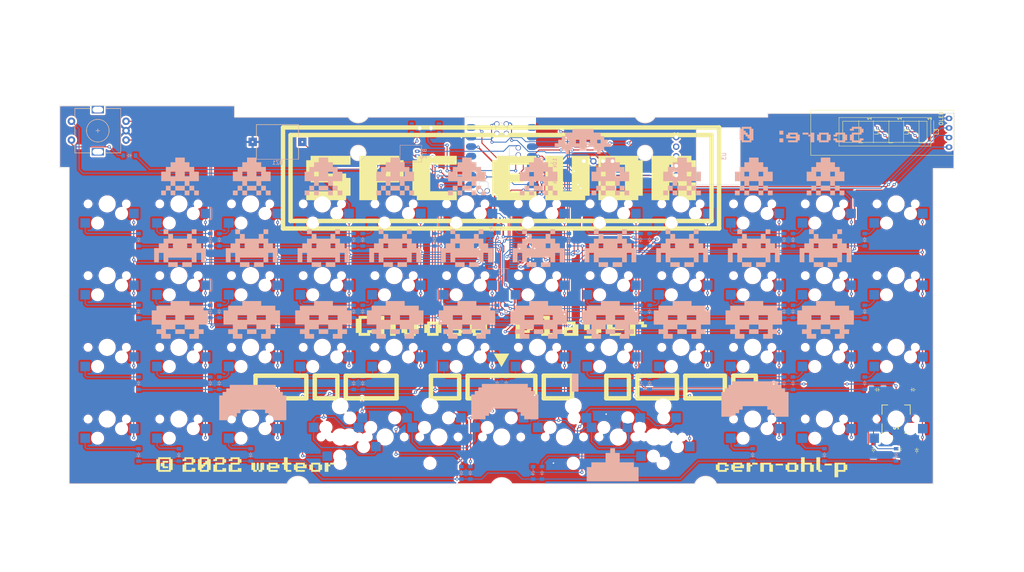
<source format=kicad_pcb>
(kicad_pcb (version 20221018) (generator pcbnew)
  (layers (0 "F.Cu" signal) (31 "B.Cu" signal) (34 "B.Paste" user) (35 "F.Paste" user) (36 "B.SilkS" user "B.Silkscreen") (37 "F.SilkS" user "F.Silkscreen") (38 "B.Mask" user) (39 "F.Mask" user) (44 "Edge.Cuts" user))
  (net 0 "")
  (net 1 "Net-(BT1-+)")
  (net 2 "Net-(BT1--)")
  (net 3 "GND")
  (net 4 "+3V3")
  (net 5 "Row_1")
  (net 6 "Row_2")
  (net 7 "Row_3")
  (net 8 "Row_4")
  (net 9 "Net-(D1-A)")
  (net 10 "Net-(D2-A)")
  (net 11 "Net-(D3-A)")
  (net 12 "Net-(D4-A)")
  (net 13 "Net-(D5-A)")
  (net 14 "Net-(D6-A)")
  (net 15 "Net-(D7-A)")
  (net 16 "Net-(D8-A)")
  (net 17 "Net-(D9-A)")
  (net 18 "Net-(D10-A)")
  (net 19 "Net-(D11-A)")
  (net 20 "Net-(D12-A)")
  (net 21 "Net-(D13-A)")
  (net 22 "Net-(D14-A)")
  (net 23 "Net-(D15-A)")
  (net 24 "Net-(D16-A)")
  (net 25 "Net-(D17-A)")
  (net 26 "Net-(D18-A)")
  (net 27 "Net-(D19-A)")
  (net 28 "Net-(D20-A)")
  (net 29 "Net-(D21-A)")
  (net 30 "Net-(D22-A)")
  (net 31 "Net-(D23-A)")
  (net 32 "Net-(D24-A)")
  (net 33 "Net-(D25-A)")
  (net 34 "Net-(D26-A)")
  (net 35 "Net-(D27-A)")
  (net 36 "Net-(D28-A)")
  (net 37 "Net-(D29-A)")
  (net 38 "swdio")
  (net 39 "swclk")
  (net 40 "sda")
  (net 41 "scl")
  (net 42 "Net-(D30-A)")
  (net 43 "Col_1")
  (net 44 "Col_2")
  (net 45 "Col_3")
  (net 46 "Net-(D31-A)")
  (net 47 "Col_4")
  (net 48 "Col_5")
  (net 49 "Col_6")
  (net 50 "Col_7")
  (net 51 "Col_8")
  (net 52 "Col_9")
  (net 53 "Col_10")
  (net 54 "Net-(D32-A)")
  (net 55 "Net-(D33-A)")
  (net 56 "Net-(D34-A)")
  (net 57 "Net-(D35-A)")
  (net 58 "Net-(D36-A)")
  (net 59 "Net-(D37-A)")
  (net 60 "Net-(D38-A)")
  (net 61 "Net-(D39-A)")
  (net 62 "Net-(D40-A)")
  (net 63 "encA")
  (net 64 "Net-(D41-A)")
  (net 65 "Net-(D42-A)")
  (net 66 "Net-(D43-A)")
  (net 67 "Net-(D44-A)")
  (net 68 "Net-(D45-A)")
  (net 69 "encB")
  (net 70 "Net-(D46-A)")
  (net 71 "Net-(D47-A)")
  (net 72 "Net-(U1-~{INT})")
  (net 73 "Col_0")
  (net 74 "Net-(U2-BAT)")
  (net 75 "Col_11")
  (net 83 "+5V")
  (net 84 "LED")
  (net 85 "Net-(L1-DOUT)")
  (net 86 "Net-(L2-DOUT)")
  (net 88 "AUDIO")
  (net 90 "Net-(D48-K)")
  (net 91 "Net-(D49-K)")
  (net 92 "Net-(D50-K)")
  (net 93 "Net-(D51-K)")
  (net 94 "Net-(D52-K)")
  (net 95 "Row_0")
  (footprint "weteor:CherryMX_Hotswap" (layer "F.Cu") (at 250.017689 85.20719 180)
    (fp_text reference "SW26" hide)
    (fp_text value "SW_Push" hide)
  )
  (footprint "weteor:D_SOD-123" (layer "F.Cu") (at 254.5 115.5)
    (fp_text reference "D52" hide)
    (fp_text value "~")
  )
  (footprint "weteor:CherryMX_Hotswap_1.75u" (layer "F.Cu") (at 128.573939 128.06969)
    (fp_text reference "SW43" hide)
    (fp_text value "SW_Push" hide)
  )
  (footprint "weteor:CherryMX_Hotswap" (layer "F.Cu") (at 59.517689 66.15719 180)
    (fp_text reference "SW2" hide)
    (fp_text value "SW_Push" hide)
  )
  (footprint "weteor:CherryMX_Hotswap" (layer "F.Cu") (at 154.767689 66.15719 180)
    (fp_text reference "SW8" hide)
    (fp_text value "SW_Push" hide)
  )
  (footprint "weteor:CherryMX_Hotswap" (layer "F.Cu") (at 59.517689 104.25719 180)
    (fp_text reference "SW28" hide)
    (fp_text value "SW_Push" hide)
  )
  (footprint "weteor:CherryMX_Hotswap" (layer "F.Cu") (at 154.767689 104.25719 180)
    (fp_text reference "SW33" hide)
    (fp_text value "SW_Push" hide)
  )
  (footprint "weteor:CherryMX_Hotswap" (layer "F.Cu") (at 173.817689 85.20719 180)
    (fp_text reference "SW22" hide)
    (fp_text value "SW_Push" hide)
  )
  (footprint "weteor:CherryMX_Hotswap" (layer "F.Cu") (at 97.617689 66.15719 180)
    (fp_text reference "SW4" hide)
    (fp_text value "SW_Push" hide)
  )
  (footprint "weteor:CherryMX_Hotswap" (layer "F.Cu") (at 40.467689 85.20719 180)
    (fp_text reference "SW15" hide)
    (fp_text value "SW_Push" hide)
  )
  (footprint "weteor:CherryMX_Hotswap" (layer "F.Cu") (at 211.917689 66.15719 180)
    (fp_text reference "SW11" hide)
    (fp_text value "SW_Push" hide)
  )
  (footprint "weteor:D_SOD-123" (layer "F.Cu") (at 255.5 131.65 -90)
    (fp_text reference "D50" hide)
    (fp_text value "~")
  )
  (footprint "weteor:OLED_1side" (layer "F.Cu") (at 264.067689 47.25719 90)
    (fp_text reference "OL1")
    (fp_text value "OLED" hide)
  )
  (footprint "weteor:CherryMX_Hotswap" (layer "F.Cu") (at 40.467689 66.15719 180)
    (fp_text reference "SW1" hide)
    (fp_text value "SW_Push" hide)
  )
  (footprint "weteor:CherryMX_Hotswap" (layer "F.Cu") (at 250.017689 66.15719 180)
    (fp_text reference "SW14" hide)
    (fp_text value "SW_Push" hide)
  )
  (footprint "weteor:CherryMX_Hotswap" (layer "F.Cu") (at 78.567689 66.15719 180)
    (fp_text reference "SW3" hide)
    (fp_text value "SW_Push" hide)
  )
  (footprint "weteor:CherryMX_Hotswap" (layer "F.Cu") (at 97.617689 104.25719 180)
    (fp_text reference "SW30" hide)
    (fp_text value "SW_Push" hide)
  )
  (footprint "mouser:SKRHAAE010" (layer "F.Cu") (at 250.017689 123.30719 90)
    (fp_text reference "SW54")
    (fp_text value "SKRHAAE010" hide)
  )
  (footprint "weteor:CherryMX_Hotswap_3u_stabs" (layer "F.Cu") (at 145.242689 128.06969)
    (fp_text reference "SW50" hide)
    (fp_text value "SW_Push" hide)
  )
  (footprint "weteor:CherryMX_Hotswap" (layer "F.Cu") (at 59.517689 123.30719 180)
    (fp_text reference "SW40" hide)
    (fp_text value "SW_Push" hide)
  )
  (footprint "weteor:CherryMX_Hotswap" (layer "F.Cu") (at 230.967689 123.30719 180)
    (fp_text reference "SW47" hide)
    (fp_text value "SW_Push" hide)
  )
  (footprint "weteor:CherryMX_Hotswap" (layer "F.Cu") (at 116.667689 85.20719 180)
    (fp_text reference "SW19" hide)
    (fp_text value "SW_Push" hide)
  )
  (footprint "weteor:CherryMX_Hotswap" (layer "F.Cu") (at 135.717689 104.25719 180)
    (fp_text reference "SW32" hide)
    (fp_text value "SW_Push" hide)
  )
  (footprint "weteor:D_SOD-123" (layer "F.Cu") (at 244 131.5 -90)
    (fp_text reference "D48" hide)
    (fp_text value "~")
  )
  (footprint "weteor:CherryMX_Hotswap" (layer "F.Cu") (at 116.667689 104.25719 180)
    (fp_text reference "SW31" hide)
    (fp_text value "SW_Push" hide)
  )
  (footprint "weteor:CherryMX_Hotswap" (layer "F.Cu") (at 211.917689 85.20719 180)
    (fp_text reference "SW24" hide)
    (fp_text value "SW_Push" hide)
  )
  (footprint "weteor:CherryMX_Hotswap" (layer "F.Cu") (at 192.867689 66.15719 180)
    (fp_text reference "SW10" hide)
    (fp_text value "SW_Push" hide)
  )
  (footprint "weteor:CherryMX_Hotswap_2.25u_stabs" (layer "F.Cu") (at 176.198939 128.06969)
    (fp_text reference "SW53" hide)
    (fp_text value "SW_Push" hide)
  )
  (footprint "weteor:CherryMX_Hotswap_1.25u" (layer "F.Cu") (at 185.723939 128.06969)
    (fp_text reference "SW51" hide)
    (fp_text value "SW_Push" hide)
  )
  (footprint "weteor:D_SOD-123" (layer "F.Cu") (at 245 115.5 180)
    (fp_text reference "D51" hide)
    (fp_text value "~")
  )
  (footprint "weteor:CherryMX_Hotswap" (layer "F.Cu") (at 40.467689 123.30719 180)
    (fp_text reference "SW39" hide)
    (fp_text value "SW_Push" hide)
  )
  (footprint "weteor:CherryMX_Hotswap_2.25u_stabs" (layer "F.Cu") (at 114.286439 128.06969)
    (fp_text reference "SW52" hide)
    (fp_text value "SW_Push" hide)
  )
  (footprint "weteor:CherryMX_Hotswap" (layer "F.Cu") (at 192.867689 104.25719 180)
    (fp_text reference "SW35" hide)
    (fp_text value "SW_Push" hide)
  )
  (footprint "weteor:CherryMX_Hotswap" (layer "F.Cu") (at 211.917689 104.25719 180)
    (fp_text reference "SW36" hide)
    (fp_text value "SW_Push" hide)
  )
  (footprint "weteor:CherryMX_Hotswap" (layer "F.Cu") (at 230.967689 66.15719 180)
    (fp_text reference "SW12" hide)
    (fp_text value "SW_Push" hide)
  )
  (footprint "weteor:CherryMX_Hotswap" (layer "F.Cu") (at 173.817689 104.25719 180)
    (fp_text reference "SW34" hide)
    (fp_text value "SW_Push" hide)
  )
  (footprint "weteor:CherryMX_Hotswap" (layer "F.Cu") (at 230.967689 85.20719 180)
    (fp_text reference "SW25" hide)
    (fp_text value "SW_Push" hide)
  )
  (footprint "weteor:CherryMX_Hotswap" (layer "F.Cu") (at 188.105189 128.06969 180)
    (fp_text reference "SW45" hide)
    (fp_text value "SW_Push" hide)
  )
  (footprint "weteor:CherryMX_Hotswap" (layer "F.Cu") (at 230.967689 104.25719 180)
    (fp_text reference "SW37" hide)
    (fp_text value "SW_Push" hide)
  )
  (footprint "weteor:CherryMX_Hotswap" (layer "F.Cu") (at 116.667689 66.15719 180)
    (fp_text reference "SW6" hide)
    (fp_text value "SW_Push" hide)
  )
  (footprint "LED_SMD:LED_SK6812MINI_PLCC4_3.5x3.5mm_P1.75mm" (layer "F.Cu") (at 250.05 47 -90)
    (fp_text reference "L2")
    (fp_text value "SK6812MINI")
  )
  (footprint "KLOR:RotaryEncoder_Alps_EC11E-Switch_Vertical_H20mm-keebio_modified" (layer "F.Cu") (at 37.977689 46.70719 180)
    (fp_text reference "SW5" hide)
    (fp_text value "RotaryEncoder_Switch")
  )
  (footprint "weteor:CherryMX_Hotswap_1.75u" (layer "F.Cu") (at 161.911439 128.06969)
    (fp_text reference "SW44" hide)
    (fp_text value "SW_Push" hide)
  )
  (footprint "weteor:CherryMX_Hotswap" (layer "F.Cu") (at 59.517689 85.20719 180)
    (fp_text reference "SW16" hide)
    (fp_text value "SW_Push" hide)
  )
  (footprint "weteor:CherryMX_Hotswap" (layer "F.Cu") (at 211.917689 123.30719 180)
    (fp_text reference "SW46" hide)
    (fp_text value "SW_Push" hide)
  )
  (footprint "weteor:CherryMX_Hotswap" (layer "F.Cu") (at 78.567689 104.25719 180)
    (fp_text reference "SW29" hide)
    (fp_text value "SW_Push" hide)
  )
  (footprint "weteor:CherryMX_Hotswap" (layer "F.Cu") (at 102.380189 128.06969)
    (fp_text reference "SW42" hide)
    (fp_text value "SW_Push" hide)
  )
  (footprint "weteor:CherryMX_Hotswap" (layer "F.Cu") (at 192.867689 85.20719 180)
    (fp_text reference "SW23" hide)
    (fp_text value "SW_Push" hide)
  )
  (footprint "weteor:CherryMX_Hotswap" (layer "F.Cu") (at 154.767689 85.20719 180)
    (fp_text reference "SW21" hide)
    (fp_text value "SW_Push" hide)
  )
  (footprint "weteor:CherryMX_Hotswap" (layer "F.Cu") (at 135.717689 66.15719 180)
    (fp_text reference "SW7" hide)
    (fp_text value "SW_Push" hide)
  )
  (footprint "LED_SMD:LED_SK6812MINI_PLCC4_3.5x3.5mm_P1.75mm" (layer "F.Cu") (at 242.05 47 -90)
    (fp_text reference "L1")
    (fp_text value "SK6812MINI")
  )
  (footprint "weteor:CherryMX_Hotswap" (layer "F.Cu") (at 173.817689 66.15719 180)
    (fp_text reference "SW9" hide)
    (fp_text value "SW_Push" hide)
  )
  (footprint "Connector_PinHeader_2.54mm:PinHeader_1x04_P2.54mm_Vertical" (layer "F.Cu") (at 167.067689 54.80719 90)
    (fp_text reference "J1")
    (fp_text value "BL_CONN")
  )
  (footprint "weteor:CherryMX_Hotswap" (layer "F.Cu") (at 78.567689 123.30719 180)
    (fp_text reference "SW41" hide)
    (fp_text value "SW_Push" hide)
  )
  (footprint "weteor:CherryMX_Hotswap" (layer "F.Cu") (at 97.617689 85.20719 180)
    (fp_text reference "SW18" hide)
    (fp_text value "SW_Push" hide)
  )
  (footprint "weteor:CherryMX_Hotswap_1.25u" (layer "F.Cu") (at 104.761439 128.06969 180)
    (fp_text reference "SW49" hide)
    (fp_text value "SW_Push" hide)
  )
  (footprint "weteor:CherryMX_Hotswap" (layer "F.Cu") (at 135.717689 85.20719 180)
    (fp_text reference "SW20" hide)
    (fp_text value "SW_Push" hide)
  )
  (footprint "weteor:CherryMX_Hotswap" (layer "F.Cu") (at 250.017689 123.30719 180)
    (fp_text reference "SW48" hide)
    (fp_text value "SW_Push" hide)
  )
  (footprint "weteor:D_SOD-123" (layer "F.Cu") (at 251 131.5 -90)
    (fp_text reference "D49" hide)
    (fp_text value "~")
  )
  (footprint "weteor:CherryMX_Hotswap" (layer "F.Cu") (at 250.017689 104.25719 180)
    (fp_text reference "SW38" hide)
    (fp_text value "SW_Push" hide)
  )
  (footprint "weteor:CherryMX_Hotswap" (layer "F.Cu") (at 40.467689 104.25719 180)
    (fp_text reference "SW27" hide)
    (fp_text value "SW_Push" hide)
  )
  (footprint "LED_SMD:LED_SK6812MINI_PLCC4_3.5x3.5mm_P1.75mm" (layer "F.Cu") (at 258.05 47 -90)
    (fp_text reference "L3")
    (fp_text value "SK6812MINI")
  )
  (footprint "weteor:CherryMX_Hotswap" (layer "F.Cu") (at 78.567689 85.20719 180)
    (fp_text reference "SW17" hide)
    (fp_text value "SW_Push" hide)
  )
  (footprint "weteor:D_SOD-123" (layer "B.Cu") (at 241.683314 75.68219 90)
    (fp_text reference "D12" hide)
    (fp_text value "D")
  )
  (footprint "weteor:D_SOD-123" (layer "B.Cu") (at 134.527064 137.59469 90)
    (fp_text reference "D41" hide)
    (fp_text value "D")
  )
  (footprint "weteor:D_SOD-123" (layer "B.Cu") (at 184.533314 75.68219 90)
    (fp_text reference "D9" hide)
    (fp_text value "D")
  )
  (footprint "Connector_Molex:Molex_PicoBlade_53048-0210_1x02_P1.25mm_Horizontal" (layer "B.Cu") (at 122.817689 53.43219 90)
    (fp_text reference "BT1")
    (fp_text value "Battery_Cell")
  )
  (footprint "weteor:D_SOD-123" (layer "B.Cu") (at 108.333314 75.68219 90)
    (fp_text reference "D5" hide)
    (fp_text value "D")
  )
  (footprint "Resistor_SMD:R_0805_2012Metric" (layer "B.Cu") (at 157.617689 59.55719 90)
    (fp_text reference "R2" hide)
    (fp_text value "10k")
  )
  (footprint "weteor:D_SOD-123" (layer "B.Cu") (at 144.052064 113.78219 90)
    (fp_text reference "D30" hide)
    (fp_text value "D")
  )
  (footprint "weteor:D_SOD-123" (layer "B.Cu") (at 48.802064 94.73219 90)
    (fp_text reference "D13" hide)
    (fp_text value "D")
  )
  (footprint "weteor:D_SOD-123" (layer "B.Cu") (at 182.152064 94.73219 90)
    (fp_text reference "D20" hide)
    (fp_text value "D")
  )
  (footprint "weteor:D_SOD-123" (layer "B.Cu") (at 108.333314 113.78219 90)
    (fp_text reference "D29" hide)
    (fp_text value "D")
  )
  (footprint "weteor:D_SOD-123" (layer "B.Cu") (at 67.852064 75.68219 90)
    (fp_text reference "D2" hide)
    (fp_text value "D")
  )
  (footprint "weteor:D_SOD-123" (layer "B.Cu") (at 105.952064 113.78219 90)
    (fp_text reference "D28" hide)
    (fp_text value "D")
  )
  (footprint "KLOR:Buzzer_Mallory_AST1109MLTRQ_reversible" (layer "B.Cu") (at 85.7 49.7 180)
    (fp_text reference "BZ1")
    (fp_text value "Buzzer")
  )
  (footprint "Resistor_SMD:R_0805_2012Metric" (layer "B.Cu") (at 144.267689 72.85719 -90)
    (fp_text reference "R1")
    (fp_text value "10k")
  )
  (footprint "weteor:D_SOD-123" (layer "B.Cu") (at 127.383314 75.68219 90)
    (fp_text reference "D6" hide)
    (fp_text value "D")
  )
  (footprint "weteor:D_SOD-123" (layer "B.Cu") (at 220.252064 113.78219 90)
    (fp_text reference "D34" hide)
    (fp_text value "D")
  )
  (footprint "Package_SO:TSSOP-24_4.4x7.8mm_P0.65mm" (layer "B.Cu") (at 145.117689 79.30719)
    (fp_text reference "U1")
    (fp_text value "PCA9555PW")
  )
  (footprint "weteor:D_SOD-123" (layer "B.Cu") (at 136.908314 137.59469 90)
    (fp_text reference "D42" hide)
    (fp_text value "D")
  )
  (footprint "weteor:D_SOD-123" (layer "B.Cu") (at 48.802064 132.83219 90)
    (fp_text reference "D37" hide)
    (fp_text value "D")
  )
  (footprint "Resistor_SMD:R_0805_2012Metric" (layer "B.Cu") (at 157.617689 55.30719 -90)
    (fp_text reference "R3" hide)
    (fp_text value "10k")
  )
  (footprint "weteor:D_SOD-123" (layer "B.Cu") (at 222.633314 94.73219 90)
    (fp_text reference "D23" hide)
    (fp_text value "D")
  )
  (footprint "weteor:D_SOD-123" (layer "B.Cu") (at 184.533314 113.78219 90)
    (fp_text reference "D33" hide)
    (fp_text value "D")
  )
  (footprint "weteor:D_SOD-123" (layer "B.Cu") (at 184.533314 94.73219 90)
    (fp_text reference "D21" hide)
    (fp_text value "D")
  )
  (footprint "weteor:D_SOD-123" (layer "B.Cu") (at 70.233314 75.68219 90)
    (fp_text reference "D3" hide)
    (fp_text value "D")
  )
  (footprint "weteor:D_SOD-123" (layer "B.Cu") (at 182.152064 75.68219 90)
    (fp_text reference "D8" hide)
    (fp_text value "D")
  )
  (footprint "weteor:D_SOD-123" (layer "B.Cu") (at 222.633314 113.78219 90)
    (fp_text reference "D35" hide)
    (fp_text value "D")
  )
  (footprint "weteor:D_SOD-123" (layer "B.Cu") (at 108.333314 94.73219 90)
    (fp_text reference "D17" hide)
    (fp_text value "D")
  )
  (footprint "weteor:D_SOD-123" (layer "B.Cu") (at 67.852064 113.78219 90)
    (fp_text reference "D26" hide)
    (fp_text value "D")
  )
  (footprint "weteor:D_SOD-123" (layer "B.Cu") (at 211.917689 132.83219 90)
    (fp_text reference "D45" hide)
    (fp_text value "D")
  )
  (footprint "weteor:D_SOD-123" (layer "B.Cu") (at 70.233314 113.78219 90)
    (fp_text reference "D27" hide)
    (fp_text value "D")
  )
  (footprint "Capacitor_SMD:C_0805_2012Metric" (layer "B.Cu") (at 151.867689 81.95719 -90)
    (fp_text reference "C1")
    (fp_text value "0.1uF")
  )
  (footprint "weteor:D_SOD-123" (layer "B.Cu") (at 250.017689 132.83219 90)
    (fp_text reference "D47" hide)
    (fp_text value "D")
  )
  (footprint "weteor:D_SOD-123" (layer "B.Cu") (at 46.35 53.30719 180)
    (fp_text reference "D39" hide)
    (fp_text value "D_Small")
  )
  (footprint "weteor:D_SOD-123" (layer "B.Cu") (at 220.252064 75.68219 90)
    (fp_text reference "D10" hide)
    (fp_text value "D")
  )
  (footprint "weteor:switch_MSK-12C02_smd" (layer "B.Cu") (at 124.967689 45.94469 -90)
    (fp_text reference "SW13")
    (fp_text value "ON_OFF")
  )
  (footprint "weteor:D_SOD-123" (layer "B.Cu") (at 105.952064 94.73219 90)
    (fp_text reference "D16" hide)
    (fp_text value "D")
  )
  (footprint "weteor:D_SOD-123" (layer "B.Cu") (at 67.852064 94.73219 90)
    (fp_text reference "D14" hide)
    (fp_text value "D")
  )
  (footprint "weteor:D_SOD-123" (layer "B.Cu") (at 70.233314 94.73219 90)
    (fp_text reference "D15" hide)
    (fp_text value "D")
  )
  (footprint "weteor:D_SOD-123" (layer "B.Cu") (at 241.683314 113.78219 90)
    (fp_text reference "D36" hide)
    (fp_text value "D")
  )
  (footprint "weteor:D_SOD-123" (layer "B.Cu") (at 153.577064 137.59469 90)
    (fp_text reference "D43" hide)
    (fp_text value "D")
  )
  (footprint "KLOR:Pimoroni Haptic Buzz DRV2605L Driver" (layer "B.Cu") (at 202 53.5 90)
    (fp_text reference "U3")
    (fp_text value "Pimoroni haptic buzz")
  )
  (footprint "weteor:D_SOD-123" (layer "B.Cu") (at 48.802064 75.68219 90)
    (fp_text reference "D1" hide)
    (fp_text value "D")
  )
  (footprint "weteor:D_SOD-123" (layer "B.Cu") (at 78.567689 132.83219 90)
    (fp_text reference "D40" hide)
    (fp_text value "D")
  )
  (footprint "weteor:D_SOD-123" (layer "B.Cu") (at 144.052064 94.73219 90)
    (fp_text reference "D18" hide)
    (fp_text value "D")
  )
  (footprint "weteor:D_SOD-123" (layer "B.Cu") (at 220.252064 94.73219 90)
    (fp_text reference "D22" hide)
    (fp_text value "D")
  )
  (footprint "weteor:D_SOD-123" (layer "B.Cu") (at 182.152064 113.78219 90)
    (fp_text reference "D32" hide)
    (fp_text value "D")
  )
  (footprint "weteor:D_SOD-123" (layer "B.Cu") (at 59.517689 132.83219 90)
    (fp_text reference "D38" hide)
    (fp_text value "D")
  )
  (footprint "weteor:D_SOD-123" (layer "B.Cu") (at 222.633314 75.68219 90)
    (fp_text reference "D11" hide)
    (fp_text value "D")
  )
  (footprint "weteor:D_SOD-123" (layer "B.Cu") (at 48.802064 113.78219 90)
    (fp_text reference "D25" hide)
    (fp_text value "D")
  )
  (footprint "weteor:D_SOD-123" (layer "B.Cu") (at 155.958314 137.59469 90)
    (fp_text reference "D44" hide)
    (fp_text value "D")
  )
  (footprint "weteor:D_SOD-123" (layer "B.Cu") (at 241.683314 94.73219 90)
    (fp_text reference "D24" hide)
    (fp_text value "D")
  )
  (footprint "weteor:D_SOD-123" (layer "B.Cu") (at 105.952064 75.68219 90)
    (fp_text reference "D4" hide)
    (fp_text value "D")
  )
  (footprint "weteor:D_SOD-123" (layer "B.Cu") (at 146.433314 113.78219 90)
    (fp_text reference "D31" hide)
    (fp_text value "D")
  )
  (footprint "mcu:xiao-ble-smd-cutout" (layer "B.Cu") (at 145.217689 53.48219 180)
    (fp_text reference "U2" hide)
    (fp_text value "xiao-ble" hide)
    (fp_line (start -4.699 0.7488) (end -4.699 1.7902) (stroke (width 0.12)) (layer "Edge.Cuts"))
    (fp_line (start -4.0132 2.476) (end -2.413 2.476) (stroke (width 0.12)) (layer "Edge.Cuts"))
    (fp_line (start -2.413 0.063) (end -4.0132 0.063) (stroke (width 0.12)) (layer "Edge.Cuts"))
    (fp_line (start -2.032 2.095) (end -2.032 0.444) (stroke (width 0.12)) (layer "Edge.Cuts"))
    (fp_line (start -1.524 6.4638) (end -1.524 8.1402) (stroke (width 0.12)) (layer "Edge.Cuts"))
    (fp_line (start -0.8382 5.778) (end 0.8382 5.778) (stroke (width 0.12)) (layer "Edge.Cuts"))
    (fp_line (start -0.8382 8.826) (end 0.8382 8.826) (stroke (width 0.12)) (layer "Edge.Cuts"))
    (fp_line (start 1.524 6.4638) (end 1.524 8.1402) (stroke (width 0.12)) (layer "Edge.Cuts"))
    (fp_line (start 3.556 -8.7762) (end 3.5565 -7.176) (stroke (width 0.12)) (layer "Edge.Cuts"))
    (fp_line (start 3.9375 -6.795) (end 5.5885 -6.795) (stroke (width 0.12)) (layer "Edge.Cuts"))
    (fp_line (start 5.2832 -9.462) (end 4.2418 -9.462) (stroke (width 0.12)) (layer "Edge.Cuts"))
    (fp_line (start 5.9695 -7.176) (end 5.969 -8.7762) (stroke (width 0.12)) (layer "Edge.Cuts"))
    (fp_arc (start -4.699 1.7902) (mid -4.095391 1.872391) (end -4.0132 2.476) (stroke (width 0.12)) (layer "Edge.Cuts"))
    (fp_arc (start -4.0132 0.063) (mid -4.095391 0.666609) (end -4.699 0.7488) (stroke (width 0.12)) (layer "Edge.Cuts"))
    (fp_arc (start -2.413 0.063) (mid -2.143592 0.174592) (end -2.032 0.444) (stroke (width 0.12)) (layer "Edge.Cuts"))
    (fp_arc (start -2.032 2.095) (mid -2.143592 2.364408) (end -2.413 2.476) (stroke (width 0.12)) (layer "Edge.Cuts"))
    (fp_arc (start -1.524 8.1402) (mid -0.920391 8.222391) (end -0.8382 8.826) (stroke (width 0.12)) (layer "Edge.Cuts"))
    (fp_arc (start -0.8382 5.778) (mid -0.920391 6.381609) (end -1.524 6.4638) (stroke (width 0.12)) (layer "Edge.Cuts"))
    (fp_arc (start 0.8382 8.826) (mid 0.920393 8.222393) (end 1.524 8.1402) (stroke (width 0.12)) (layer "Edge.Cuts"))
    (fp_arc (start 1.524 6.4638) (mid 0.920393 6.381607) (end 0.8382 5.778) (stroke (width 0.12)) (layer "Edge.Cuts"))
    (fp_arc (start 3.9375 -6.795) (mid 3.668092 -6.906592) (end 3.5565 -7.176) (stroke (width 0.12)) (layer "Edge.Cuts"))
    (fp_arc (start 4.2418 -9.462) (mid 4.159607 -8.858393) (end 3.556 -8.7762) (stroke (width 0.12)) (layer "Edge.Cuts"))
    (fp_arc (start 5.969 -8.7762) (mid 5.365357 -8.858357) (end 5.2832 -9.462) (stroke (width 0.12)) (layer "Edge.Cuts"))
    (fp_arc (start 5.9695 -7.176) (mid 5.857908 -6.906592) (end 5.5885 -6.795) (stroke (width 0.12)) (layer "Edge.Cuts"))
  )
  (footprint "weteor:D_SOD-123" (layer "B.Cu") (at 163.102064 75.68219 90)
    (fp_text reference "D7" hide)
    (fp_text value "D")
  )
  (footprint "weteor:D_SOD-123" (layer "B.Cu") (at 230.967689 132.83219 90)
    (fp_text reference "D46" hide)
    (fp_text value "D")
  )
  (footprint "weteor:D_SOD-123" (layer "B.Cu") (at 146.433314 94.73219 90)
    (fp_text reference "D19" hide)
    (fp_text value "D")
  )
  (gr_poly (pts (xy 83.867676 63.857187) (xy 82.617691 63.857187) (xy 82.617691 62.607198) (xy 83.867676 62.607198)) (stroke (width 0.02)) (fill solid) (layer "B.SilkS"))
  (gr_poly (pts (xy 192.543352 82.907155) (xy 190.045794 82.907155) (xy 190.045794 81.657167) (xy 192.543352 81.657167)) (stroke (width 0.02)) (fill solid) (layer "B.SilkS"))
  (gr_poly (pts (xy 214.717669 93.207544) (xy 218.467669 93.207544) (xy 218.467669 94.457559) (xy 219.717669 94.457559) (xy 219.717669 98.207544) (xy 218.467669 98.207544) (xy 218.467669 98.20717) (xy 217.217684 98.20717) (xy 217.217684 99.456804) (xy 218.467669 99.456804) (xy 218.467669 100.706827) (xy 217.217684 100.706827) (xy 217.217684 101.956819) (xy 214.717669 101.956819) (xy 214.717669 100.706827) (xy 215.967669 100.706827) (xy 215.967669 99.457193) (xy 213.467684 99.457193) (xy 213.467684 100.706827) (xy 210.967669 100.706827) (xy 210.967669 99.457193) (xy 208.467669 99.457193) (xy 208.467669 100.706827) (xy 209.717653 100.706827) (xy 209.717653 101.956834) (xy 207.217669 101.956834) (xy 207.217669 100.706842) (xy 205.967653 100.706842) (xy 205.967653 99.456819) (xy 207.217669 99.456819) (xy 207.217669 99.456811) (xy 210.967669 99.456811) (xy 213.467684 99.456811) (xy 213.467684 98.207177) (xy 210.967669 98.207177) (xy 210.967669 99.456811) (xy 207.217669 99.456811) (xy 207.217669 98.207185) (xy 204.717669 98.207185) (xy 204.717669 96.957185) (xy 208.467669 96.957185) (xy 210.967669 96.957185) (xy 213.467684 96.957185) (xy 215.967669 96.957185) (xy 215.967669 95.707551) (xy 213.467684 95.707551) (xy 213.467684 96.957185) (xy 210.967669 96.957185) (xy 210.967669 95.707551) (xy 208.467669 95.707551) (xy 208.467669 96.957185) (xy 204.717669 96.957185) (xy 204.717669 94.457567) (xy 205.967653 94.457567) (xy 205.967653 93.207544) (xy 209.717653 93.207544) (xy 209.717653 91.957551) (xy 214.717669 91.957551)) (stroke (width 0.02)) (fill solid) (layer "B.SilkS"))
  (gr_poly (pts (xy 116.343363 82.907155) (xy 113.845823 82.907155) (xy 113.845823 81.657167) (xy 116.343363 81.657167)) (stroke (width 0.02)) (fill solid) (layer "B.SilkS"))
  (gr_poly (pts (xy 61.067689 55.107206) (xy 62.317674 55.107206) (xy 62.317674 56.357194) (xy 63.567689 56.357194) (xy 63.567689 57.607183) (xy 64.817674 57.607183) (xy 64.817674 60.10719) (xy 62.317674 60.10719) (xy 62.317674 61.357209) (xy 61.067704 61.357209) (xy 61.067704 62.607198) (xy 58.567705 62.607198) (xy 58.567705 61.357209) (xy 61.067689 61.357209) (xy 61.067689 60.10719) (xy 58.56769 60.10719) (xy 58.56769 61.357209) (xy 57.317705 61.357209) (xy 57.317705 60.10719) (xy 54.817705 60.10719) (xy 54.817705 58.857198) (xy 57.317705 58.857198) (xy 58.56769 58.857198) (xy 61.067704 58.857198) (xy 62.317689 58.857198) (xy 62.317689 57.607179) (xy 61.067704 57.607179) (xy 61.067704 58.857198) (xy 58.56769 58.857198) (xy 58.56769 57.607179) (xy 57.317705 57.607179) (xy 57.317705 58.857198) (xy 54.817705 58.857198) (xy 54.817705 57.607183) (xy 56.06769 57.607183) (xy 56.06769 56.357194) (xy 57.317705 56.357194) (xy 57.317705 55.107206) (xy 58.56769 55.107206) (xy 58.56769 53.857187) (xy 61.067689 53.857187)) (stroke (width 0.02)) (fill solid) (layer "B.SilkS"))
  (gr_poly (pts (xy 141.017679 63.857187) (xy 139.767687 63.857187) (xy 139.767687 62.607198) (xy 141.017679 62.607198)) (stroke (width 0.02)) (fill solid) (layer "B.SilkS"))
  (gr_poly (pts (xy 157.567667 63.857187) (xy 156.317682 63.857187) (xy 156.317682 62.607198) (xy 157.567667 62.607198)) (stroke (width 0.02)) (fill solid) (layer "B.SilkS"))
  (gr_poly (pts (xy 211.593355 82.907155) (xy 209.095812 82.907155) (xy 209.095812 81.657167) (xy 211.593355 81.657167)) (stroke (width 0.02)) (fill solid) (layer "B.SilkS"))
  (gr_poly (pts (xy 82.617691 62.607198) (xy 81.367676 62.607198) (xy 81.367676 61.357209) (xy 82.617691 61.357209)) (stroke (width 0.02)) (fill solid) (layer "B.SilkS"))
  (gr_poly (pts (xy 217.217669 63.857187) (xy 215.967684 63.857187) (xy 215.967684 62.607198) (xy 217.217669 62.607198)) (stroke (width 0.02)) (fill solid) (layer "B.SilkS"))
  (gr_poly (pts (xy 140.390444 74.157197) (xy 139.140451 74.157197) (xy 139.140451 72.907209) (xy 140.390444 72.907209)) (stroke (width 0.02)) (fill solid) (layer "B.SilkS"))
  (gr_poly (pts (xy 57.944917 75.407178) (xy 61.690004 75.407178) (xy 61.690004 74.157197) (xy 62.940019 74.157197) (xy 62.940019 75.407178) (xy 64.190003 75.407178) (xy 64.190003 76.657197) (xy 65.440019 76.657197) (xy 65.440019 77.907186) (xy 66.690003 77.907186) (xy 66.690003 81.657167) (xy 65.440019 81.657167) (xy 65.440019 79.157167) (xy 64.190003 79.157167) (xy 64.190003 80.407186) (xy 64.188005 80.407186) (xy 64.188005 81.657167) (xy 62.938462 81.657167) (xy 62.938462 82.907155) (xy 60.440904 82.907155) (xy 60.440904 81.657167) (xy 62.93802 81.657167) (xy 62.93802 80.407186) (xy 56.695375 80.407186) (xy 56.695375 81.657167) (xy 55.445391 81.657167) (xy 55.445391 79.157167) (xy 54.195375 79.157167) (xy 54.195375 81.657167) (xy 52.945391 81.657167) (xy 52.945391 77.907186) (xy 54.195375 77.907186) (xy 56.695833 77.907186) (xy 57.943361 77.907186) (xy 61.693345 77.907186) (xy 62.940904 77.907186) (xy 62.940904 76.657197) (xy 61.693345 76.657197) (xy 61.693345 77.907186) (xy 57.943361 77.907186) (xy 57.943361 76.657197) (xy 56.695833 76.657197) (xy 56.695833 77.907186) (xy 54.195375 77.907186) (xy 54.195375 76.657197) (xy 55.445391 76.657197) (xy 55.445391 75.407178) (xy 56.695375 75.407178) (xy 56.695375 74.157197) (xy 57.944917 74.157197)) (stroke (width 0.02)) (fill solid) (layer "B.SilkS"))
  (gr_poly (pts (xy 220.049227 49.79264) (xy 219.0226 49.792642) (xy 219.0226 48.767381) (xy 220.049227 48.767381)) (stroke (width 0.02)) (fill solid) (layer "B.SilkS"))
  (gr_poly (pts (xy 172.244883 75.407178) (xy 175.989969 75.407178) (xy 175.989969 74.157197) (xy 177.239985 74.157197) (xy 177.239985 75.407178) (xy 178.489969 75.407178) (xy 178.489969 76.657197) (xy 179.739985 76.657197) (xy 179.739985 77.907186) (xy 180.989962 77.907186) (xy 180.989962 81.657167) (xy 179.739992 81.657167) (xy 179.739992 79.157167) (xy 178.489969 79.157167) (xy 178.489969 80.407186) (xy 178.48797 80.407186) (xy 178.48797 81.657167) (xy 177.238443 81.657167) (xy 177.238443 82.907155) (xy 174.740892 82.907155) (xy 174.740892 81.657167) (xy 177.237993 81.657167) (xy 177.237993 80.407186) (xy 170.995363 80.407186) (xy 170.995363 81.657167) (xy 169.745371 81.657167) (xy 169.745371 79.157167) (xy 168.495356 79.157167) (xy 168.495356 81.657167) (xy 167.245371 81.657167) (xy 167.245371 77.907186) (xy 168.495356 77.907186) (xy 170.995813 77.907186) (xy 172.243342 77.907186) (xy 175.993334 77.907186) (xy 177.240893 77.907186) (xy 177.240893 76.657197) (xy 175.993334 76.657197) (xy 175.993334 77.907186) (xy 172.243342 77.907186) (xy 172.243342 76.657197) (xy 170.995813 76.657197) (xy 170.995813 77.907186) (xy 168.495356 77.907186) (xy 168.495356 76.657197) (xy 169.745371 76.657197) (xy 169.745371 75.407178) (xy 170.995363 75.407178) (xy 170.995363 74.157197) (xy 172.244883 74.157197)) (stroke (width 0.02)) (fill solid) (layer "B.SilkS"))
  (gr_poly (pts (xy 152.186411 114.919687) (xy 153.123919 114.919687) (xy 153.123919 115.857194) (xy 154.061419 115.857194) (xy 154.061419 116.794679) (xy 154.998926 116.794679) (xy 154.998926 117.732171) (xy 154.998896 117.732171) (xy 154.998896 118.669694) (xy 154.998926 118.669694) (xy 154.998926 123.357202) (xy 151.248919 123.357202) (xy 151.248919 122.419679) (xy 150.311419 122.419679) (xy 150.311419 121.482202) (xy 149.373911 121.482202) (xy 149.373911 120.54471) (xy 142.811419 120.54471) (xy 142.811419 121.482202) (xy 141.873911 121.482202) (xy 141.873911 122.419679) (xy 140.936419 122.419679) (xy 140.936419 123.357202) (xy 137.186426 123.357202) (xy 137.186426 116.794679) (xy 138.123919 116.794679) (xy 138.123919 115.857194) (xy 139.061411 115.857194) (xy 139.061411 114.919687) (xy 139.998919 114.919687) (xy 139.998919 113.982187) (xy 152.186411 113.982187)) (stroke (width 0.02)) (fill solid) (layer "B.SilkS"))
  (gr_poly (pts (xy 198.167666 63.857187) (xy 196.917681 63.857187) (xy 196.917681 62.607198) (xy 198.167666 62.607198)) (stroke (width 0.02)) (fill solid) (layer "B.SilkS"))
  (gr_poly (pts (xy 132.895373 74.157197) (xy 131.64538 74.157197) (xy 131.64538 72.907209) (xy 132.895373 72.907209)) (stroke (width 0.02)) (fill solid) (layer "B.SilkS"))
  (gr_poly (pts (xy 77.617676 63.857187) (xy 76.367691 63.857187) (xy 76.367691 62.607198) (xy 77.617676 62.607198)) (stroke (width 0.02)) (fill solid) (layer "B.SilkS"))
  (gr_poly (pts (xy 235.640429 74.157201) (xy 234.390429 74.157201) (xy 234.390429 72.907209) (xy 235.640429 72.907209)) (stroke (width 0.02)) (fill solid) (layer "B.SilkS"))
  (gr_poly (pts (xy 175.345072 132.319665) (xy 176.595057 132.319665) (xy 176.595057 134.819665) (xy 180.345034 134.819665) (xy 180.345034 136.069658) (xy 181.595019 136.069658) (xy 181.595019 139.819696) (xy 167.845057 139.819696) (xy 167.845057 136.069658) (xy 169.09508 136.069658) (xy 169.09508 134.819665) (xy 172.845064 134.819665) (xy 172.845064 132.319665) (xy 174.095057 132.319665) (xy 174.095057 131.069673) (xy 175.345072 131.069673)) (stroke (width 0.02)) (fill solid) (layer "B.SilkS"))
  (gr_poly (pts (xy 115.094893 75.407178) (xy 118.83996 75.407178) (xy 118.83996 74.157197) (xy 120.089983 74.157197) (xy 120.089983 75.407178) (xy 121.339975 75.407178) (xy 121.339975 76.657197) (xy 122.589983 76.657197) (xy 122.589983 77.907186) (xy 123.839975 77.907186) (xy 123.839975 81.657167) (xy 122.589998 81.657167) (xy 122.589998 79.157167) (xy 121.339975 79.157167) (xy 121.339975 80.407186) (xy 121.337977 80.407186) (xy 121.337977 81.657167) (xy 120.08845 81.657167) (xy 120.08845 82.907155) (xy 117.590899 82.907155) (xy 117.590899 81.657167) (xy 120.088 81.657167) (xy 120.088 80.407186) (xy 113.845373 80.407186) (xy 113.845373 81.657167) (xy 112.595381 81.657167) (xy 112.595381 79.157167) (xy 111.345358 79.157167) (xy 111.345358 81.657167) (xy 110.095381 81.657167) (xy 110.095381 77.907186) (xy 111.345358 77.907186) (xy 113.845823 77.907186) (xy 115.093352 77.907186) (xy 118.84334 77.907186) (xy 120.090899 77.907186) (xy 120.090899 76.657197) (xy 118.84334 76.657197) (xy 118.84334 77.907186) (xy 115.093352 77.907186) (xy 115.093352 76.657197) (xy 113.845823 76.657197) (xy 113.845823 77.907186) (xy 111.345358 77.907186) (xy 111.345358 76.657197) (xy 112.595381 76.657197) (xy 112.595381 75.407178) (xy 113.845373 75.407178) (xy 113.845373 74.157197) (xy 115.094893 74.157197)) (stroke (width 0.02)) (fill solid) (layer "B.SilkS"))
  (gr_poly (pts (xy 178.490427 74.157197) (xy 177.240442 74.157197) (xy 177.240442 72.907209) (xy 178.490427 72.907209)) (stroke (width 0.02)) (fill solid) (layer "B.SilkS"))
  (gr_poly (pts (xy 172.86767 63.857187) (xy 171.617685 63.857187) (xy 171.617685 62.607198) (xy 172.86767 62.607198)) (stroke (width 0.02)) (fill solid) (layer "B.SilkS"))
  (gr_poly (pts (xy 151.945368 74.157197) (xy 150.695376 74.157197) (xy 150.695376 72.907209) (xy 151.945368 72.907209)) (stroke (width 0.02)) (fill solid) (layer "B.SilkS"))
  (gr_poly (pts (xy 80.117691 62.607198) (xy 77.617691 62.607198) (xy 77.617691 61.357209) (xy 80.117691 61.357209)) (stroke (width 0.02)) (fill solid) (layer "B.SilkS"))
  (gr_poly (pts (xy 62.317689 63.857187) (xy 61.067704 63.857187) (xy 61.067704 62.607198) (xy 62.317689 62.607198)) (stroke (width 0.02)) (fill solid) (layer "B.SilkS"))
  (gr_poly (pts (xy 190.045351 74.157197) (xy 188.795366 74.157197) (xy 188.795366 72.907209) (xy 190.045351 72.907209)) (stroke (width 0.02)) (fill solid) (layer "B.SilkS"))
  (gr_poly (pts (xy 227.517657 63.857187) (xy 226.267672 63.857187) (xy 226.267672 62.607198) (xy 227.517657 62.607198)) (stroke (width 0.02)) (fill solid) (layer "B.SilkS"))
  (gr_poly (pts (xy 78.243393 82.907155) (xy 75.745834 82.907155) (xy 75.745834 81.657167) (xy 78.243393 81.657167)) (stroke (width 0.02)) (fill solid) (layer "B.SilkS"))
  (gr_poly (pts (xy 208.467653 63.857187) (xy 207.217669 63.857187) (xy 207.217669 62.607198) (xy 208.467653 62.607198)) (stroke (width 0.02)) (fill solid) (layer "B.SilkS"))
  (gr_poly (pts (xy 228.258196 49.79264) (xy 227.231569 49.79264) (xy 227.231569 48.253373) (xy 226.718935 48.253373) (xy 226.718935 47.740743) (xy 227.231569 47.740743) (xy 227.231569 47.228112) (xy 228.258196 47.228112)) (stroke (width 0.02)) (fill solid) (layer "B.SilkS"))
  (gr_poly (pts (xy 171.617685 62.607198) (xy 170.367663 62.607198) (xy 170.367663 61.357209) (xy 171.617685 61.357209)) (stroke (width 0.02)) (fill solid) (layer "B.SilkS"))
  (gr_poly (pts (xy 159.440439 74.157197) (xy 158.190447 74.157197) (xy 158.190447 72.907209) (xy 159.440439 72.907209)) (stroke (width 0.02)) (fill solid) (layer "B.SilkS"))
  (gr_poly (pts (xy 173.493364 82.907155) (xy 170.995813 82.907155) (xy 170.995813 81.657167) (xy 173.493364 81.657167)) (stroke (width 0.02)) (fill solid) (layer "B.SilkS"))
  (gr_poly (pts (xy 175.367678 55.107206) (xy 176.61767 55.107206) (xy 176.61767 56.357194) (xy 177.867685 56.357194) (xy 177.867685 57.607183) (xy 179.11767 57.607183) (xy 179.11767 60.10719) (xy 176.61767 60.10719) (xy 176.61767 61.357209) (xy 175.367678 61.357209) (xy 175.367678 60.10719) (xy 172.86767 60.10719) (xy 172.86767 61.357209) (xy 171.617685 61.357209) (xy 171.617685 60.10719) (xy 169.11767 60.10719) (xy 169.11767 58.857198) (xy 171.617685 58.857198) (xy 172.86767 58.857198) (xy 175.367678 58.857198) (xy 176.61767 58.857198) (xy 176.61767 57.607179) (xy 175.367678 57.607179) (xy 175.367678 58.857198) (xy 172.86767 58.857198) (xy 172.86767 57.607179) (xy 171.617685 57.607179) (xy 171.617685 58.857198) (xy 169.11767 58.857198) (xy 169.11767 57.607183) (xy 170.367663 57.607183) (xy 170.367663 56.357194) (xy 171.617685 56.357194) (xy 171.617685 55.107206) (xy 172.86767 55.107206) (xy 172.86767 53.857187) (xy 175.367678 53.857187)) (stroke (width 0.02)) (fill solid) (layer "B.SilkS"))
  (gr_poly (pts (xy 169.659372 47.250922) (xy 171.534388 47.250922) (xy 171.534388 48.188417) (xy 172.471888 48.188417) (xy 172.471888 49.125934) (xy 173.40938 49.125934) (xy 173.40938 50.063428) (xy 174.346872 50.063428) (xy 174.346872 51.000923) (xy 172.471888 51.000923) (xy 172.471888 51.93844) (xy 171.534388 51.93844) (xy 171.534388 52.875934) (xy 170.596895 52.875934) (xy 170.596895 51.93844) (xy 169.659372 51.93844) (xy 169.659372 51.000923) (xy 167.784403 51.000923) (xy 167.784403 51.93844) (xy 165.909395 51.93844) (xy 165.909395 51.000923) (xy 164.034388 51.000923) (xy 164.034388 51.93844) (xy 163.096888 51.93844) (xy 163.096888 52.875934) (xy 162.159403 52.875934) (xy 162.159403 51.93844) (xy 161.221888 51.93844) (xy 161.221888 51.000923) (xy 159.34688 51.000923) (xy 159.34688 50.06343) (xy 162.159403 50.06343) (xy 163.096888 50.06343) (xy 164.971895 50.06343) (xy 165.909395 50.06343) (xy 167.784403 50.06343) (xy 168.721888 50.06343) (xy 170.596903 50.06343) (xy 171.534388 50.06343) (xy 171.534388 49.125936) (xy 170.596903 49.125936) (xy 170.596903 50.06343) (xy 168.721888 50.06343) (xy 168.721888 49.125936) (xy 167.784403 49.125936) (xy 167.784403 50.06343) (xy 165.909395 50.06343) (xy 165.909395 49.125936) (xy 164.971895 49.125936) (xy 164.971895 50.06343) (xy 163.096888 50.06343) (xy 163.096888 49.125936) (xy 162.159403 49.125936) (xy 162.159403 50.06343) (xy 159.34688 50.06343) (xy 159.34688 50.063428) (xy 160.284395 50.063428) (xy 160.284395 49.125934) (xy 161.221888 49.125934) (xy 161.221888 48.188417) (xy 162.159403 48.188417) (xy 162.159403 47.250922) (xy 164.034388 47.250922) (xy 164.034388 46.313436) (xy 169.659372 46.313436)) (stroke (width 0.02)) (fill solid) (layer "B.SilkS"))
  (gr_poly (pts (xy 83.240448 74.157197) (xy 81.990463 74.157197) (xy 81.990463 72.907209) (xy 83.240448 72.907209)) (stroke (width 0.02)) (fill solid) (layer "B.SilkS"))
  (gr_poly (pts (xy 154.443369 82.907155) (xy 151.945818 82.907155) (xy 151.945818 81.657167) (xy 154.443369 81.657167)) (stroke (width 0.02)) (fill solid) (layer "B.SilkS"))
  (gr_poly (pts (xy 177.867685 62.607198) (xy 176.61767 62.607198) (xy 176.61767 61.357209) (xy 177.867685 61.357209)) (stroke (width 0.02)) (fill solid) (layer "B.SilkS"))
  (gr_poly (pts (xy 132.267649 62.607198) (xy 132.267649 61.357209) (xy 133.517672 61.357209) (xy 133.517672 60.10719) (xy 131.017672 60.10719) (xy 131.017672 58.857198) (xy 133.517672 58.857198) (xy 134.767664 58.857198) (xy 137.267672 58.857198) (xy 138.517664 58.857198) (xy 138.517664 57.607179) (xy 137.267672 57.607179) (xy 137.267672 58.857198) (xy 134.767664 58.857198) (xy 134.767664 57.607179) (xy 133.517672 57.607179) (xy 133.517672 58.857198) (xy 131.017672 58.857198) (xy 131.017672 57.607183) (xy 132.267649 57.607183) (xy 132.267649 56.357194) (xy 133.517672 56.357194) (xy 133.517672 55.107206) (xy 134.767664 55.107206) (xy 134.767664 53.857187) (xy 137.267679 53.857187) (xy 137.267679 55.107206) (xy 138.517672 55.107206) (xy 138.517672 56.357194) (xy 139.767694 56.357194) (xy 139.767694 57.607183) (xy 141.017687 57.607183) (xy 141.017687 60.10719) (xy 138.517672 60.10719) (xy 138.517672 61.357209) (xy 139.767687 61.357209) (xy 139.767687 62.607198) (xy 138.517664 62.607198) (xy 138.517664 61.357209) (xy 137.267679 61.357209) (xy 137.267679 60.10719) (xy 134.767664 60.10719) (xy 134.767664 61.357209) (xy 137.267672 61.357209) (xy 137.267672 62.607198) (xy 134.767664 62.607198) (xy 134.767664 63.857187) (xy 133.517672 63.857187) (xy 133.517672 62.607198) (xy 134.767656 62.607198) (xy 134.767656 61.357209) (xy 133.517672 61.357209) (xy 133.517672 62.607198)) (stroke (width 0.02)) (fill solid) (layer "B.SilkS"))
  (gr_poly (pts (xy 62.317674 93.207544) (xy 66.067659 93.207544) (xy 66.067659 94.457559) (xy 67.317643 94.457559) (xy 67.317643 98.207544) (xy 66.067659 98.207544) (xy 66.067659 98.20717) (xy 64.817674 98.20717) (xy 64.817674 99.456804) (xy 66.067659 99.456804) (xy 66.067659 100.706827) (xy 64.817674 100.706827) (xy 64.817674 101.956819) (xy 62.317674 101.956819) (xy 62.317674 100.706827) (xy 63.567658 100.706827) (xy 63.567658 99.457193) (xy 61.067689 99.457193) (xy 61.067689 100.706827) (xy 58.56769 100.706827) (xy 58.56769 99.457193) (xy 56.06769 99.457193) (xy 56.06769 100.706827) (xy 57.317674 100.706827) (xy 57.317674 101.956834) (xy 54.817705 101.956834) (xy 54.817705 100.706842) (xy 53.56769 100.706842) (xy 53.56769 99.456819) (xy 54.817705 99.456819) (xy 54.817705 99.456811) (xy 58.56769 99.456811) (xy 61.067689 99.456811) (xy 61.067689 98.207177) (xy 58.56769 98.207177) (xy 58.56769 99.456811) (xy 54.817705 99.456811) (xy 54.817705 98.207185) (xy 52.317705 98.207185) (xy 52.317705 96.957185) (xy 56.06769 96.957185) (xy 58.56769 96.957185) (xy 61.067704 96.957185) (xy 63.567674 96.957185) (xy 63.567674 95.707551) (xy 61.067704 95.707551) (xy 61.067704 96.957185) (xy 58.56769 96.957185) (xy 58.56769 95.707551) (xy 56.06769 95.707551) (xy 56.06769 96.957185) (xy 52.317705 96.957185) (xy 52.317705 94.457567) (xy 53.56769 94.457567) (xy 53.56769 93.207544) (xy 57.317674 93.207544) (xy 57.317674 91.957551) (xy 62.317674 91.957551)) (stroke (width 0.02)) (fill solid) (layer "B.SilkS"))
  (gr_poly (pts (xy 170.367663 63.857187) (xy 169.11767 63.857187) (xy 169.11767 62.607198) (xy 170.367663 62.607198)) (stroke (width 0.02)) (fill solid) (layer "B.SilkS"))
  (gr_poly (pts (xy 230.643358 82.907159) (xy 228.1458 82.907159) (xy 228.1458 81.657171) (xy 230.643358 81.657171)) (stroke (width 0.02)) (fill solid) (layer "B.SilkS"))
  (gr_poly (pts (xy 190.667681 62.607198) (xy 189.41765 62.607198) (xy 189.41765 61.357209) (xy 190.667681 61.357209)) (stroke (width 0.02)) (fill solid) (layer "B.SilkS"))
  (gr_poly (pts (xy 113.217657 63.857187) (xy 111.967665 63.857187) (xy 111.967665 62.607198) (xy 113.217657 62.607198)) (stroke (width 0.02)) (fill solid) (layer "B.SilkS"))
  (gr_poly (pts (xy 152.56769 62.607198) (xy 151.317667 62.607198) (xy 151.317667 61.357209) (xy 152.56769 61.357209)) (stroke (width 0.02)) (fill solid) (layer "B.SilkS"))
  (gr_poly (pts (xy 119.467669 93.207544) (xy 123.217676 93.207544) (xy 123.217676 94.457559) (xy 124.467691 94.457559) (xy 124.467691 98.207544) (xy 123.217699 98.207544) (xy 123.217699 98.20717) (xy 121.967707 98.20717) (xy 121.967707 99.456804) (xy 123.217699 99.456804) (xy 123.217699 100.706827) (xy 121.967707 100.706827) (xy 121.967707 101.956819) (xy 119.467692 101.956819) (xy 119.467692 100.706827) (xy 120.717684 100.706827) (xy 120.717684 99.457193) (xy 118.217699 99.457193) (xy 118.217699 100.706827) (xy 115.717688 100.706827) (xy 115.717688 99.457193) (xy 113.217673 99.457193) (xy 113.217673 100.706827) (xy 114.467665 100.706827) (xy 114.467665 101.956834) (xy 111.96768 101.956834) (xy 111.96768 100.706842) (xy 110.717657 100.706842) (xy 110.717657 99.456819) (xy 111.96768 99.456819) (xy 111.96768 99.456811) (xy 115.717688 99.456811) (xy 118.217699 99.456811) (xy 118.217699 98.207177) (xy 115.717688 98.207177) (xy 115.717688 99.456811) (xy 111.96768 99.456811) (xy 111.96768 98.207185) (xy 109.467665 98.207185) (xy 109.467665 96.957185) (xy 113.217673 96.957185) (xy 115.717688 96.957185) (xy 118.217691 96.957185) (xy 120.717676 96.957185) (xy 120.717676 95.707551) (xy 118.217691 95.707551) (xy 118.217691 96.957185) (xy 115.717688 96.957185) (xy 115.717688 95.707551) (xy 113.217673 95.707551) (xy 113.217673 96.957185) (xy 109.467665 96.957185) (xy 109.467665 94.457567) (xy 110.717657 94.457567) (xy 110.717657 93.207544) (xy 114.467665 93.207544) (xy 114.467665 91.957551) (xy 119.467669 91.957551)) (stroke (width 0.02)) (fill solid) (layer "B.SilkS"))
  (gr_poly (pts (xy 232.107058 47.740743) (xy 232.619692 47.740743) (xy 232.619692 49.28001) (xy 232.107058 49.28001) (xy 232.107058 49.79264) (xy 229.541155 49.79264) (xy 229.541155 49.28001) (xy 230.053789 49.28001) (xy 231.59305 49.28001) (xy 231.59305 47.740743) (xy 230.053789 47.740743) (xy 230.053789 49.28001) (xy 229.541155 49.28001) (xy 229.028521 49.28001) (xy 229.028521 47.740743) (xy 229.541155 47.740743) (xy 229.541155 47.228112) (xy 232.107058 47.228112)) (stroke (width 0.02)) (fill solid) (layer "B.SilkS"))
  (gr_poly (pts (xy 138.517664 63.857187) (xy 137.267672 63.857187) (xy 137.267672 62.607198) (xy 138.517664 62.607198)) (stroke (width 0.02)) (fill solid) (layer "B.SilkS"))
  (gr_poly (pts (xy 191.917666 63.857187) (xy 190.667681 63.857187) (xy 190.667681 62.607198) (xy 191.917666 62.607198)) (stroke (width 0.02)) (fill solid) (layer "B.SilkS"))
  (gr_poly (pts (xy 194.417665 62.607198) (xy 191.917666 62.607198) (xy 191.917666 61.357209) (xy 194.417665 61.357209)) (stroke (width 0.02)) (fill solid) (layer "B.SilkS"))
  (gr_poly (pts (xy 160.067675 63.857187) (xy 158.81769 63.857187) (xy 158.81769 62.607198) (xy 160.067675 62.607198)) (stroke (width 0.02)) (fill solid) (layer "B.SilkS"))
  (gr_poly (pts (xy 81.367676 93.207544) (xy 85.117659 93.207544) (xy 85.117659 94.457559) (xy 86.367644 94.457559) (xy 86.367644 98.207544) (xy 85.117659 98.207544) (xy 85.117659 98.20717) (xy 83.867676 98.20717) (xy 83.867676 99.456804) (xy 85.117659 99.456804) (xy 85.117659 100.706827) (xy 83.867676 100.706827) (xy 83.867676 101.956819) (xy 81.367676 101.956819) (xy 81.367676 100.706827) (xy 82.617661 100.706827) (xy 82.617661 99.457193) (xy 80.117691 99.457193) (xy 80.117691 100.706827) (xy 77.617691 100.706827) (xy 77.617691 99.457193) (xy 75.117691 99.457193) (xy 75.117691 100.706827) (xy 76.367676 100.706827) (xy 76.367676 101.956834) (xy 73.867706 101.956834) (xy 73.867706 100.706842) (xy 72.617691 100.706842) (xy 72.617691 99.456819) (xy 73.867706 99.456819) (xy 73.867706 99.456811) (xy 77.617691 99.456811) (xy 80.117691 99.456811) (xy 80.117691 98.207177) (xy 77.617691 98.207177) (xy 77.617691 99.456811) (xy 73.867706 99.456811) (xy 73.867706 98.207185) (xy 71.367706 98.207185) (xy 71.367706 96.957185) (xy 75.117691 96.957185) (xy 77.617691 96.957185) (xy 80.117706 96.957185) (xy 82.617676 96.957185) (xy 82.617676 95.707551) (xy 80.117706 95.707551) (xy 80.117706 96.957185) (xy 77.617691 96.957185) (xy 77.617691 95.707551) (xy 75.117691 95.707551) (xy 75.117691 96.957185) (xy 71.367706 96.957185) (xy 71.367706 94.457567) (xy 72.617691 94.457567) (xy 72.617691 93.207544) (xy 76.367676 93.207544) (xy 76.367676 91.957551) (xy 81.367676 91.957551)) (stroke (width 0.02)) (fill solid) (layer "B.SilkS"))
  (gr_poly (pts (xy 57.317705 62.607198) (xy 56.06769 62.607198) (xy 56.06769 61.357209) (xy 57.317705 61.357209)) (stroke (width 0.02)) (fill solid) (layer "B.SilkS"))
  (gr_poly (pts (xy 213.467669 55.107206) (xy 214.717653 55.107206) (xy 214.717653 56.357194) (xy 215.967669 56.357194) (xy 215.967669 57.607183) (xy 217.217669 57.607183) (xy 217.217669 60.10719) (xy 214.717653 60.10719) (xy 214.717653 61.357209) (xy 213.467669 61.357209) (xy 213.467669 60.10719) (xy 210.967653 60.10719) (xy 210.967653 61.357209) (xy 209.717669 61.357209) (xy 209.717669 60.10719) (xy 207.217669 60.10719) (xy 207.217669 58.857198) (xy 209.717669 58.857198) (xy 210.967653 58.857198) (xy 213.467669 58.857198) (xy 214.717653 58.857198) (xy 214.717653 57.607179) (xy 213.467669 57.607179) (xy 213.467669 58.857198) (xy 210.967653 58.857198) (xy 210.967653 57.607179) (xy 209.717669 57.607179) (xy 209.717669 58.857198) (xy 207.217669 58.857198) (xy 207.217669 57.607183) (xy 208.467653 57.607183) (xy 208.467653 56.357194) (xy 209.717669 56.357194) (xy 209.717669 55.107206) (xy 210.967669 55.107206) (xy 210.967669 53.857187) (xy 213.467669 53.857187)) (stroke (width 0.02)) (fill solid) (layer "B.SilkS"))
  (gr_poly (pts (xy 194.417665 55.107206) (xy 195.66765 55.107206) (xy 195.66765 56.357194) (xy 196.917681 56.357194) (xy 196.917681 57.607183) (xy 198.167666 57.607183) (xy 198.167666 60.10719) (xy 195.66765 60.10719) (xy 195.66765 61.357209) (xy 194.417665 61.357209) (xy 194.417665 60.10719) (xy 191.917666 60.10719) (xy 191.917666 61.357209) (xy 190.667681 61.357209) (xy 190.667681 60.10719) (xy 188.167666 60.10719) (xy 188.167666 58.857198) (xy 190.667681 58.857198) (xy 191.917666 58.857198) (xy 194.417665 58.857198) (xy 195.66765 58.857198) (xy 195.66765 57.607179) (xy 194.417665 57.607179) (xy 194.417665 58.857198) (xy 191.917666 58.857198) (xy 191.917666 57.607179) (xy 190.667681 57.607179) (xy 190.667681 58.857198) (xy 188.167666 58.857198) (xy 188.167666 57.607183) (xy 189.41765 57.607183) (xy 189.41765 56.357194) (xy 190.667681 56.357194) (xy 190.667681 55.107206) (xy 191.917666 55.107206) (xy 191.917666 53.857187) (xy 194.417665 53.857187)) (stroke (width 0.02)) (fill solid) (layer "B.SilkS"))
  (gr_poly (pts (xy 151.317667 63.857187) (xy 150.067682 63.857187) (xy 150.067682 62.607198) (xy 151.317667 62.607198)) (stroke (width 0.02)) (fill solid) (layer "B.SilkS"))
  (gr_poly (pts (xy 100.417669 63.857187) (xy 99.167692 63.857187) (xy 99.167692 62.607198) (xy 100.417669 62.607198)) (stroke (width 0.02)) (fill solid) (layer "B.SilkS"))
  (gr_poly (pts (xy 220.049227 47.740743) (xy 219.0226 47.740743) (xy 219.0226 46.714105) (xy 220.049227 46.714105)) (stroke (width 0.02)) (fill solid) (layer "B.SilkS"))
  (gr_poly (pts (xy 56.06769 63.857187) (xy 54.817705 63.857187) (xy 54.817705 62.607198) (xy 56.06769 62.607198)) (stroke (width 0.02)) (fill solid) (layer "B.SilkS"))
  (gr_poly (pts (xy 229.394869 75.407182) (xy 233.139956 75.407182) (xy 233.139956 74.157201) (xy 234.389971 74.157201) (xy 234.389971 75.407182) (xy 235.639971 75.407182) (xy 235.639971 76.657201) (xy 236.889971 76.657201) (xy 236.889971 77.90719) (xy 238.139971 77.90719) (xy 238.139971 81.657171) (xy 236.889986 81.657171) (xy 236.889986 79.157171) (xy 235.639971 79.157171) (xy 235.639971 80.40719) (xy 235.637972 80.40719) (xy 235.637972 81.657171) (xy 234.38843 81.657171) (xy 234.38843 82.907159) (xy 231.890886 82.907159) (xy 231.890886 81.657171) (xy 234.387987 81.657171) (xy 234.387987 80.40719) (xy 228.145357 80.40719) (xy 228.145357 81.657171) (xy 226.895373 81.657171) (xy 226.895373 79.157171) (xy 225.645342 79.157171) (xy 225.645342 81.657171) (xy 224.395372 81.657171) (xy 224.395372 77.90719) (xy 225.645342 77.90719) (xy 228.1458 77.90719) (xy 229.393328 77.90719) (xy 233.143328 77.90719) (xy 234.390886 77.90719) (xy 234.390886 76.657201) (xy 233.143328 76.657201) (xy 233.143328 77.90719) (xy 229.393328 77.90719) (xy 229.393328 76.657201) (xy 228.1458 76.657201) (xy 228.1458 77.90719) (xy 225.645342 77.90719) (xy 225.645342 76.657201) (xy 226.895357 76.657201) (xy 226.895357 75.407182) (xy 228.145357 75.407182) (xy 228.145357 74.157201) (xy 229.394869 74.157201)) (stroke (width 0.02)) (fill solid) (layer "B.SilkS"))
  (gr_poly (pts (xy 195.66765 63.857187) (xy 194.417665 63.857187) (xy 194.417665 62.607198) (xy 195.66765 62.607198)) (stroke (width 0.02)) (fill solid) (layer "B.SilkS"))
  (gr_poly (pts (xy 232.517672 55.107206) (xy 233.767656 55.107206) (xy 233.767656 56.357194) (xy 235.017672 56.357194) (xy 235.017672 57.607183) (xy 236.267672 57.607183) (xy 236.267672 60.10719) (xy 233.767656 60.10719) (xy 233.767656 61.357209) (xy 232.517672 61.357209) (xy 232.517672 60.10719) (xy 230.017656 60.10719) (xy 230.017656 61.357209) (xy 228.767672 61.357209) (xy 228.767672 60.10719) (xy 226.267672 60.10719) (xy 226.267672 58.857198) (xy 228.767672 58.857198) (xy 230.017656 58.857198) (xy 232.517672 58.857198) (xy 233.767656 58.857198) (xy 233.767656 57.607179) (xy 232.517672 57.607179) (xy 232.517672 58.857198) (xy 230.017656 58.857198) (xy 230.017656 57.607179) (xy 228.767672 57.607179) (xy 228.767672 58.857198) (xy 226.267672 58.857198) (xy 226.267672 57.607183) (xy 227.517657 57.607183) (xy 227.517657 56.357194) (xy 228.767672 56.357194) (xy 228.767672 55.107206) (xy 230.017656 55.107206) (xy 230.017656 53.857187) (xy 232.517672 53.857187)) (stroke (width 0.02)) (fill solid) (layer "B.SilkS"))
  (gr_poly (pts (xy 218.617647 114.235971) (xy 219.555163 114.235971) (xy 219.555163 115.173494) (xy 220.492647 115.173494) (xy 220.492647 116.110986) (xy 221.430163 116.110986) (xy 221.430163 117.048478) (xy 221.430147 117.048478) (xy 221.430147 117.986001) (xy 221.430163 117.986001) (xy 221.430163 122.673509) (xy 217.680162 122.673509) (xy 217.680162 121.735986) (xy 216.742663 121.735986) (xy 216.742663 120.798509) (xy 215.805147 120.798509) (xy 215.805147 119.861017) (xy 209.242663 119.861017) (xy 209.242663 120.798509) (xy 208.305147 120.798509) (xy 208.305147 121.735986) (xy 207.367663 121.735986) (xy 207.367663 122.673509) (xy 203.617662 122.673509) (xy 203.617662 116.110986) (xy 204.555163 116.110986) (xy 204.555163 115.173494) (xy 205.492647 115.173494) (xy 205.492647 114.235978) (xy 206.430163 114.235978) (xy 206.430163 113.298486) (xy 207.367647 113.298478) (xy 218.617647 113.298478)) (stroke (width 0.02)) (fill solid) (layer "B.SilkS"))
  (gr_poly (pts (xy 240.830034 46.201474) (xy 241.342669 46.201474) (xy 241.342669 47.228112) (xy 240.830034 47.228112) (xy 240.830034 47.740743) (xy 238.776751 47.740743) (xy 238.776751 49.28001) (xy 240.316027 49.28001) (xy 240.316027 48.767379) (xy 241.342669 48.767379) (xy 241.342669 49.28001) (xy 240.830034 49.28001) (xy 240.830034 49.79264) (xy 238.264132 49.79264) (xy 238.264132 49.28001) (xy 237.751497 49.28001) (xy 237.751497 47.740743) (xy 238.264132 47.740743) (xy 238.264132 47.228112) (xy 240.316027 47.228112) (xy 240.316027 46.201474) (xy 238.776751 46.201474) (xy 238.776751 46.714105) (xy 237.751497 46.714105) (xy 237.751497 46.201474) (xy 238.264132 46.201474) (xy 238.264132 45.688844) (xy 240.830034 45.688844)) (stroke (width 0.02)) (fill solid) (layer "B.SilkS"))
  (gr_poly (pts (xy 236.267656 63.857187) (xy 235.017672 63.857187) (xy 235.017672 62.607198) (xy 236.267656 62.607198)) (stroke (width 0.02)) (fill solid) (layer "B.SilkS"))
  (gr_poly (pts (xy 102.917677 63.857187) (xy 101.6677 63.857187) (xy 101.6677 62.607198) (xy 102.917677 62.607198)) (stroke (width 0.02)) (fill solid) (layer "B.SilkS"))
  (gr_poly (pts (xy 121.967669 63.857187) (xy 120.717692 63.857187) (xy 120.717692 62.607198) (xy 121.967669 62.607198)) (stroke (width 0.02)) (fill solid) (layer "B.SilkS"))
  (gr_poly (pts (xy 96.667677 63.857187) (xy 95.417692 63.857187) (xy 95.417692 62.607198) (xy 96.667677 62.607198)) (stroke (width 0.02)) (fill solid) (layer "B.SilkS"))
  (gr_poly (pts (xy 94.167677 63.857187) (xy 92.917692 63.857187) (xy 92.917692 62.607198) (xy 94.167677 62.607198)) (stroke (width 0.02)) (fill solid) (layer "B.SilkS"))
  (gr_poly (pts (xy 228.767672 62.607198) (xy 227.517657 62.607198) (xy 227.517657 61.357209) (xy 228.767672 61.357209)) (stroke (width 0.02)) (fill solid) (layer "B.SilkS"))
  (gr_poly (pts (xy 232.517672 62.607198) (xy 230.017656 62.607198) (xy 230.017656 61.357209) (xy 232.517672 61.357209)) (stroke (width 0.02)) (fill solid) (layer "B.SilkS"))
  (gr_poly (pts (xy 96.044874 75.407178) (xy 99.789961 75.407178) (xy 99.789961 74.157197) (xy 101.039984 74.157197) (xy 101.039984 75.407178) (xy 102.289976 75.407178) (xy 102.289976 76.657197) (xy 103.539984 76.657197) (xy 103.539984 77.907186) (xy 104.789976 77.907186) (xy 104.789976 81.657167) (xy 103.539999 81.657167) (xy 103.539999 79.157167) (xy 102.289976 79.157167) (xy 102.289976 80.407186) (xy 102.287977 80.407186) (xy 102.287977 81.657167) (xy 101.038443 81.657167) (xy 101.03845 82.907155) (xy 98.540899 82.907155) (xy 98.540899 81.657167) (xy 101.038 81.657167) (xy 101.038 80.407186) (xy 94.795363 80.407186) (xy 94.795363 81.657167) (xy 93.545378 81.657167) (xy 93.545378 79.157167) (xy 92.295363 79.157167) (xy 92.295363 81.657167) (xy 91.045378 81.657167) (xy 91.045378 77.907186) (xy 92.295363 77.907186) (xy 94.795805 77.907186) (xy 96.043333 77.907186) (xy 99.793325 77.907186) (xy 101.040884 77.907186) (xy 101.040884 76.657197) (xy 99.793325 76.657197) (xy 99.793325 77.907186) (xy 96.043333 77.907186) (xy 96.043333 76.657197) (xy 94.795805 76.657197) (xy 94.795805 77.907186) (xy 92.295363 77.907186) (xy 92.295363 76.657197) (xy 93.545378 76.657197) (xy 93.545378 75.407178) (xy 94.795363 75.407178) (xy 94.795363 74.157197) (xy 96.044874 74.157197)) (stroke (width 0.02)) (fill solid) (layer "B.SilkS"))
  (gr_poly (pts (xy 233.767656 63.857187) (xy 232.517672 63.857187) (xy 232.517672 62.607198) (xy 233.767656 62.607198)) (stroke (width 0.02)) (fill solid) (layer "B.SilkS"))
  (gr_poly (pts (xy 223.898089 47.740743) (xy 224.410723 47.740743) (xy 224.410723 49.28001) (xy 223.898089 49.28001) (xy 223.898089 49.79264) (xy 221.332186 49.79264) (xy 221.332186 49.28001) (xy 223.384081 49.28001) (xy 223.384081 48.767379) (xy 220.819552 48.767379) (xy 220.819552 48.253373) (xy 221.84482 48.253373) (xy 223.384081 48.253373) (xy 223.384081 47.740743) (xy 221.84482 47.740743) (xy 221.84482 48.253373) (xy 220.819552 48.253373) (xy 220.819552 47.740743) (xy 221.332186 47.740743) (xy 221.332186 47.228112) (xy 223.898089 47.228112)) (stroke (width 0.02)) (fill solid) (layer "B.SilkS"))
  (gr_poly (pts (xy 135.393381 82.907155) (xy 132.895823 82.907155) (xy 132.895823 81.657167) (xy 135.393381 81.657167)) (stroke (width 0.02)) (fill solid) (layer "B.SilkS"))
  (gr_poly (pts (xy 230.017656 63.857187) (xy 228.767672 63.857187) (xy 228.767672 62.607198) (xy 230.017656 62.607198)) (stroke (width 0.02)) (fill solid) (layer "B.SilkS"))
  (gr_poly (pts (xy 81.367676 63.857187) (xy 80.117691 63.857187) (xy 80.117691 62.607198) (xy 81.367676 62.607198)) (stroke (width 0.02)) (fill solid) (layer "B.SilkS"))
  (gr_poly (pts (xy 76.367691 62.607198) (xy 75.117676 62.607198) (xy 75.117676 61.357209) (xy 76.367691 61.357209)) (stroke (width 0.02)) (fill solid) (layer "B.SilkS"))
  (gr_poly (pts (xy 75.117676 63.857187) (xy 73.867691 63.857187) (xy 73.867691 62.607198) (xy 75.117676 62.607198)) (stroke (width 0.02)) (fill solid) (layer "B.SilkS"))
  (gr_poly (pts (xy 233.767672 93.207544) (xy 237.517672 93.207544) (xy 237.517672 94.457559) (xy 238.767672 94.457559) (xy 238.767672 98.207544) (xy 237.517672 98.207544) (xy 237.517672 98.20717) (xy 236.267687 98.20717) (xy 236.267687 99.456804) (xy 237.517672 99.456804) (xy 237.517672 100.706827) (xy 236.267687 100.706827) (xy 236.267687 101.956819) (xy 233.767672 101.956819) (xy 233.767672 100.706827) (xy 235.017672 100.706827) (xy 235.017672 99.457193) (xy 232.517687 99.457193) (xy 232.517687 100.706827) (xy 230.017672 100.706827) (xy 230.017672 99.457193) (xy 227.517672 99.457193) (xy 227.517672 100.706827) (xy 228.767656 100.706827) (xy 228.767656 101.956834) (xy 226.267672 101.956834) (xy 226.267672 100.706842) (xy 225.017656 100.706842) (xy 225.017656 99.456819) (xy 226.267672 99.456819) (xy 226.267672 99.456811) (xy 230.017672 99.456811) (xy 232.517687 99.456811) (xy 232.517687 98.207177) (xy 230.017672 98.207177) (xy 230.017672 99.456811) (xy 226.267672 99.456811) (xy 226.267672 98.207185) (xy 223.767672 98.207185) (xy 223.767672 96.957185) (xy 227.517672 96.957185) (xy 230.017672 96.957185) (xy 232.517687 96.957185) (xy 235.017672 96.957185) (xy 235.017672 95.707551) (xy 232.517687 95.707551) (xy 232.517687 96.957185) (xy 230.017672 96.957185) (xy 230.017672 95.707551) (xy 227.517672 95.707551) (xy 227.517672 96.957185) (xy 223.767672 96.957185) (xy 223.767672 94.457567) (xy 225.017656 94.457567) (xy 225.017656 93.207544) (xy 228.767656 93.207544) (xy 228.767656 91.957551) (xy 233.767672 91.957551)) (stroke (width 0.02)) (fill solid) (layer "B.SilkS"))
  (gr_poly (pts (xy 215.967684 62.607198) (xy 214.717653 62.607198) (xy 214.717653 61.357209) (xy 215.967684 61.357209)) (stroke (width 0.02)) (fill solid) (layer "B.SilkS"))
  (gr_poly (pts (xy 95.417692 62.607198) (xy 94.167677 62.607198) (xy 94.167677 61.357209) (xy 95.417692 61.357209)) (stroke (width 0.02)) (fill solid) (layer "B.SilkS"))
  (gr_poly (pts (xy 113.217657 62.607198) (xy 113.217657 61.357209) (xy 114.46768 61.357209) (xy 114.46768 60.10719) (xy 111.967665 60.10719) (xy 111.967665 58.857198) (xy 114.46768 58.857198) (xy 115.717672 58.857198) (xy 118.217676 58.857198) (xy 119.467669 58.857198) (xy 119.467669 57.607179) (xy 118.217676 57.607179) (xy 118.217676 58.857198) (xy 115.717672 58.857198) (xy 115.717672 57.607179) (xy 114.46768 57.607179) (xy 114.46768 58.857198) (xy 111.967665 58.857198) (xy 111.967665 57.607183) (xy 113.217657 57.607183) (xy 113.217657 56.357194) (xy 114.46768 56.357194) (xy 114.46768 55.107206) (xy 115.717672 55.107206) (xy 115.717672 53.857187) (xy 118.217684 53.857187) (xy 118.217684 55.107206) (xy 119.467676 55.107206) (xy 119.467676 56.357194) (xy 120.717699 56.357194) (xy 120.717699 57.607183) (xy 121.967676 57.607183) (xy 121.967676 60.10719) (xy 119.467676 60.10719) (xy 119.467676 61.357209) (xy 120.717692 61.357209) (xy 120.717692 62.607198) (xy 119.467669 62.607198) (xy 119.467669 61.357209) (xy 118.217684 61.357209) (xy 118.217684 60.10719) (xy 115.717672 60.10719) (xy 115.717672 61.357209) (xy 118.217676 61.357209) (xy 118.217676 62.607198) (xy 115.717672 62.607198) (xy 115.717672 63.857187) (xy 114.46768 63.857187) (xy 114.46768 62.607198) (xy 115.717665 62.607198) (xy 115.717665 61.357209) (xy 114.46768 61.357209) (xy 114.46768 62.607198)) (stroke (width 0.02)) (fill solid) (layer "B.SilkS"))
  (gr_poly (pts (xy 64.190446 74.157197) (xy 62.940461 74.157197) (xy 62.940461 72.907209) (xy 64.190446 72.907209)) (stroke (width 0.02)) (fill solid) (layer "B.SilkS"))
  (gr_poly (pts (xy 102.290434 74.157197) (xy 101.040442 74.157197) (xy 101.040442 72.907209) (xy 102.290434 72.907209)) (stroke (width 0.02)) (fill solid) (layer "B.SilkS"))
  (gr_poly (pts (xy 209.095354 74.157197) (xy 207.845369 74.157197) (xy 207.845369 72.907209) (xy 209.095354 72.907209)) (stroke (width 0.02)) (fill solid) (layer "B.SilkS"))
  (gr_poly (pts (xy 76.994919 75.407178) (xy 80.740006 75.407178) (xy 80.740006 74.157197) (xy 81.990021 74.157197) (xy 81.990021 75.407178) (xy 83.240006 75.407178) (xy 83.240006 76.657197) (xy 84.490019 76.657197) (xy 84.490019 77.907186) (xy 85.740004 77.907186) (xy 85.740004 81.657167) (xy 84.490019 81.657167) (xy 84.490019 79.157167) (xy 83.240006 79.157167) (xy 83.240006 80.407186) (xy 83.238007 80.407186) (xy 83.238007 81.657167) (xy 81.988464 81.657167) (xy 81.988464 82.907155) (xy 79.490906 82.907155) (xy 79.490906 81.657167) (xy 81.988022 81.657167) (xy 81.988022 80.407186) (xy 75.745377 80.407186) (xy 75.745377 81.657167) (xy 74.495392 81.657167) (xy 74.495392 79.157167) (xy 73.245377 79.157167) (xy 73.245377 81.657167) (xy 71.995392 81.657167) (xy 71.995392 77.907186) (xy 73.245377 77.907186) (xy 75.745834 77.907186) (xy 76.993363 77.907186) (xy 80.743347 77.907186) (xy 81.990906 77.907186) (xy 81.990906 76.657197) (xy 80.743347 76.657197) (xy 80.743347 77.907186) (xy 76.993363 77.907186) (xy 76.993363 76.657197) (xy 75.745834 76.657197) (xy 75.745834 77.907186) (xy 73.245377 77.907186) (xy 73.245377 76.657197) (xy 74.495392 76.657197) (xy 74.495392 75.407178) (xy 75.745377 75.407178) (xy 75.745377 74.157197) (xy 76.994919 74.157197)) (stroke (width 0.02)) (fill solid) (layer "B.SilkS"))
  (gr_poly (pts (xy 157.567698 93.207544) (xy 161.317705 93.207544) (xy 161.317705 94.457559) (xy 162.567698 94.457559) (xy 162.567698 98.207544) (xy 161.317705 98.207544) (xy 161.317705 98.20717) (xy 160.067713 98.20717) (xy 160.067713 99.456804) (xy 161.317705 99.456804) (xy 161.317705 100.706827) (xy 160.067713 100.706827) (xy 160.067713 101.956819) (xy 157.567698 101.956819) (xy 157.567698 100.706827) (xy 158.81769 100.706827) (xy 158.81769 99.457193) (xy 156.317705 99.457193) (xy 156.317705 100.706827) (xy 153.81769 100.706827) (xy 153.81769 99.457193) (xy 151.317675 99.457193) (xy 151.317675 100.706827) (xy 152.567667 100.706827) (xy 152.567667 101.956834) (xy 150.067682 101.956834) (xy 150.067682 100.706842) (xy 148.817659 100.706842) (xy 148.817659 99.456819) (xy 150.067682 99.456819) (xy 150.067682 99.456811) (xy 153.81769 99.456811) (xy 156.317705 99.456811) (xy 156.317705 98.207177) (xy 153.81769 98.207177) (xy 153.81769 99.456811) (xy 150.067682 99.456811) (xy 150.067682 98.207185) (xy 147.567667 98.207185) (xy 147.567667 96.957185) (xy 151.317675 96.957185) (xy 153.81769 96.957185) (xy 156.317698 96.957185) (xy 158.817682 96.957185) (xy 158.817682 95.707551) (xy 156.317698 95.707551) (xy 156.317698 96.957185) (xy 153.81769 96.957185) (xy 153.81769 95.707551) (xy 151.317675 95.707551) (xy 151.317675 96.957185) (xy 147.567667 96.957185) (xy 147.567667 94.457567) (xy 148.817659 94.457567) (xy 148.817659 93.207544) (xy 152.567667 93.207544) (xy 152.567667 91.957551) (xy 157.567698 91.957551)) (stroke (width 0.02)) (fill solid) (layer "B.SilkS"))
  (gr_poly (pts (xy 134.144892 75.407178) (xy 137.889963 75.407178) (xy 137.889963 74.157197) (xy 139.139986 74.157197) (xy 139.139986 75.407178) (xy 140.389978 75.407178) (xy 140.389978 76.657197) (xy 141.639986 76.657197) (xy 141.639986 77.907186) (xy 142.889979 77.907186) (xy 142.889979 81.657167) (xy 141.640001 81.657167) (xy 141.640001 79.157167) (xy 140.389978 79.157167) (xy 140.389978 80.407186) (xy 140.38798 80.407186) (xy 140.38798 81.657167) (xy 139.138453 81.657167) (xy 139.138453 82.907155) (xy 136.640902 82.907155) (xy 136.640902 81.657167) (xy 139.138002 81.657167) (xy 139.138002 80.407186) (xy 132.895373 80.407186) (xy 132.895373 81.657167) (xy 131.64538 81.657167) (xy 131.64538 79.157167) (xy 130.395365 79.157167) (xy 130.395365 81.657167) (xy 129.145388 81.657167) (xy 129.145388 77.907186) (xy 130.395365 77.907186) (xy 132.895823 77.907186) (xy 134.143351 77.907186) (xy 137.893343 77.907186) (xy 139.140902 77.907186) (xy 139.140902 76.657197) (xy 137.893343 76.657197) (xy 137.893343 77.907186) (xy 134.143351 77.907186) (xy 134.143351 76.657197) (xy 132.895823 76.657197) (xy 132.895823 77.907186) (xy 130.395365 77.907186) (xy 130.395365 76.657197) (xy 131.64538 76.657197) (xy 131.64538 75.407178) (xy 132.895373 75.407178) (xy 132.895373 74.157197) (xy 134.144892 74.157197)) (stroke (width 0.02)) (fill solid) (layer "B.SilkS"))
  (gr_poly (pts (xy 195.667681 93.207544) (xy 199.417681 93.207544) (xy 199.417681 94.457559) (xy 200.667666 94.457559) (xy 200.667666 98.207544) (xy 199.417681 98.207544) (xy 199.417681 98.20717) (xy 198.167681 98.20717) (xy 198.167681 99.456804) (xy 199.417681 99.456804) (xy 199.417681 100.706827) (xy 198.167681 100.706827) (xy 198.167681 101.956819) (xy 195.667681 101.956819) (xy 195.667681 100.706827) (xy 196.917666 100.706827) (xy 196.917666 99.457193) (xy 194.417681 99.457193) (xy 194.417681 100.706827) (xy 191.917681 100.706827) (xy 191.917681 99.457193) (xy 189.417666 99.457193) (xy 189.417666 100.706827) (xy 190.66765 100.706827) (xy 190.66765 101.956834) (xy 188.167681 101.956834) (xy 188.167681 100.706842) (xy 186.917666 100.706842) (xy 186.917666 99.456819) (xy 188.167681 99.456819) (xy 188.167681 99.456811) (xy 191.917681 99.456811) (xy 194.417681 99.456811) (xy 194.417681 98.207177) (xy 191.917681 98.207177) (xy 191.917681 99.456811) (xy 188.167681 99.456811) (xy 188.167681 98.207185) (xy 185.667681 98.207185) (xy 185.667681 96.957185) (xy 189.417666 96.957185) (xy 191.917681 96.957185) (xy 194.417681 96.957185) (xy 196.917666 96.957185) (xy 196.917666 95.707551) (xy 194.417681 95.707551) (xy 194.417681 96.957185) (xy 191.917681 96.957185) (xy 191.917681 95.707551) (xy 189.417666 95.707551) (xy 189.417666 96.957185) (xy 185.667681 96.957185) (xy 185.667681 94.457567) (xy 186.917666 94.457567) (xy 186.917666 93.207544) (xy 190.66765 93.207544) (xy 190.66765 91.957551) (xy 195.667681 91.957551)) (stroke (width 0.02)) (fill solid) (layer "B.SilkS"))
  (gr_poly (pts (xy 153.19488 75.407178) (xy 156.939951 75.407178) (xy 156.939951 74.157197) (xy 158.189974 74.157197) (xy 158.189974 75.407178) (xy 159.439966 75.407178) (xy 159.439966 76.657197) (xy 160.689974 76.657197) (xy 160.689974 77.907186) (xy 161.939966 77.907186) (xy 161.939966 81.657167) (xy 160.689989 81.657167) (xy 160.689989 79.157167) (xy 159.439966 79.157167) (xy 159.439966 80.407186) (xy 159.437967 80.407186) (xy 159.437967 81.657167) (xy 158.188448 81.657167) (xy 158.188456 82.907155) (xy 155.690905 82.907155) (xy 155.690905 81.657167) (xy 158.18799 81.657167) (xy 158.18799 80.407186) (xy 151.945368 80.407186) (xy 151.945368 81.657167) (xy 150.695376 81.657167) (xy 150.695376 79.157167) (xy 149.445353 79.157167) (xy 149.445353 81.657167) (xy 148.195376 81.657167) (xy 148.195376 77.907186) (xy 149.445353 77.907186) (xy 151.945818 77.907186) (xy 153.193346 77.907186) (xy 156.943339 77.907186) (xy 158.190897 77.907186) (xy 158.190897 76.657197) (xy 156.943339 76.657197) (xy 156.943339 77.907186) (xy 153.193346 77.907186) (xy 153.193346 76.657197) (xy 151.945818 76.657197) (xy 151.945818 77.907186) (xy 149.445353 77.907186) (xy 149.445353 76.657197) (xy 150.695376 76.657197) (xy 150.695376 75.407178) (xy 151.945368 75.407178) (xy 151.945368 74.157197) (xy 153.19488 74.157197)) (stroke (width 0.02)) (fill solid) (layer "B.SilkS"))
  (gr_poly (pts (xy 75.745377 74.157197) (xy 74.495392 74.157197) (xy 74.495392 72.907209) (xy 75.745377 72.907209)) (stroke (width 0.02)) (fill solid) (layer "B.SilkS"))
  (gr_poly (pts (xy 158.81769 62.607198) (xy 157.567667 62.607198) (xy 157.567667 61.357209) (xy 158.81769 61.357209)) (stroke (width 0.02)) (fill solid) (layer "B.SilkS"))
  (gr_poly (pts (xy 165.63888 116.007173) (xy 163.913813 116.007173) (xy 163.913813 111.244676) (xy 165.63888 111.244676)) (stroke (width 0.02)) (fill solid) (layer "B.SilkS"))
  (gr_poly (pts (xy 211.585329 46.201474) (xy 212.097963 46.201474) (xy 212.097963 49.28001) (xy 211.585329 49.28001) (xy 211.585329 49.79264) (xy 209.019426 49.79264) (xy 209.019426 49.28001) (xy 209.532061 49.28001) (xy 211.071322 49.280012) (xy 211.071322 48.767381) (xy 210.558687 48.767381) (xy 210.558687 48.253373) (xy 210.046068 48.253373) (xy 210.046068 47.740743) (xy 209.532061 47.740743) (xy 209.532061 49.28001) (xy 209.019426 49.28001) (xy 208.506792 49.28001) (xy 208.506792 46.714105) (xy 209.532061 46.714105) (xy 210.046068 46.714105) (xy 210.046068 47.228112) (xy 210.558687 47.228112) (xy 210.558687 47.740743) (xy 211.071322 47.740743) (xy 211.071322 46.201474) (xy 209.532061 46.201474) (xy 209.532061 46.714105) (xy 208.506792 46.714105) (xy 208.506792 46.201474) (xy 209.019426 46.201474) (xy 209.019426 45.688844) (xy 211.585329 45.688844)) (stroke (width 0.02)) (fill solid) (layer "B.SilkS"))
  (gr_poly (pts (xy 100.417677 93.207544) (xy 104.167685 93.207544) (xy 104.167685 94.457559) (xy 105.417677 94.457559) (xy 105.417677 98.207544) (xy 104.167685 98.207544) (xy 104.167685 98.20717) (xy 102.917692 98.20717) (xy 102.917692 99.456804) (xy 104.167685 99.456804) (xy 104.167685 100.706827) (xy 102.917692 100.706827) (xy 102.917692 101.956819) (xy 100.417677 101.956819) (xy 100.417677 100.706827) (xy 101.667669 100.706827) (xy 101.667669 99.457193) (xy 99.167685 99.457193) (xy 99.167685 100.706827) (xy 96.667677 100.706827) (xy 96.667677 99.457193) (xy 94.167677 99.457193) (xy 94.167677 100.706827) (xy 95.417662 100.706827) (xy 95.417662 101.956834) (xy 92.917692 101.956834) (xy 92.917692 100.706842) (xy 91.667677 100.706842) (xy 91.667677 99.456819) (xy 92.917692 99.456819) (xy 92.917692 99.456811) (xy 96.667692 99.456811) (xy 99.1677 99.456811) (xy 99.1677 98.207177) (xy 96.667692 98.207177) (xy 96.667692 99.456811) (xy 92.917692 99.456811) (xy 92.917692 98.207185) (xy 90.417692 98.207185) (xy 90.417692 96.957185) (xy 94.167677 96.957185) (xy 96.667677 96.957185) (xy 99.1677 96.957185) (xy 101.667685 96.957185) (xy 101.667685 95.707551) (xy 99.1677 95.707551) (xy 99.1677 96.957185) (xy 96.667677 96.957185) (xy 96.667677 95.707551) (xy 94.167677 95.707551) (xy 94.167677 96.957185) (xy 90.417692 96.957185) (xy 90.417692 94.457567) (xy 91.667677 94.457567) (xy 91.667677 93.207544) (xy 95.417662 93.207544) (xy 95.417662 91.957551) (xy 100.417677 91.957551)) (stroke (width 0.02)) (fill solid) (layer "B.SilkS"))
  (gr_poly (pts (xy 101.6677 62.607198) (xy 100.417669 62.607198) (xy 100.417669 61.357209) (xy 101.6677 61.357209)) (stroke (width 0.02)) (fill solid) (layer "B.SilkS"))
  (gr_poly (pts (xy 156.317682 55.107206) (xy 157.567667 55.107206) (xy 157.567667 56.357194) (xy 158.81769 56.357194) (xy 158.81769 57.607183) (xy 160.067675 57.607183) (xy 160.067675 60.10719) (xy 157.567667 60.10719) (xy 157.567667 61.357209) (xy 156.317682 61.357209) (xy 156.317682 60.10719) (xy 153.817675 60.10719) (xy 153.817675 61.357209) (xy 152.56769 61.357209) (xy 152.56769 60.10719) (xy 150.067682 60.10719) (xy 150.067682 58.857198) (xy 152.56769 58.857198) (xy 153.817675 58.857198) (xy 156.317682 58.857198) (xy 157.567667 58.857198) (xy 157.567667 57.607179) (xy 156.317682 57.607179) (xy 156.317682 58.857198) (xy 153.817675 58.857198) (xy 153.817675 57.607179) (xy 152.56769 57.607179) (xy 152.56769 58.857198) (xy 150.067682 58.857198) (xy 150.067682 57.607183) (xy 151.317667 57.607183) (xy 151.317667 56.357194) (xy 152.56769 56.357194) (xy 152.56769 55.107206) (xy 153.817675 55.107206) (xy 153.817675 53.857187) (xy 156.317682 53.857187)) (stroke (width 0.02)) (fill solid) (layer "B.SilkS"))
  (gr_poly (pts (xy 94.795363 74.157197) (xy 93.545378 74.157197) (xy 93.545378 72.907209) (xy 94.795363 72.907209)) (stroke (width 0.02)) (fill solid) (layer "B.SilkS"))
  (gr_poly (pts (xy 138.517695 93.207544) (xy 142.267702 93.207544) (xy 142.267702 94.457559) (xy 143.517695 94.457559) (xy 143.517695 98.207544) (xy 142.267702 98.207544) (xy 142.267702 98.20717) (xy 141.01771 98.20717) (xy 141.01771 99.456804) (xy 142.267702 99.456804) (xy 142.267702 100.706827) (xy 141.01771 100.706827) (xy 141.01771 101.956819) (xy 138.517695 101.956819) (xy 138.517695 100.706827) (xy 139.767687 100.706827) (xy 139.767687 99.457193) (xy 137.267702 99.457193) (xy 137.267702 100.706827) (xy 134.767687 100.706827) (xy 134.767687 99.457193) (xy 132.267672 99.457193) (xy 132.267672 100.706827) (xy 133.517664 100.706827) (xy 133.517664 101.956834) (xy 131.017679 101.956834) (xy 131.017679 100.706842) (xy 129.767656 100.706842) (xy 129.767656 99.456819) (xy 131.017679 99.456819) (xy 131.017679 99.456811) (xy 134.767687 99.456811) (xy 137.267702 99.456811) (xy 137.267702 98.207177) (xy 134.767687 98.207177) (xy 134.767687 99.456811) (xy 131.017679 99.456811) (xy 131.017679 98.207185) (xy 128.517664 98.207185) (xy 128.517664 96.957185) (xy 132.267672 96.957185) (xy 134.767687 96.957185) (xy 137.267695 96.957185) (xy 139.767679 96.957185) (xy 139.767679 95.707551) (xy 137.267695 95.707551) (xy 137.267695 96.957185) (xy 134.767687 96.957185) (xy 134.767687 95.707551) (xy 132.267672 95.707551) (xy 132.267672 96.957185) (xy 128.517664 96.957185) (xy 128.517664 94.457567) (xy 129.767656 94.457567) (xy 129.767656 93.207544) (xy 133.517664 93.207544) (xy 133.517664 91.957551) (xy 138.517695 91.957551)) (stroke (width 0.02)) (fill solid) (layer "B.SilkS"))
  (gr_poly (pts (xy 228.145357 74.157197) (xy 226.895357 74.157197) (xy 226.895357 72.907209) (xy 228.145357 72.907209)) (stroke (width 0.02)) (fill solid) (layer "B.SilkS"))
  (gr_poly (pts (xy 226.718935 47.740743) (xy 225.179659 47.740743) (xy 225.179659 47.228112) (xy 226.718935 47.228112)) (stroke (width 0.02)) (fill solid) (layer "B.SilkS"))
  (gr_poly (pts (xy 179.11767 63.857187) (xy 177.867685 63.857187) (xy 177.867685 62.607198) (xy 179.11767 62.607198)) (stroke (width 0.02)) (fill solid) (layer "B.SilkS"))
  (gr_poly (pts (xy 63.567704 62.607198) (xy 62.317689 62.607198) (xy 62.317689 61.357209) (xy 63.567704 61.357209)) (stroke (width 0.02)) (fill solid) (layer "B.SilkS"))
  (gr_poly (pts (xy 213.467669 62.607198) (xy 210.967669 62.607198) (xy 210.967669 61.357209) (xy 213.467669 61.357209)) (stroke (width 0.02)) (fill solid) (layer "B.SilkS"))
  (gr_poly (pts (xy 197.540423 74.157197) (xy 196.290438 74.157197) (xy 196.290438 72.907209) (xy 197.540423 72.907209)) (stroke (width 0.02)) (fill solid) (layer "B.SilkS"))
  (gr_poly (pts (xy 121.340441 74.157197) (xy 120.090449 74.157197) (xy 120.090449 72.907209) (xy 121.340441 72.907209)) (stroke (width 0.02)) (fill solid) (layer "B.SilkS"))
  (gr_poly (pts (xy 210.344881 75.407178) (xy 214.089953 75.407178) (xy 214.089953 74.157197) (xy 215.339983 74.157197) (xy 215.339983 75.407178) (xy 216.589968 75.407178) (xy 216.589968 76.657197) (xy 217.839983 76.657197) (xy 217.839983 77.907186) (xy 219.089968 77.907186) (xy 219.089968 81.657167) (xy 217.839983 81.657167) (xy 217.839983 79.157167) (xy 216.589968 79.157167) (xy 216.589968 80.407186) (xy 216.587969 80.407186) (xy 216.587969 81.657167) (xy 215.338442 81.657167) (xy 215.338442 82.907155) (xy 212.840883 82.907155) (xy 212.840883 81.657167) (xy 215.337984 81.657167) (xy 215.337984 80.407186) (xy 209.095354 80.407186) (xy 209.095354 81.657167) (xy 207.845369 81.657167) (xy 207.845369 79.157167) (xy 206.595354 79.157167) (xy 206.595354 81.657167) (xy 205.34537 81.657167) (xy 205.34537 77.907186) (xy 206.595354 77.907186) (xy 209.095812 77.907186) (xy 210.34334 77.907186) (xy 214.093325 77.907186) (xy 215.340883 77.907186) (xy 215.340883 76.657197) (xy 214.093325 76.657197) (xy 214.093325 77.907186) (xy 210.34334 77.907186) (xy 210.34334 76.657197) (xy 209.095812 76.657197) (xy 209.095812 77.907186) (xy 206.595354 77.907186) (xy 206.595354 76.657197) (xy 207.845369 76.657197) (xy 207.845369 75.407178) (xy 209.095354 75.407178) (xy 209.095354 74.157197) (xy 210.344881 74.157197)) (stroke (width 0.02)) (fill solid) (layer "B.SilkS"))
  (gr_poly (pts (xy 99.167685 55.107206) (xy 100.417662 55.107206) (xy 100.417662 56.357194) (xy 101.667692 56.357194) (xy 101.667692 57.607183) (xy 102.917669 57.607183) (xy 102.917669 60.10719) (xy 100.417662 60.10719) (xy 100.417662 61.357209) (xy 99.167692 61.357209) (xy 99.167692 62.607198) (xy 96.667692 62.607198) (xy 96.667692 61.357209) (xy 99.167685 61.357209) (xy 99.167685 60.10719) (xy 96.667677 60.10719) (xy 96.667677 61.357209) (xy 95.417692 61.357209) (xy 95.417692 60.10719) (xy 92.917692 60.10719) (xy 92.917692 58.857198) (xy 95.417692 58.857198) (xy 96.667677 58.857198) (xy 99.167692 58.857198) (xy 100.417669 58.857198) (xy 100.417669 57.607179) (xy 99.167692 57.607179) (xy 99.167692 58.857198) (xy 96.667677 58.857198) (xy 96.667677 57.607179) (xy 95.417692 57.607179) (xy 95.417692 58.857198) (xy 92.917692 58.857198) (xy 92.917692 57.607183) (xy 94.167677 57.607183) (xy 94.167677 56.357194) (xy 95.417692 56.357194) (xy 95.417692 55.107206) (xy 96.667677 55.107206) (xy 96.667677 53.857187) (xy 99.167685 53.857187)) (stroke (width 0.02)) (fill solid) (layer "B.SilkS"))
  (gr_poly (pts (xy 156.317682 62.607198) (xy 153.817675 62.607198) (xy 153.817675 61.357209) (xy 156.317682 61.357209)) (stroke (width 0.02)) (fill solid) (layer "B.SilkS"))
  (gr_poly (pts (xy 59.193392 82.907155) (xy 56.695833 82.907155) (xy 56.695833 81.657167) (xy 59.193392 81.657167)) (stroke (width 0.02)) (fill solid) (layer "B.SilkS"))
  (gr_poly (pts (xy 119.467669 63.857187) (xy 118.217676 63.857187) (xy 118.217676 62.607198) (xy 119.467669 62.607198)) (stroke (width 0.02)) (fill solid) (layer "B.SilkS"))
  (gr_poly (pts (xy 176.617685 93.207544) (xy 180.367662 93.207544) (xy 180.367662 94.457559) (xy 181.617663 94.457559) (xy 181.617663 98.207544) (xy 180.367662 98.207544) (xy 180.367662 98.20717) (xy 179.117685 98.20717) (xy 179.117685 99.456804) (xy 180.367662 99.456804) (xy 180.367662 100.706827) (xy 179.117685 100.706827) (xy 179.117685 101.956819) (xy 176.617685 101.956819) (xy 176.617685 100.706827) (xy 177.86767 100.706827) (xy 177.86767 99.457193) (xy 175.367693 99.457193) (xy 175.367693 100.706827) (xy 172.867685 100.706827) (xy 172.867685 99.457193) (xy 170.367678 99.457193) (xy 170.367678 100.706827) (xy 171.61767 100.706827) (xy 171.61767 101.956834) (xy 169.117685 101.956834) (xy 169.117685 100.706842) (xy 167.86767 100.706842) (xy 167.86767 99.456819) (xy 169.117685 99.456819) (xy 169.117685 99.456811) (xy 172.867685 99.456811) (xy 175.367693 99.456811) (xy 175.367693 98.207177) (xy 172.867685 98.207177) (xy 172.867685 99.456811) (xy 169.117685 99.456811) (xy 169.117685 98.207185) (xy 166.617685 98.207185) (xy 166.617685 96.957185) (xy 170.367678 96.957185) (xy 172.867685 96.957185) (xy 175.367701 96.957185) (xy 177.86767 96.957185) (xy 177.86767 95.707551) (xy 175.367701 95.707551) (xy 175.367701 96.957185) (xy 172.867685 96.957185) (xy 172.867685 95.707551) (xy 170.367678 95.707551) (xy 170.367678 96.957185) (xy 166.617685 96.957185) (xy 166.617685 94.457567) (xy 167.86767 94.457567) (xy 167.86767 93.207544) (xy 171.61767 93.207544) (xy 171.61767 91.957551) (xy 176.617685 91.957551)) (stroke (width 0.02)) (fill solid) (layer "B.SilkS"))
  (gr_poly (pts (xy 132.267649 63.857187) (xy 131.017672 63.857187) (xy 131.017672 62.607198) (xy 132.267649 62.607198)) (stroke (width 0.02)) (fill solid) (layer "B.SilkS"))
  (gr_poly (pts (xy 153.817675 63.857187) (xy 152.56769 63.857187) (xy 152.56769 62.607198) (xy 153.817675 62.607198)) (stroke (width 0.02)) (fill solid) (layer "B.SilkS"))
  (gr_poly (pts (xy 175.367678 62.607198) (xy 172.86767 62.607198) (xy 172.86767 61.357209) (xy 175.367678 61.357209)) (stroke (width 0.02)) (fill solid) (layer "B.SilkS"))
  (gr_poly (pts (xy 97.293364 82.907155) (xy 94.795805 82.907155) (xy 94.795805 81.657167) (xy 97.293364 81.657167)) (stroke (width 0.02)) (fill solid) (layer "B.SilkS"))
  (gr_poly (pts (xy 58.56769 63.857187) (xy 57.317705 63.857187) (xy 57.317705 62.607198) (xy 58.56769 62.607198)) (stroke (width 0.02)) (fill solid) (layer "B.SilkS"))
  (gr_poly (pts (xy 113.845373 74.157197) (xy 112.595381 74.157197) (xy 112.595381 72.907209) (xy 113.845373 72.907209)) (stroke (width 0.02)) (fill solid) (layer "B.SilkS"))
  (gr_poly (pts (xy 196.917681 62.607198) (xy 195.66765 62.607198) (xy 195.66765 61.357209) (xy 196.917681 61.357209)) (stroke (width 0.02)) (fill solid) (layer "B.SilkS"))
  (gr_poly (pts (xy 176.61767 63.857187) (xy 175.367678 63.857187) (xy 175.367678 62.607198) (xy 176.61767 62.607198)) (stroke (width 0.02)) (fill solid) (layer "B.SilkS"))
  (gr_poly (pts (xy 85.223891 115.17209) (xy 86.161406 115.17209) (xy 86.161406 116.109605) (xy 87.098906 116.109605) (xy 87.098906 117.047097) (xy 88.036421 117.047097) (xy 88.036421 117.98459) (xy 88.03639 117.98459) (xy 88.03639 118.922113) (xy 88.036421 118.922113) (xy 88.036421 123.60962) (xy 84.286408 123.60962) (xy 84.286408 122.672097) (xy 83.348908 122.672097) (xy 83.348908 121.73462) (xy 82.411392 121.73462) (xy 82.411392 120.797128) (xy 75.848908 120.797128) (xy 75.848908 121.73462) (xy 74.911392 121.73462) (xy 74.911392 122.672097) (xy 73.973908 122.672097) (xy 73.973908 123.60962) (xy 70.223923 123.60962) (xy 70.223923 117.047097) (xy 71.161408 117.047097) (xy 71.161408 116.109605) (xy 72.098892 116.109605) (xy 72.098892 115.17209) (xy 73.036408 115.17209) (xy 73.036408 114.234597) (xy 85.223891 114.234597)) (stroke (width 0.02)) (fill solid) (layer "B.SilkS"))
  (gr_poly (pts (xy 189.41765 63.857187) (xy 188.167666 63.857187) (xy 188.167666 62.607198) (xy 189.41765 62.607198)) (stroke (width 0.02)) (fill solid) (layer "B.SilkS"))
  (gr_poly (pts (xy 214.717653 63.857187) (xy 213.467669 63.857187) (xy 213.467669 62.607198) (xy 214.717653 62.607198)) (stroke (width 0.02)) (fill solid) (layer "B.SilkS"))
  (gr_poly (pts (xy 170.995363 74.157197) (xy 169.745371 74.157197) (xy 169.745371 72.907209) (xy 170.995363 72.907209)) (stroke (width 0.02)) (fill solid) (layer "B.SilkS"))
  (gr_poly (pts (xy 216.590426 74.157197) (xy 215.340441 74.157197) (xy 215.340441 72.907209) (xy 216.590426 72.907209)) (stroke (width 0.02)) (fill solid) (layer "B.SilkS"))
  (gr_poly (pts (xy 236.468554 47.740743) (xy 236.981173 47.740743) (xy 236.981173 49.28001) (xy 236.468554 49.28001) (xy 236.468554 49.79264) (xy 233.902636 49.79264) (xy 233.902636 49.28001) (xy 233.390017 49.28001) (xy 233.390017 48.767379) (xy 234.41527 48.767379) (xy 234.41527 49.28001) (xy 235.954546 49.28001) (xy 235.954546 47.740743) (xy 234.41527 47.740743) (xy 234.41527 48.253373) (xy 233.390017 48.253373) (xy 233.390017 47.740743) (xy 233.902636 47.740743) (xy 233.902636 47.228112) (xy 236.468554 47.228112)) (stroke (width 0.02)) (fill solid) (layer "B.SilkS"))
  (gr_poly (pts (xy 64.817689 63.857187) (xy 63.567704 63.857187) (xy 63.567704 62.607198) (xy 64.817689 62.607198)) (stroke (width 0.02)) (fill solid) (layer "B.SilkS"))
  (gr_poly (pts (xy 209.717669 62.607198) (xy 208.467653 62.607198) (xy 208.467653 61.357209) (xy 209.717669 61.357209)) (stroke (width 0.02)) (fill solid) (layer "B.SilkS"))
  (gr_poly (pts (xy 56.695375 74.157197) (xy 55.445391 74.157197) (xy 55.445391 72.907209) (xy 56.695375 72.907209)) (stroke (width 0.02)) (fill solid) (layer "B.SilkS"))
  (gr_poly (pts (xy 80.117691 55.107206) (xy 81.367676 55.107206) (xy 81.367676 56.357194) (xy 82.617691 56.357194) (xy 82.617691 57.607183) (xy 83.867676 57.607183) (xy 83.867676 60.10719) (xy 81.367676 60.10719) (xy 81.367676 61.357209) (xy 80.117691 61.357209) (xy 80.117691 60.10719) (xy 77.617691 60.10719) (xy 77.617691 61.357209) (xy 76.367706 61.357209) (xy 76.367706 60.10719) (xy 73.867706 60.10719) (xy 73.867706 58.857198) (xy 76.367691 58.857198) (xy 77.617676 58.857198) (xy 80.117691 58.857198) (xy 81.367676 58.857198) (xy 81.367676 57.607179) (xy 80.117691 57.607179) (xy 80.117691 58.857198) (xy 77.617676 58.857198) (xy 77.617676 57.607179) (xy 76.367691 57.607179) (xy 76.367691 58.857198) (xy 73.867706 58.857198) (xy 73.867706 57.607183) (xy 75.117691 57.607183) (xy 75.117691 56.357194) (xy 76.367706 56.357194) (xy 76.367706 55.107206) (xy 77.617691 55.107206) (xy 77.617691 53.857187) (xy 80.117691 53.857187)) (stroke (width 0.02)) (fill solid) (layer "B.SilkS"))
  (gr_poly (pts (xy 210.967669 63.857187) (xy 209.717669 63.857187) (xy 209.717669 62.607198) (xy 210.967669 62.607198)) (stroke (width 0.02)) (fill solid) (layer "B.SilkS"))
  (gr_poly (pts (xy 235.017672 62.607198) (xy 233.767656 62.607198) (xy 233.767656 61.357209) (xy 235.017672 61.357209)) (stroke (width 0.02)) (fill solid) (layer "B.SilkS"))
  (gr_poly (pts (xy 191.294878 75.407178) (xy 195.039965 75.407178) (xy 195.039965 74.157197) (xy 196.28998 74.157197) (xy 196.28998 75.407178) (xy 197.539965 75.407178) (xy 197.539965 76.657197) (xy 198.78998 76.657197) (xy 198.78998 77.907186) (xy 200.039965 77.907186) (xy 200.039965 81.657167) (xy 198.789995 81.657167) (xy 198.789995 79.157167) (xy 197.539965 79.157167) (xy 197.539965 80.407186) (xy 197.537966 80.407186) (xy 197.537966 81.657167) (xy 196.288439 81.657167) (xy 196.288439 82.907155) (xy 193.79088 82.907155) (xy 193.79088 81.657167) (xy 196.287981 81.657167) (xy 196.287981 80.407186) (xy 190.045351 80.407186) (xy 190.045351 81.657167) (xy 188.795366 81.657167) (xy 188.795366 79.157167) (xy 187.545351 79.157167) (xy 187.545351 81.657167) (xy 186.295366 81.657167) (xy 186.295366 77.907186) (xy 187.545351 77.907186) (xy 190.045794 77.907186) (xy 191.293322 77.907186) (xy 195.043322 77.907186) (xy 196.29088 77.907186) (xy 196.29088 76.657197) (xy 195.043322 76.657197) (xy 195.043322 77.907186) (xy 191.293322 77.907186) (xy 191.293322 76.657197) (xy 190.045794 76.657197) (xy 190.045794 77.907186) (xy 187.545351 77.907186) (xy 187.545351 76.657197) (xy 188.795366 76.657197) (xy 188.795366 75.407178) (xy 190.045351 75.407178) (xy 190.045351 74.157197) (xy 191.294878 74.157197)) (stroke (width 0.02)) (fill solid) (layer "B.SilkS"))
  (gr_poly (pts (xy 158.041903 100.439303) (xy 158.799823 100.439303) (xy 158.799823 101.197223) (xy 155.768138 101.197223) (xy 155.768138 100.439303) (xy 156.526057 100.439303) (xy 156.526057 96.649699) (xy 155.768138 96.649699) (xy 155.768138 95.89178) (xy 158.041903 95.89178)) (stroke (width 0.02)) (fill solid) (layer "F.SilkS"))
  (gr_line (start 191.787242 117.796165) (end 191.787242 111.796172) (stroke (width 1.179)) (layer "F.SilkS"))
  (gr_poly (pts (xy 213.217113 135.386466) (xy 211.774058 135.386466) (xy 211.774058 134.905875) (xy 213.217113 134.905875)) (stroke (width 0.02)) (fill solid) (layer "F.SilkS"))
  (gr_line (start 93.367686 117.796165) (end 93.367686 111.796172) (stroke (width 1.179)) (layer "F.SilkS"))
  (gr_line (start 200.988688 47.862664) (end 200.988688 70.68366) (stroke (width 1.179)) (layer "F.SilkS"))
  (gr_line (start 156.433543 111.796172) (end 156.433543 117.796165) (stroke (width 1.179)) (layer "F.SilkS"))
  (gr_line (start 87.167689 45.862665) (end 202.988688 45.862665) (stroke (width 1.179)) (layer "F.SilkS"))
  (gr_line (start 179.049991 117.796165) (end 179.049991 111.796172) (stroke (width 1.179)) (layer "F.SilkS"))
  (gr_poly (pts (xy 168.59669 63.976862) (xy 167.420764 63.976862) (xy 167.420764 65.152787) (xy 156.837436 65.152787) (xy 156.837436 53.393538) (xy 161.541133 53.393538) (xy 161.541133 62.800936) (xy 163.892985 62.800936) (xy 163.892985 53.393536) (xy 168.59669 53.393536)) (stroke (width 0.02)) (fill solid) (layer "F.SilkS"))
  (gr_line (start 204.524577 117.796165) (end 204.524577 117.796165) (stroke (width 1.179)) (layer "F.SilkS"))
  (gr_poly (pts (xy 216.824138 135.386466) (xy 217.304728 135.386466) (xy 217.304728 137.310126) (xy 216.343547 137.310126) (xy 216.343547 135.386466) (xy 214.900477 135.386466) (xy 214.900477 137.310126) (xy 213.937999 137.310126) (xy 213.937999 134.905875) (xy 216.824138 134.905875)) (stroke (width 0.02)) (fill solid) (layer "F.SilkS"))
  (gr_line (start 200.988688 47.862664) (end 200.988688 47.862664) (stroke (width 1.179)) (layer "F.SilkS"))
  (gr_poly (pts (xy 88.396907 134.906219) (xy 89.359385 134.906219) (xy 89.359385 135.386809) (xy 88.396907 135.386809) (xy 88.396907 136.829879) (xy 89.359385 136.829879) (xy 89.359385 137.31047) (xy 87.916316 137.31047) (xy 87.916316 136.829879) (xy 87.434443 136.829879) (xy 87.434443 135.386809) (xy 86.953853 135.386809) (xy 86.953853 134.906219) (xy 87.434443 134.906219) (xy 87.434443 133.463157) (xy 88.396907 133.463157)) (stroke (width 0.02)) (fill solid) (layer "F.SilkS"))
  (gr_line (start 103.842349 117.796165) (end 103.842349 117.796165) (stroke (width 1.179)) (layer "F.SilkS"))
  (gr_poly (pts (xy 219.950557 135.626777) (xy 218.026912 135.626777) (xy 218.026912 135.146171) (xy 219.950557 135.146171)) (stroke (width 0.02)) (fill solid) (layer "F.SilkS"))
  (gr_line (start 154.196193 117.796165) (end 154.196193 111.796172) (stroke (width 1.179)) (layer "F.SilkS"))
  (gr_line (start 173.049991 117.796165) (end 173.049991 117.796165) (stroke (width 1.179)) (layer "F.SilkS"))
  (gr_line (start 101.605006 117.796165) (end 101.605014 111.796172) (stroke (width 1.179)) (layer "F.SilkS"))
  (gr_line (start 206.761897 117.796165) (end 212.761897 117.796165) (stroke (width 1.179)) (layer "F.SilkS"))
  (gr_poly (pts (xy 225.724116 134.905875) (xy 227.647777 134.905875) (xy 227.647777 135.386466) (xy 228.128367 135.386466) (xy 228.128367 137.310126) (xy 227.167186 137.310126) (xy 227.167186 135.386466) (xy 225.724116 135.386466) (xy 225.724116 137.310126) (xy 224.761638 137.310126) (xy 224.761638 133.462806) (xy 225.724116 133.462806)) (stroke (width 0.02)) (fill solid) (layer "F.SilkS"))
  (gr_poly (pts (xy 223.558879 135.386481) (xy 224.03947 135.386481) (xy 224.03947 136.829551) (xy 223.558879 136.829551) (xy 223.558879 137.310142) (xy 221.153331 137.310142) (xy 221.153331 136.829551) (xy 221.635219 136.829551) (xy 223.078288 136.829551) (xy 223.078288 135.386481) (xy 221.635219 135.386481) (xy 221.635219 136.829551) (xy 221.153331 136.829551) (xy 220.67274 136.829551) (xy 220.67274 135.386481) (xy 221.153331 135.386481) (xy 221.153331 134.905891) (xy 223.558879 134.905891)) (stroke (width 0.02)) (fill solid) (layer "F.SilkS"))
  (gr_line (start 126.458857 117.796165) (end 133.958857 117.796165) (stroke (width 1.179)) (layer "F.SilkS"))
  (gr_line (start 103.842349 111.796172) (end 103.842349 111.796172) (stroke (width 1.179)) (layer "F.SilkS"))
  (gr_line (start 79.867686 117.796165) (end 79.867686 117.796165) (stroke (width 1.179)) (layer "F.SilkS"))
  (gr_poly (pts (xy 128.482989 98.165538) (xy 129.240909 98.165538) (xy 129.240909 100.439303) (xy 128.482989 100.439303) (xy 128.482989 101.197223) (xy 125.451297 101.197223) (xy 125.451297 100.439303) (xy 126.209216 100.439303) (xy 127.725062 100.439303) (xy 127.725062 98.165538) (xy 126.209216 98.165538) (xy 126.209216 100.439303) (xy 125.451297 100.439303) (xy 124.693378 100.439303) (xy 124.693378 98.165538) (xy 125.451297 98.165538) (xy 125.451297 97.407619) (xy 128.482989 97.407619)) (stroke (width 0.02)) (fill solid) (layer "F.SilkS"))
  (gr_line (start 133.958857 117.796165) (end 133.958857 117.796165) (stroke (width 1.179)) (layer "F.SilkS"))
  (gr_line (start 133.958857 117.796165) (end 133.958857 111.796172) (stroke (width 1.179)) (layer "F.SilkS"))
  (gr_line (start 179.049991 117.796165) (end 179.049991 117.796165) (stroke (width 1.179)) (layer "F.SilkS"))
  (gr_line (start 204.524577 117.796165) (end 204.524577 111.796172) (stroke (width 1.179)) (layer "F.SilkS"))
  (gr_line (start 136.196193 117.796165) (end 136.196193 117.796165) (stroke (width 1.179)) (layer "F.SilkS"))
  (gr_poly (pts (xy 56.649485 134.906219) (xy 55.688304 134.906219) (xy 55.688304 135.8674) (xy 56.649485 135.8674) (xy 56.649485 136.349288) (xy 55.206416 136.349288) (xy 55.206416 135.8674) (xy 54.725825 135.8674) (xy 54.725825 134.906219) (xy 55.206416 134.906219) (xy 55.206416 134.424338) (xy 56.649485 134.424338)) (stroke (width 0.02)) (fill solid) (layer "F.SilkS"))
  (gr_line (start 95.605006 111.796172) (end 95.605006 111.796172) (stroke (width 1.179)) (layer "F.SilkS"))
  (gr_poly (pts (xy 164.863185 98.165546) (xy 165.621104 98.165546) (xy 165.621104 101.19723) (xy 161.8315 101.19723) (xy 161.8315 100.439311) (xy 161.073581 100.439311) (xy 161.073581 100.439303) (xy 162.589419 100.439303) (xy 164.105258 100.439303) (xy 164.105258 99.681384) (xy 162.589419 99.681384) (xy 162.589419 100.439303) (xy 161.073581 100.439303) (xy 161.073581 99.681384) (xy 161.8315 99.681384) (xy 161.8315 98.923465) (xy 164.105266 98.923465) (xy 164.105266 98.165546) (xy 161.8315 98.165546) (xy 161.8315 97.407626) (xy 164.863185 97.407626)) (stroke (width 0.02)) (fill solid) (layer "F.SilkS"))
  (gr_poly (pts (xy 140.609713 98.165538) (xy 141.367633 98.165538) (xy 141.367633 99.681377) (xy 138.335948 99.681377) (xy 138.335948 100.439296) (xy 140.609713 100.439296) (xy 140.609713 101.197215) (xy 137.578029 101.197215) (xy 137.578029 100.439296) (xy 136.820109 100.439296) (xy 136.820109 98.923457) (xy 138.335948 98.923457) (xy 139.851787 98.923457) (xy 139.851787 98.165538) (xy 138.335948 98.165538) (xy 138.335948 98.923457) (xy 136.820109 98.923457) (xy 136.820109 98.165538) (xy 137.578029 98.165538) (xy 137.578029 97.407619) (xy 140.609713 97.407619)) (stroke (width 0.02)) (fill solid) (layer "F.SilkS"))
  (gr_line (start 191.787242 117.796165) (end 191.787242 117.796165) (stroke (width 1.179)) (layer "F.SilkS"))
  (gr_poly (pts (xy 209.128215 135.386466) (xy 209.608806 135.386466) (xy 209.608806 136.348945) (xy 207.20457 136.348945) (xy 207.20457 136.829536) (xy 209.128215 136.829536) (xy 209.128215 137.310126) (xy 206.722682 137.310126) (xy 206.722682 136.829536) (xy 206.242091 136.829536) (xy 206.242091 135.867057) (xy 207.20457 135.867057) (xy 208.647624 135.867057) (xy 208.647624 135.386466) (xy 207.20457 135.386466) (xy 207.20457 135.867057) (xy 206.242091 135.867057) (xy 206.242091 135.386466) (xy 206.722682 135.386466) (xy 206.722682 134.905875) (xy 209.128215 134.905875)) (stroke (width 0.02)) (fill solid) (layer "F.SilkS"))
  (gr_line (start 79.867686 111.796172) (end 79.867686 117.796165) (stroke (width 1.179)) (layer "F.SilkS"))
  (gr_poly (pts (xy 232.938151 135.626777) (xy 231.014491 135.626777) (xy 231.014491 135.146171) (xy 232.938151 135.146171)) (stroke (width 0.02)) (fill solid) (layer "F.SilkS"))
  (gr_line (start 133.958857 111.796172) (end 126.458857 111.796172) (stroke (width 1.179)) (layer "F.SilkS"))
  (gr_poly (pts (xy 176.989917 98.165538) (xy 177.747836 98.165538) (xy 177.747836 99.681377) (xy 174.716151 99.681377) (xy 174.716151 100.439296) (xy 176.989909 100.439296) (xy 176.989909 101.197215) (xy 173.958232 101.197215) (xy 173.958232 100.439296) (xy 173.200312 100.439296) (xy 173.200312 98.923457) (xy 174.716151 98.923457) (xy 176.231997 98.923457) (xy 176.231997 98.165538) (xy 174.716151 98.165538) (xy 174.716151 98.923457) (xy 173.200312 98.923457) (xy 173.200312 98.165538) (xy 173.958232 98.165538) (xy 173.958232 97.407619) (xy 176.989917 97.407619)) (stroke (width 0.02)) (fill solid) (layer "F.SilkS"))
  (gr_line (start 136.196193 117.796165) (end 154.196193 117.796165) (stroke (width 1.179)) (layer "F.SilkS"))
  (gr_poly (pts (xy 122.419619 98.165538) (xy 123.177539 98.165538) (xy 123.177539 100.439303) (xy 122.419619 100.439303) (xy 122.419619 101.197223) (xy 119.387927 101.197223) (xy 119.387927 100.439303) (xy 120.145854 100.439303) (xy 121.661693 100.439303) (xy 121.661693 98.165538) (xy 120.145854 98.165538) (xy 120.145854 100.439303) (xy 119.387927 100.439303) (xy 118.630008 100.439303) (xy 118.630008 98.165538) (xy 119.387927 98.165538) (xy 119.387927 97.407619) (xy 122.419619 97.407619)) (stroke (width 0.02)) (fill solid) (layer "F.SilkS"))
  (gr_line (start 206.761897 117.796165) (end 206.761897 117.796165) (stroke (width 1.179)) (layer "F.SilkS"))
  (gr_line (start 163.933543 117.796165) (end 163.933543 111.796172) (stroke (width 1.179)) (layer "F.SilkS"))
  (gr_poly (pts (xy 71.560725 133.943748) (xy 72.041316 133.943748) (xy 72.041316 134.906219) (xy 71.560725 134.906219) (xy 71.560725 135.386809) (xy 69.63708 135.386809) (xy 69.63708 136.829879) (xy 71.080134 136.829879) (xy 71.080134 136.349288) (xy 72.041316 136.349288) (xy 72.041316 137.31047) (xy 68.674586 137.31047) (xy 68.674586 135.386809) (xy 69.155177 135.386809) (xy 69.155177 134.906219) (xy 71.080134 134.906219) (xy 71.080134 133.943748) (xy 69.63708 133.943748) (xy 69.63708 134.424338) (xy 68.674601 134.424338) (xy 68.674601 133.943748) (xy 69.155192 133.943748) (xy 69.155192 133.463157) (xy 71.560725 133.463157)) (stroke (width 0.02)) (fill solid) (layer "F.SilkS"))
  (gr_line (start 156.433543 117.796165) (end 163.933543 117.796165) (stroke (width 1.179)) (layer "F.SilkS"))
  (gr_line (start 136.196193 111.796172) (end 136.196193 111.796172) (stroke (width 1.179)) (layer "F.SilkS"))
  (gr_line (start 173.049991 117.796165) (end 179.049991 117.796165) (stroke (width 1.179)) (layer "F.SilkS"))
  (gr_line (start 194.024577 117.796165) (end 204.524577 117.796165) (stroke (width 1.179)) (layer "F.SilkS"))
  (gr_line (start 202.988688 45.862665) (end 202.988688 72.68366) (stroke (width 1.179)) (layer "F.SilkS"))
  (gr_line (start 93.367686 111.796172) (end 79.867686 111.796172) (stroke (width 1.179)) (layer "F.SilkS"))
  (gr_line (start 95.605006 117.796165) (end 95.605006 117.796165) (stroke (width 1.179)) (layer "F.SilkS"))
  (gr_line (start 191.787242 111.796172) (end 181.28725 111.796172) (stroke (width 1.179)) (layer "F.SilkS"))
  (gr_line (start 200.988688 70.68366) (end 89.167689 70.68366) (stroke (width 1.179)) (layer "F.SilkS"))
  (gr_line (start 117.342349 117.796165) (end 117.342349 111.796172) (stroke (width 1.179)) (layer "F.SilkS"))
  (gr_poly (pts (xy 195.64297 54.569462) (xy 196.818889 54.569462) (xy 196.818889 58.097239) (xy 195.64297 58.097239) (xy 195.64297 60.449087) (xy 196.818889 60.449087) (xy 196.818889 65.152787) (xy 192.115184 65.152787) (xy 192.115184 60.449087) (xy 189.763347 60.449087) (xy 189.763347 65.152787) (xy 185.059642 65.152787) (xy 185.059642 58.097239) (xy 189.763347 58.097239) (xy 192.115184 58.097239) (xy 192.115184 55.745391) (xy 189.763347 55.745391) (xy 189.763347 58.097239) (xy 185.059642 58.097239) (xy 185.059642 53.393538) (xy 195.64297 53.393538)) (stroke (width 0.02)) (fill solid) (layer "F.SilkS"))
  (gr_poly (pts (xy 57.371684 133.943748) (xy 57.852275 133.943748) (xy 57.852275 136.829879) (xy 57.371684 136.829879) (xy 57.371684 137.31047) (xy 54.003657 137.31047) (xy 54.003657 136.829879) (xy 54.485545 136.829879) (xy 56.889781 136.829879) (xy 56.889781 133.943748) (xy 54.485545 133.943748) (xy 54.485545 136.829879) (xy 54.003657 136.829879) (xy 53.523066 136.829879) (xy 53.523066 133.943748) (xy 54.003657 133.943748) (xy 54.003657 133.463157) (xy 57.371684 133.463157)) (stroke (width 0.02)) (fill solid) (layer "F.SilkS"))
  (gr_line (start 200.988688 70.68366) (end 200.988688 70.68366) (stroke (width 1.179)) (layer "F.SilkS"))
  (gr_poly (pts (xy 236.546458 135.386481) (xy 237.027049 135.386481) (xy 237.027049 136.829551) (xy 236.546458 136.829551) (xy 236.546458 137.310142) (xy 234.622798 137.310142) (xy 234.622798 138.753196) (xy 233.660334 138.753196) (xy 233.660334 136.829551) (xy 234.622798 136.829551) (xy 236.065867 136.829551) (xy 236.065867 135.386481) (xy 234.622798 135.386481) (xy 234.622798 136.829551) (xy 233.660334 136.829551) (xy 233.660334 134.905891) (xy 236.546458 134.905891)) (stroke (width 0.02)) (fill solid) (layer "F.SilkS"))
  (gr_line (start 212.761897 111.796172) (end 206.761897 111.796172) (stroke (width 1.179)) (layer "F.SilkS"))
  (gr_line (start 117.342349 117.796165) (end 117.342349 117.796165) (stroke (width 1.179)) (layer "F.SilkS"))
  (gr_poly (pts (xy 114.082484 97.407619) (xy 116.356242 97.407619) (xy 116.356242 98.165538) (xy 117.114162 98.165538) (xy 117.114162 101.197223) (xy 115.598323 101.197223) (xy 115.598323 98.165538) (xy 114.082484 98.165538) (xy 114.082484 101.197223) (xy 112.566646 101.197223) (xy 112.566646 95.89178) (xy 114.082484 95.89178)) (stroke (width 0.02)) (fill solid) (layer "F.SilkS"))
  (gr_poly (pts (xy 75.649623 133.943748) (xy 76.130214 133.943748) (xy 76.130214 134.906219) (xy 75.649623 134.906219) (xy 75.649623 135.386809) (xy 73.725963 135.386809) (xy 73.725963 136.829879) (xy 75.169032 136.829879) (xy 75.169032 136.349288) (xy 76.130214 136.349288) (xy 76.130214 137.31047) (xy 72.763484 137.31047) (xy 72.763484 135.386809) (xy 73.244075 135.386809) (xy 73.244075 134.906219) (xy 75.169032 134.906219) (xy 75.169032 133.943748) (xy 73.725963 133.943748) (xy 73.725963 134.424338) (xy 72.763499 134.424338) (xy 72.763499 133.943748) (xy 73.24409 133.943748) (xy 73.24409 133.463157) (xy 75.649623 133.463157)) (stroke (width 0.02)) (fill solid) (layer "F.SilkS"))
  (gr_poly (pts (xy 67.471828 133.943748) (xy 67.952418 133.943748) (xy 67.952418 136.829879) (xy 67.471828 136.829879) (xy 67.471828 137.31047) (xy 65.066295 137.31047) (xy 65.066295 136.829879) (xy 65.548167 136.829879) (xy 66.991237 136.829879) (xy 66.991237 135.386809) (xy 66.509364 135.386809) (xy 66.509364 135.8674) (xy 66.028773 135.8674) (xy 66.028773 136.349288) (xy 65.548167 136.349288) (xy 65.548167 136.829879) (xy 65.066295 136.829879) (xy 64.585704 136.829879) (xy 64.585704 135.386809) (xy 65.548167 135.386809) (xy 66.028773 135.386809) (xy 66.028773 134.906219) (xy 66.509364 134.906219) (xy 66.509364 134.424338) (xy 66.991237 134.424338) (xy 66.991237 133.943748) (xy 65.548167 133.943748) (xy 65.548167 135.386809) (xy 64.585704 135.386809) (xy 64.585704 133.943748) (xy 65.066295 133.943748) (xy 65.066295 133.463157) (xy 67.471828 133.463157)) (stroke (width 0.02)) (fill solid) (layer "F.SilkS"))
  (gr_line (start 89.167689 70.68366) (end 89.167689 70.68366) (stroke (width 1.179)) (layer "F.SilkS"))
  (gr_line (start 204.524577 111.796172) (end 194.024577 111.796172) (stroke (width 1.179)) (layer "F.SilkS"))
  (gr_line (start 101.605014 111.796172) (end 95.605006 111.796172) (stroke (width 1.179)) (layer "F.SilkS"))
  (gr_poly (pts (xy 135.304271 98.165546) (xy 132.272586 98.165546) (xy 132.272586 98.923465) (xy 134.546351 98.923465) (xy 134.546351 99.681384) (xy 135.304271 99.681384) (xy 135.304271 100.439303) (xy 134.546351 100.439303) (xy 134.546351 101.197223) (xy 130.756747 101.197223) (xy 130.756747 100.439303) (xy 133.788432 100.439303) (xy 133.788432 99.681384) (xy 131.514666 99.681384) (xy 131.514666 98.923465) (xy 130.756747 98.923465) (xy 130.756747 98.165546) (xy 131.514666 98.165546) (xy 131.514666 97.407626) (xy 135.304271 97.407626)) (stroke (width 0.02)) (fill solid) (layer "F.SilkS"))
  (gr_line (start 173.049991 111.796172) (end 173.049991 111.796172) (stroke (width 1.179)) (layer "F.SilkS"))
  (gr_line (start 126.458857 111.796172) (end 126.458857 111.796172) (stroke (width 1.179)) (layer "F.SilkS"))
  (gr_poly (pts (xy 99.220553 135.386809) (xy 99.701144 135.386809) (xy 99.701144 135.8674) (xy 99.220553 135.8674) (xy 99.220553 137.31047) (xy 98.258082 137.31047) (xy 98.258082 134.906219) (xy 99.220553 134.906219)) (stroke (width 0.02)) (fill solid) (layer "F.SilkS"))
  (gr_poly (pts (xy 85.751063 135.386809) (xy 86.231654 135.386809) (xy 86.231654 136.349288) (xy 83.827403 136.349288) (xy 83.827403 136.829879) (xy 85.751063 136.829879) (xy 85.751063 137.31047) (xy 83.345531 137.31047) (xy 83.345531 136.829879) (xy 82.86494 136.829879) (xy 82.86494 135.8674) (xy 83.827418 135.8674) (xy 85.270488 135.8674) (xy 85.270488 135.386809) (xy 83.827418 135.386809) (xy 83.827418 135.8674) (xy 82.86494 135.8674) (xy 82.86494 135.386809) (xy 83.345531 135.386809) (xy 83.345531 134.906219) (xy 85.751063 134.906219)) (stroke (width 0.02)) (fill solid) (layer "F.SilkS"))
  (gr_poly (pts (xy 205.039317 135.386466) (xy 205.519908 135.386466) (xy 205.519908 135.867057) (xy 204.558726 135.867057) (xy 204.558726 135.386466) (xy 203.115672 135.386466) (xy 203.115672 136.829536) (xy 204.558726 136.829536) (xy 204.558726 136.348945) (xy 205.519908 136.348945) (xy 205.519908 136.829536) (xy 205.039317 136.829536) (xy 205.039317 137.310126) (xy 202.633784 137.310126) (xy 202.633784 136.829536) (xy 202.153193 136.829536) (xy 202.153193 135.386466) (xy 202.633784 135.386466) (xy 202.633784 134.905875) (xy 205.039317 134.905875)) (stroke (width 0.02)) (fill solid) (layer "F.SilkS"))
  (gr_line (start 89.167689 47.862664) (end 200.988688 47.862664) (stroke (width 1.179)) (layer "F.SilkS"))
  (gr_poly (pts (xy 168.652781 99.681384) (xy 170.168628 99.681384) (xy 170.168628 97.407619) (xy 171.684474 97.407619) (xy 171.684474 100.439303) (xy 170.926555 100.439303) (xy 170.926555 101.197223) (xy 170.168635 101.197223) (xy 170.168635 101.955142) (xy 167.136943 101.955142) (xy 167.136943 101.197223) (xy 169.410701 101.197223) (xy 169.410701 100.439303) (xy 167.894862 100.439303) (xy 167.894862 99.681384) (xy 167.136943 99.681384) (xy 167.136943 97.407619) (xy 168.652781 97.407619)) (stroke (width 0.02)) (fill solid) (layer "F.SilkS"))
  (gr_line (start 154.196193 111.796172) (end 136.196193 111.796172) (stroke (width 1.179)) (layer "F.SilkS"))
  (gr_line (start 181.28725 117.796165) (end 181.28725 117.796165) (stroke (width 1.179)) (layer "F.SilkS"))
  (gr_poly (pts (xy 92.966388 135.386809) (xy 93.446979 135.386809) (xy 93.446979 136.349288) (xy 91.042735 136.349288) (xy 91.042735 136.829879) (xy 92.966388 136.829879) (xy 92.966388 137.31047) (xy 90.560847 137.31047) (xy 90.560847 136.829879) (xy 90.080256 136.829879) (xy 90.080256 135.8674) (xy 91.04275 135.8674) (xy 92.485804 135.8674) (xy 92.485804 135.386809) (xy 91.04275 135.386809) (xy 91.04275 135.8674) (xy 90.080256 135.8674) (xy 90.080256 135.386809) (xy 90.560847 135.386809) (xy 90.560847 134.906219) (xy 92.966388 134.906219)) (stroke (width 0.02)) (fill solid) (layer "F.SilkS"))
  (gr_poly (pts (xy 105.096744 55.745391) (xy 98.041194 55.745391) (xy 98.041194 58.097239) (xy 103.920825 58.097239) (xy 103.920825 59.273165) (xy 105.096744 59.273165) (xy 105.096736 63.976862) (xy 103.920817 63.976862) (xy 103.920817 65.152787) (xy 93.337489 65.152787) (xy 93.337489 62.80094) (xy 100.393039 62.80094) (xy 100.393039 60.449091) (xy 94.513423 60.449091) (xy 94.513423 59.273165) (xy 93.337489 59.273165) (xy 93.337489 54.569464) (xy 94.513423 54.569464) (xy 94.513423 53.39354) (xy 105.096744 53.39354)) (stroke (width 0.02)) (fill solid) (layer "F.SilkS"))
  (gr_poly (pts (xy 79.738505 136.829879) (xy 80.219096 136.829879) (xy 80.219096 137.31047) (xy 79.256633 137.31047) (xy 79.256633 136.829879) (xy 78.776042 136.829879) (xy 78.776042 134.906219) (xy 79.738505 134.906219)) (stroke (width 0.02)) (fill solid) (layer "F.SilkS"))
  (gr_poly (pts (xy 110.292872 96.649699) (xy 111.050799 96.649699) (xy 111.050799 97.407619) (xy 109.534953 97.407619) (xy 109.534953 96.649699) (xy 108.019115 96.649699) (xy 108.019115 100.439303) (xy 109.534953 100.439303) (xy 109.534953 99.681384) (xy 111.050799 99.681384) (xy 111.050799 100.439303) (xy 110.292872 100.439303) (xy 110.292872 101.197223) (xy 107.261195 101.197223) (xy 107.261195 100.439303) (xy 106.503276 100.439303) (xy 106.503276 96.649699) (xy 107.261195 96.649699) (xy 107.261195 95.89178) (xy 110.292872 95.89178)) (stroke (width 0.02)) (fill solid) (layer "F.SilkS"))
  (gr_line (start 95.605006 111.796172) (end 95.605006 117.796165) (stroke (width 1.179)) (layer "F.SilkS"))
  (gr_poly (pts (xy 181.531871 54.569462) (xy 182.707789 54.569462) (xy 182.707789 63.976862) (xy 181.531871 63.976862) (xy 181.531871 65.152787) (xy 170.948542 65.152787) (xy 170.948542 62.800936) (xy 175.652247 62.800936) (xy 178.004092 62.800936) (xy 178.004092 55.745387) (xy 175.652247 55.745387) (xy 175.652247 62.800936) (xy 170.948542 62.800936) (xy 170.948542 53.393538) (xy 181.531871 53.393538)) (stroke (width 0.02)) (fill solid) (layer "F.SilkS"))
  (gr_line (start 181.28725 111.796172) (end 181.28725 117.796165) (stroke (width 1.179)) (layer "F.SilkS"))
  (gr_line (start 179.049991 111.796172) (end 173.049991 111.796172) (stroke (width 1.179)) (layer "F.SilkS"))
  (gr_poly (pts (xy 97.055301 135.386809) (xy 97.535899 135.386809) (xy 97.535899 136.829879) (xy 97.055301 136.829879) (xy 97.055301 137.31047) (xy 94.649768 137.31047) (xy 94.649768 136.829879) (xy 95.131648 136.829879) (xy 96.57471 136.829879) (xy 96.57471 135.386809) (xy 95.131648 135.386809) (xy 95.131648 136.829879) (xy 94.649768 136.829879) (xy 94.169169 136.829879) (xy 94.169169 135.386809) (xy 94.649768 135.386809) (xy 94.649768 134.906219) (xy 97.055301 134.906219)) (stroke (width 0.02)) (fill solid) (layer "F.SilkS"))
  (gr_line (start 136.196193 111.796172) (end 136.196193 117.796165) (stroke (width 1.179)) (layer "F.SilkS"))
  (gr_line (start 93.367686 117.796165) (end 93.367686 117.796165) (stroke (width 1.179)) (layer "F.SilkS"))
  (gr_line (start 206.761897 111.796172) (end 206.761897 111.796172) (stroke (width 1.179)) (layer "F.SilkS"))
  (gr_line (start 181.28725 111.796172) (end 181.28725 111.796172) (stroke (width 1.179)) (layer "F.SilkS"))
  (gr_line (start 87.167689 72.68366) (end 87.167689 45.862665) (stroke (width 1.179)) (layer "F.SilkS"))
  (gr_line (start 103.842349 117.796165) (end 117.342349 117.796165) (stroke (width 1.179)) (layer "F.SilkS"))
  (gr_line (start 202.988688 45.862665) (end 202.988688 45.862665) (stroke (width 1.179)) (layer "F.SilkS"))
  (gr_poly (pts (xy 118.031916 54.569466) (xy 119.207835 54.569466) (xy 119.207835 59.273165) (xy 118.031916 59.273165) (xy 118.031916 60.449091) (xy 112.152286 60.449091) (xy 112.152286 65.152791) (xy 107.448588 65.152791) (xy 107.448588 58.097239) (xy 112.152286 58.097239) (xy 114.504138 58.097239) (xy 114.504138 55.745391) (xy 112.152286 55.745391) (xy 112.152286 58.097239) (xy 107.448588 58.097239) (xy 107.448588 53.393542) (xy 118.031916 53.393542)) (stroke (width 0.02)) (fill solid) (layer "F.SilkS"))
  (gr_poly (pts (xy 145.1962 109.483565) (xy 143.136729 105.916457) (xy 147.255671 105.916457)) (stroke (width 0.02)) (fill solid) (layer "F.SilkS"))
  (gr_line (start 163.933543 117.796165) (end 163.933543 117.796165) (stroke (width 1.179)) (layer "F.SilkS"))
  (gr_line (start 101.605006 117.796165) (end 101.605006 117.796165) (stroke (width 1.179)) (layer "F.SilkS"))
  (gr_line (start 79.867686 117.796165) (end 93.367686 117.796165) (stroke (width 1.179)) (layer "F.SilkS"))
  (gr_line (start 202.988688 72.68366) (end 87.167689 72.68366) (stroke (width 1.179)) (layer "F.SilkS"))
  (gr_line (start 154.196193 117.796165) (end 154.196193 117.796165) (stroke (width 1.179)) (layer "F.SilkS"))
  (gr_line (start 173.049991 111.796172) (end 173.049991 117.796165) (stroke (width 1.179)) (layer "F.SilkS"))
  (gr_line (start 117.342349 111.796172) (end 103.842349 111.796172) (stroke (width 1.179)) (layer "F.SilkS"))
  (gr_poly (pts (xy 152.736453 98.165538) (xy 153.494372 98.165538) (xy 153.494372 99.681377) (xy 152.736453 99.681377) (xy 152.736453 100.439296) (xy 150.462687 100.439296) (xy 150.462687 101.955134) (xy 148.946849 101.955134) (xy 148.946849 99.681377) (xy 150.462687 99.681377) (xy 151.978526 99.681377) (xy 151.978526 98.165538) (xy 150.462687 98.165538) (xy 150.462687 99.681377) (xy 148.946849 99.681377) (xy 148.946849 97.407619) (xy 152.736453 97.407619)) (stroke (width 0.02)) (fill solid) (layer "F.SilkS"))
  (gr_poly (pts (xy 101.144214 135.386809) (xy 99.701144 135.386809) (xy 99.701144 134.906219) (xy 101.144214 134.906219)) (stroke (width 0.02)) (fill solid) (layer "F.SilkS"))
  (gr_line (start 194.024577 111.796172) (end 194.024577 111.796172) (stroke (width 1.179)) (layer "F.SilkS"))
  (gr_line (start 87.167689 72.68366) (end 87.167689 72.68366) (stroke (width 1.179)) (layer "F.SilkS"))
  (gr_line (start 156.433543 111.796172) (end 156.433543 111.796172) (stroke (width 1.179)) (layer "F.SilkS"))
  (gr_poly (pts (xy 133.318942 55.745387) (xy 126.263392 55.745387) (xy 126.263392 62.800936) (xy 133.318942 62.800936) (xy 133.318942 65.152787) (xy 122.735621 65.152787) (xy 122.735621 63.976862) (xy 121.559688 63.976862) (xy 121.559688 54.569462) (xy 122.735621 54.569462) (xy 122.735621 53.393538) (xy 133.318942 53.393538)) (stroke (width 0.02)) (fill solid) (layer "F.SilkS"))
  (gr_poly (pts (xy 82.142756 136.829879) (xy 81.662166 136.829879) (xy 81.662166 137.31047) (xy 80.699687 137.31047) (xy 80.699687 136.829879) (xy 81.181575 136.829879) (xy 81.181575 134.906219) (xy 82.142756 134.906219)) (stroke (width 0.02)) (fill solid) (layer "F.SilkS"))
  (gr_poly (pts (xy 154.485591 55.745387) (xy 147.430041 55.745387) (xy 147.430041 58.097235) (xy 150.95782 58.097235) (xy 150.95782 60.449083) (xy 147.430041 60.449083) (xy 147.430041 62.800932) (xy 154.485591 62.800932) (xy 154.485591 65.152787) (xy 143.902263 65.152787) (xy 143.902263 63.976862) (xy 142.726336 63.976862) (xy 142.726336 54.569462) (xy 143.902263 54.569462) (xy 143.902263 53.393538) (xy 154.485591 53.393538)) (stroke (width 0.02)) (fill solid) (layer "F.SilkS"))
  (gr_line (start 181.28725 117.796165) (end 191.787242 117.796165) (stroke (width 1.179)) (layer "F.SilkS"))
  (gr_poly (pts (xy 183.053294 98.165538) (xy 183.811213 98.165538) (xy 183.811213 98.923457) (xy 182.29536 98.923457) (xy 182.29536 98.165538) (xy 180.779521 98.165538) (xy 180.779521 101.197223) (xy 179.263682 101.197223) (xy 179.263682 97.407619) (xy 183.053294 97.407619)) (stroke (width 0.02)) (fill solid) (layer "F.SilkS"))
  (gr_line (start 202.988688 72.68366) (end 202.988688 72.68366) (stroke (width 1.179)) (layer "F.SilkS"))
  (gr_line (start 103.842349 111.796172) (end 103.842349 117.796165) (stroke (width 1.179)) (layer "F.SilkS"))
  (gr_line (start 212.761897 117.796165) (end 212.761897 117.796165) (stroke (width 1.179)) (layer "F.SilkS"))
  (gr_poly (pts (xy 229.813014 136.829536) (xy 230.293605 136.829536) (xy 230.293605 137.310126) (xy 229.331141 137.310126) (xy 229.331141 136.829536) (xy 228.850551 136.829536) (xy 228.850551 133.462806) (xy 229.813014 133.462806)) (stroke (width 0.02)) (fill solid) (layer "F.SilkS"))
  (gr_line (start 126.458857 117.796165) (end 126.458857 117.796165) (stroke (width 1.179)) (layer "F.SilkS"))
  (gr_line (start 79.867686 111.796172) (end 79.867686 111.796172) (stroke (width 1.179)) (layer "F.SilkS"))
  (gr_line (start 194.024577 111.796172) (end 194.024577 117.796165) (stroke (width 1.179)) (layer "F.SilkS"))
  (gr_line (start 212.761897 117.796165) (end 212.761897 111.796172) (stroke (width 1.179)) (layer "F.SilkS"))
  (gr_line (start 156.433543 117.796165) (end 156.433543 117.796165) (stroke (width 1.179)) (layer "F.SilkS"))
  (gr_line (start 95.605006 117.796165) (end 101.605006 117.796165) (stroke (width 1.179)) (layer "F.SilkS"))
  (gr_poly (pts (xy 63.38293 133.943748) (xy 63.863521 133.943748) (xy 63.863521 134.906219) (xy 63.38293 134.906219) (xy 63.38293 135.386809) (xy 61.459285 135.386809) (xy 61.459285 136.829879) (xy 62.902339 136.829879) (xy 62.902339 136.349288) (xy 63.863521 136.349288) (xy 63.863521 137.31047) (xy 60.496791 137.31047) (xy 60.496791 135.386809) (xy 60.977382 135.386809) (xy 60.977382 134.906219) (xy 62.902339 134.906219) (xy 62.902339 133.943748) (xy 61.459285 133.943748) (xy 61.459285 134.424338) (xy 60.496806 134.424338) (xy 60.496806 133.943748) (xy 60.977397 133.943748) (xy 60.977397 133.463157) (xy 63.38293 133.463157)) (stroke (width 0.02)) (fill solid) (layer "F.SilkS"))
  (gr_line (start 163.933543 111.796172) (end 156.433543 111.796172) (stroke (width 1.179)) (layer "F.SilkS"))
  (gr_line (start 194.024577 117.796165) (end 194.024577 117.796165) (stroke (width 1.179)) (layer "F.SilkS"))
  (gr_poly (pts (xy 80.699687 136.829879) (xy 80.219096 136.829879) (xy 80.219096 134.906219) (xy 80.699687 134.906219)) (stroke (width 0.02)) (fill solid) (layer "F.SilkS"))
  (gr_line (start 89.167689 70.68366) (end 89.167689 47.862664) (stroke (width 1.179)) (layer "F.SilkS"))
  (gr_poly (pts (xy 211.293467 135.386466) (xy 211.774058 135.386466) (xy 211.774058 135.867057) (xy 211.293467 135.867057) (xy 211.293467 137.310126) (xy 210.330989 137.310126) (xy 210.330989 134.905875) (xy 211.293467 134.905875)) (stroke (width 0.02)) (fill solid) (layer "F.SilkS"))
  (gr_line (start 206.761897 111.796172) (end 206.761897 117.796165) (stroke (width 1.179)) (layer "F.SilkS"))
  (gr_line (start 126.458857 111.796172) (end 126.458857 117.796165) (stroke (width 1.179)) (layer "F.SilkS"))
  (gr_line (start 147.967689 140.55719) (end 196.567689 140.55719) (stroke (width 0.1)) (layer "Edge.Cuts"))
  (gr_line locked (start 27.817689 56.55719) (end 27.817689 40.05719) (stroke (width 0.1)) (layer "Edge.Cuts"))
  (gr_line (start 74.367689 43.05719) (end 104.542689 43.05719) (stroke (width 0.1)) (layer "Edge.Cuts"))
  (gr_line locked (start 215.867689 42.05719) (end 215.867689 43.05719) (stroke (width 0.1)) (layer "Edge.Cuts"))
  (gr_line locked (start 30.317689 56.55719) (end 27.817689 56.55719) (stroke (width 0.1)) (layer "Edge.Cuts"))
  (gr_arc (start 196.567689 140.55719) (mid 199.417689 138.542352) (end 202.267689 140.55719) (stroke (width 0.1)) (layer "Edge.Cuts"))
  (gr_line (start 93.967689 140.55719) (end 142.567689 140.55719) (stroke (width 0.1)) (layer "Edge.Cuts"))
  (gr_line (start 208.5 46) (end 208.5 61) (stroke (width 0.1)) (layer "Edge.Cuts"))
  (gr_line locked (start 265.417689 56.80719) (end 265.417689 42.05719) (stroke (width 0.1)) (layer "Edge.Cuts"))
  (gr_line (start 259.917689 56.80719) (end 259.917689 140.55719) (stroke (width 0.1)) (layer "Edge.Cuts"))
  (gr_line (start 74.367689 43.05719) (end 74.367689 40.05719) (stroke (width 0.1)) (layer "Edge.Cuts"))
  (gr_circle locked (center 107.142689 52.63219) (end 109.142689 52.63219) (stroke (width 0.1)) (fill none) (layer "Edge.Cuts"))
  (gr_line (start 185.967689 43.05719) (end 215.867689 43.05719) (stroke (width 0.1)) (layer "Edge.Cuts"))
  (gr_arc (start 88.267689 140.55719) (mid 91.117689 138.542352) (end 93.967689 140.55719) (stroke (width 0.1)) (layer "Edge.Cuts"))
  (gr_arc (start 109.742689 43.05719) (mid 107.142689 44.576507) (end 104.542689 43.05719) (stroke (width 0.1)) (layer "Edge.Cuts"))
  (gr_line (start 197 46) (end 208.5 46) (stroke (width 0.1)) (layer "Edge.Cuts"))
  (gr_line (start 202.267689 140.55719) (end 259.917689 140.55719) (stroke (width 0.1)) (layer "Edge.Cuts"))
  (gr_circle locked (center 183.342689 52.63219) (end 185.342689 52.63219) (stroke (width 0.1)) (fill none) (layer "Edge.Cuts"))
  (gr_line (start 208.5 61) (end 197 61) (stroke (width 0.1)) (layer "Edge.Cuts"))
  (gr_line (start 109.742689 43.05719) (end 180.767689 43.05719) (stroke (width 0.1)) (layer "Edge.Cuts"))
  (gr_arc (start 142.567689 140.55719) (mid 145.267689 138.925735) (end 147.967689 140.55719) (stroke (width 0.1)) (layer "Edge.Cuts"))
  (gr_arc (start 185.967689 43.05719) (mid 183.367689 44.577212) (end 180.767689 43.05719) (stroke (width 0.1)) (layer "Edge.Cuts"))
  (gr_line (start 88.267689 140.55719) (end 30.317689 140.55719) (stroke (width 0.1)) (layer "Edge.Cuts"))
  (gr_line (start 30.317689 140.55719) (end 30.317689 56.55719) (stroke (width 0.1)) (layer "Edge.Cuts"))
  (gr_line (start 259.917689 56.80719) (end 265.417689 56.80719) (stroke (width 0.1)) (layer "Edge.Cuts"))
  (gr_line (start 265.417689 42.05719) (end 215.867689 42.05719) (stroke (width 0.1)) (layer "Edge.Cuts"))
  (gr_line (start 27.817689 40.05719) (end 74.367689 40.05719) (stroke (width 0.1)) (layer "Edge.Cuts"))
  (gr_line (start 197 61) (end 197 46) (stroke (width 0.1)) (layer "Edge.Cuts"))
  (segment (start 121.492689 50.73219) (end 122.767689 49.45719) (width 0.25) (layer "F.Cu") (net 1))
  (segment (start 122.817689 53.43219) (end 122.017689 53.43219) (width 0.25) (layer "F.Cu") (net 1))
  (segment (start 121.492689 52.90719) (end 121.492689 50.73219) (width 0.25) (layer "F.Cu") (net 1))
  (segment (start 122.017689 53.43219) (end 121.492689 52.90719) (width 0.25) (layer "F.Cu") (net 1))
  (via (at 122.767689 49.45719) (size 0.8) (drill 0.4) (layers "F.Cu" "B.Cu") (net 1))
  (segment (start 122.767689 49.45719) (end 122.767689 47.79469) (width 0.25) (layer "B.Cu") (net 1))
  (segment (start 122.817689 52.18219) (end 145.742689 52.18219) (width 0.25) (layer "B.Cu") (net 2))
  (segment (start 149.662689 50.978371) (end 149.662689 51.26019) (width 0.25) (layer "B.Cu") (net 2))
  (segment (start 149.365508 50.68119) (end 149.662689 50.978371) (width 0.25) (layer "B.Cu") (net 2))
  (segment (start 147.243689 50.68119) (end 149.365508 50.68119) (width 0.25) (layer "B.Cu") (net 2))
  (segment (start 145.742689 52.18219) (end 147.243689 50.68119) (width 0.25) (layer "B.Cu") (net 2))
  (via (at 150 78) (size 0.8) (drill 0.4) (layers "F.Cu" "B.Cu") (net 3))
  (via (at 133 55) (size 0.8) (drill 0.4) (layers "F.Cu" "B.Cu") (net 3))
  (via (at 154 117) (size 0.8) (drill 0.4) (layers "F.Cu" "B.Cu") (net 3))
  (via (at 159 135) (size 0.8) (drill 0.4) (layers "F.Cu" "B.Cu") (net 3))
  (via (at 140.567689 81.65719) (size 0.8) (drill 0.4) (layers "F.Cu" "B.Cu") (net 3))
  (via (at 173 122) (size 0.8) (drill 0.4) (layers "F.Cu" "B.Cu") (net 3))
  (via (at 134.567689 48.55719) (size 0.8) (drill 0.4) (layers "F.Cu" "B.Cu") (net 3))
  (via (at 153.667689 80.95719) (size 0.8) (drill 0.4) (layers "F.Cu" "B.Cu") (net 3))
  (via (at 140.567689 82.55719) (size 0.8) (drill 0.4) (layers "F.Cu" "B.Cu") (net 3))
  (segment (start 148.66873 80.93219) (end 149.274444 80.326476) (width 0.25) (layer "B.Cu") (net 3))
  (segment (start 134.577689 48.54719) (end 134.567689 48.55719) (width 0.25) (layer "B.Cu") (net 3))
  (segment (start 142.255189 81.58219) (end 140.642689 81.58219) (width 0.25) (layer "B.Cu") (net 3))
  (segment (start 151.867689 81.00719) (end 153.617689 81.00719) (width 0.25) (layer "B.Cu") (net 3))
  (segment (start 142.397879 49) (end 137 49) (width 0.25) (layer "B.Cu") (net 3))
  (segment (start 149.274444 79.725556) (end 150 79) (width 0.25) (layer "B.Cu") (net 3))
  (segment (start 140.642689 81.58219) (end 140.567689 81.65719) (width 0.25) (layer "B.Cu") (net 3))
  (segment (start 149.274444 80.326476) (end 149.274444 79.725556) (width 0.25) (layer "B.Cu") (net 3))
  (segment (start 150 79) (end 150 78) (width 0.25) (layer "B.Cu") (net 3))
  (segment (start 142.255189 82.23219) (end 140.892689 82.23219) (width 0.25) (layer "B.Cu") (net 3))
  (segment (start 143.947689 47.45019) (end 142.397879 49) (width 0.25) (layer "B.Cu") (net 3))
  (segment (start 147.980189 80.93219) (end 148.66873 80.93219) (width 0.25) (layer "B.Cu") (net 3))
  (segment (start 153.617689 81.00719) (end 153.667689 80.95719) (width 0.25) (layer "B.Cu") (net 3))
  (segment (start 140.892689 82.23219) (end 140.567689 82.55719) (width 0.25) (layer "B.Cu") (net 3))
  (segment (start 136.687729 48.54719) (end 134.577689 48.54719) (width 0.25) (layer "B.Cu") (net 3))
  (segment (start 152.367689 81.45719) (end 152.367689 74.85719) (width 0.4) (layer "F.Cu") (net 4))
  (segment (start 143.367689 63.55719) (end 143.367689 55.454879) (width 0.4) (layer "F.Cu") (net 4))
  (segment (start 155.867689 60.45719) (end 155.867689 63.55719) (width 0.4) (layer "F.Cu") (net 4))
  (segment (start 143.367689 63.55719) (end 143.367689 69.65719) (width 0.4) (layer "F.Cu") (net 4))
  (segment (start 145.667689 71.95719) (end 145.667689 74.85719) (width 0.4) (layer "F.Cu") (net 4))
  (segment (start 143.367689 55.454879) (end 139 51.08719) (width 0.4) (layer "F.Cu") (net 4))
  (segment (start 155.867689 54.35719) (end 155.867689 60.45719) (width 0.4) (layer "F.Cu") (net 4))
  (segment (start 150.967689 82.85719) (end 152.367689 81.45719) (width 0.4) (layer "F.Cu") (net 4))
  (segment (start 150.367689 82.85719) (end 150.967689 82.85719) (width 0.4) (layer "F.Cu") (net 4))
  (segment (start 143.367689 69.65719) (end 145.667689 71.95719) (width 0.4) (layer "F.Cu") (net 4))
  (via (at 150.367689 82.85719) (size 0.8) (drill 0.4) (layers "F.Cu" "B.Cu") (net 4))
  (via (at 155.867689 63.55719) (size 0.8) (drill 0.4) (layers "F.Cu" "B.Cu") (net 4))
  (via (at 155.867689 60.45719) (size 0.8) (drill 0.4) (layers "F.Cu" "B.Cu") (net 4))
  (via (at 139 51.08719) (size 0.8) (drill 0.4) (layers "F.Cu" "B.Cu") (net 4))
  (via (at 143.367689 63.55719) (size 0.8) (drill 0.4) (layers "F.Cu" "B.Cu") (net 4))
  (via (at 145.667689 71.95719) (size 0.8) (drill 0.4) (layers "F.Cu" "B.Cu") (net 4))
  (via (at 152.367689 74.85719) (size 0.8) (drill 0.4) (layers "F.Cu" "B.Cu") (net 4))
  (via (at 145.667689 74.85719) (size 0.8) (drill 0.4) (layers "F.Cu" "B.Cu") (net 4))
  (via (at 155.867689 54.35719) (size 0.8) (drill 0.4) (layers "F.Cu" "B.Cu") (net 4))
  (segment (start 184.58 58.58) (end 184.5 58.5) (width 0.25) (layer "B.Cu") (net 4))
  (segment (start 151.842689 82.88219) (end 151.867689 82.90719) (width 0.25) (layer "B.Cu") (net 4))
  (segment (start 264.067689 45.98719) (end 262.01281 45.98719) (width 0.25) (layer "B.Cu") (net 4))
  (segment (start 144.280189 71.95719) (end 144.267689 71.94469) (width 0.4) (layer "B.Cu") (net 4))
  (segment (start 161.442689 54.35719) (end 162.642689 53.15719) (width 0.4) (layer "B.Cu") (net 4))
  (segment (start 147.980189 82.88219) (end 151.842689 82.88219) (width 0.25) (layer "B.Cu") (net 4))
  (segment (start 150.367689 82.85719) (end 150.417689 82.90719) (width 0.4) (layer "B.Cu") (net 4))
  (segment (start 246 62) (end 246.5 61.5) (width 0.25) (layer "B.Cu") (net 4))
  (segment (start 157.655189 54.35719) (end 161.442689 54.35719) (width 0.4) (layer "B.Cu") (net 4))
  (segment (start 173.300499 58.5) (end 184.5 58.5) (width 0.25) (layer "B.Cu") (net 4))
  (segment (start 155.867689 63.55719) (end 143.367689 63.55719) (width 0.4) (layer "B.Cu") (net 4))
  (segment (start 145.667689 71.95719) (end 144.280189 71.95719) (width 0.4) (layer "B.Cu") (net 4))
  (segment (start 262.01281 45.98719) (end 246.5 61.5) (width 0.25) (layer "B.Cu") (net 4))
  (segment (start 157.580189 54.35719) (end 157.617689 54.39469) (width 0.4) (layer "B.Cu") (net 4))
  (segment (start 162.642689 53.15719) (end 167.957689 53.15719) (width 0.4) (layer "B.Cu") (net 4))
  (segment (start 145.667689 74.85719) (end 152.367689 74.85719) (width 0.4) (layer "B.Cu") (net 4))
  (segment (start 191.6 58.58) (end 195.02 62) (width 0.25) (layer "B.Cu") (net 4))
  (segment (start 195.02 62) (end 246 62) (width 0.25) (layer "B.Cu") (net 4))
  (segment (start 155.880189 60.46969) (end 155.867689 60.45719) (width 0.25) (layer "B.Cu") (net 4))
  (segment (start 155.867689 54.35719) (end 157.580189 54.35719) (width 0.4) (layer "B.Cu") (net 4))
  (segment (start 191.6 58.58) (end 184.58 58.58) (width 0.25) (layer "B.Cu") (net 4))
  (segment (start 157.617689 60.46969) (end 155.880189 60.46969) (width 0.4) (layer "B.Cu") (net 4))
  (segment (start 139 51.08719) (end 136.687729 51.08719) (width 0.4) (layer "B.Cu") (net 4))
  (segment (start 157.617689 54.39469) (end 157.655189 54.35719) (width 0.4) (layer "B.Cu") (net 4))
  (segment (start 167.957689 53.15719) (end 169.607689 54.80719) (width 0.4) (layer "B.Cu") (net 4))
  (segment (start 169.607689 54.80719) (end 173.300499 58.5) (width 0.25) (layer "B.Cu") (net 4))
  (segment (start 166.673939 97.30719) (end 166.673939 77.33219) (width 0.25) (layer "F.Cu") (net 5))
  (segment (start 129.167689 61.25719) (end 129.167689 77.30719) (width 0.25) (layer "F.Cu") (net 5))
  (segment (start 129.167689 77.30719) (end 129.142689 77.33219) (width 0.25) (layer "F.Cu") (net 5))
  (segment (start 129.142689 77.33219) (end 129.142689 97.30719) (width 0.25) (layer "F.Cu") (net 5))
  (via (at 166.673939 77.33219) (size 0.8) (drill 0.4) (layers "F.Cu" "B.Cu") (net 5))
  (via (at 129.167689 61.25719) (size 0.8) (drill 0.4) (layers "F.Cu" "B.Cu") (net 5))
  (via (at 166.673939 97.30719) (size 0.8) (drill 0.4) (layers "F.Cu" "B.Cu") (net 5))
  (via (at 129.142689 77.33219) (size 0.8) (drill 0.4) (layers "F.Cu" "B.Cu") (net 5))
  (via (at 129.142689 97.30719) (size 0.8) (drill 0.4) (layers "F.Cu" "B.Cu") (net 5))
  (segment (start 136.647729 61.10219) (end 129.322689 61.10219) (width 0.25) (layer "B.Cu") (net 5))
  (segment (start 48.802064 77.33219) (end 67.852064 77.33219) (width 0.25) (layer "B.Cu") (net 5))
  (segment (start 166.673939 77.33219) (end 241.683314 77.33219) (width 0.25) (layer "B.Cu") (net 5))
  (segment (start 166.673939 77.33219) (end 163.102064 77.33219) (width 0.25) (layer "B.Cu") (net 5))
  (segment (start 129.322689 61.10219) (end 129.167689 61.25719) (width 0.25) (layer "B.Cu") (net 5))
  (segment (start 67.852064 77.33219) (end 129.142689 77.33219) (width 0.25) (layer "B.Cu") (net 5))
  (segment (start 166.673939 97.30719) (end 129.142689 97.30719) (width 0.25) (layer "B.Cu") (net 5))
  (segment (start 128.367689 96.30719) (end 128.292689 96.38219) (width 0.25) (layer "F.Cu") (net 6))
  (segment (start 128.367689 58.75719) (end 128.367689 96.30719) (width 0.25) (layer "F.Cu") (net 6))
  (via (at 128.292689 96.38219) (size 0.8) (drill 0.4) (layers "F.Cu" "B.Cu") (net 6))
  (via (at 128.367689 58.75719) (size 0.8) (drill 0.4) (layers "F.Cu" "B.Cu") (net 6))
  (segment (start 136.687729 58.70719) (end 128.417689 58.70719) (width 0.25) (layer "B.Cu") (net 6))
  (segment (start 128.292689 96.38219) (end 67.852064 96.38219) (width 0.25) (layer "B.Cu") (net 6))
  (segment (start 48.802064 96.38219) (end 67.852064 96.38219) (width 0.25) (layer "B.Cu") (net 6))
  (segment (start 128.417689 58.70719) (end 128.367689 58.75719) (width 0.25) (layer "B.Cu") (net 6))
  (segment (start 222.633314 96.38219) (end 241.683314 96.38219) (width 0.25) (layer "B.Cu") (net 6))
  (segment (start 222.633314 96.38219) (end 128.292689 96.38219) (width 0.25) (layer "B.Cu") (net 6))
  (segment (start 127.567689 115.45719) (end 127.567689 56.15719) (width 0.25) (layer "F.Cu") (net 7))
  (via (at 127.567689 115.45719) (size 0.8) (drill 0.4) (layers "F.Cu" "B.Cu") (net 7))
  (via (at 127.567689 56.15719) (size 0.8) (drill 0.4) (layers "F.Cu" "B.Cu") (net 7))
  (segment (start 127.592689 115.43219) (end 222.633314 115.43219) (width 0.25) (layer "B.Cu") (net 7))
  (segment (start 127.577689 56.16719) (end 136.687729 56.16719) (width 0.25) (layer "B.Cu") (net 7))
  (segment (start 127.567689 115.45719) (end 127.592689 115.43219) (width 0.25) (layer "B.Cu") (net 7))
  (segment (start 127.567689 56.15719) (end 127.577689 56.16719) (width 0.25) (layer "B.Cu") (net 7))
  (segment (start 222.633314 115.43219) (end 241.683314 115.43219) (width 0.25) (layer "B.Cu") (net 7))
  (segment (start 67.852064 115.43219) (end 127.542689 115.43219) (width 0.25) (layer "B.Cu") (net 7))
  (segment (start 127.542689 115.43219) (end 127.567689 115.45719) (width 0.25) (layer "B.Cu") (net 7))
  (segment (start 48.802064 115.43219) (end 67.852064 115.43219) (width 0.25) (layer "B.Cu") (net 7))
  (segment (start 135.067689 123.982495) (end 135.067689 133.55719) (width 0.25) (layer "F.Cu") (net 8))
  (segment (start 126.867689 53.65719) (end 126.842689 53.68219) (width 0.25) (layer "F.Cu") (net 8))
  (segment (start 126.842689 53.68219) (end 126.842689 55.43219) (width 0.25) (layer "F.Cu") (net 8))
  (segment (start 133.380189 135.24469) (end 133.380189 139.24469) (width 0.25) (layer "F.Cu") (net 8))
  (segment (start 126.842689 55.43219) (end 126.842689 115.757495) (width 0.25) (layer "F.Cu") (net 8))
  (segment (start 135.067689 133.55719) (end 133.380189 135.24469) (width 0.25) (layer "F.Cu") (net 8))
  (segment (start 126.842689 115.757495) (end 135.067689 123.982495) (width 0.25) (layer "F.Cu") (net 8))
  (via (at 126.867689 53.65719) (size 0.8) (drill 0.4) (layers "F.Cu" "B.Cu") (net 8))
  (via (at 126.842689 55.43219) (size 0.8) (drill 0.4) (layers "F.Cu" "B.Cu") (net 8))
  (via (at 133.380189 139.24469) (size 0.8) (drill 0.4) (layers "F.Cu" "B.Cu") (net 8))
  (segment (start 92.792689 134.48219) (end 97.555189 139.24469) (width 0.25) (layer "B.Cu") (net 8))
  (segment (start 139.980189 139.24469) (end 133.380189 139.24469) (width 0.25) (layer "B.Cu") (net 8))
  (segment (start 250.017689 134.48219) (end 230.967689 134.48219) (width 0.25) (layer "B.Cu") (net 8))
  (segment (start 131.517689 53.65719) (end 136.657729 53.65719) (width 0.25) (layer "B.Cu") (net 8))
  (segment (start 111.56781 55.43219) (end 110 57) (width 0.25) (layer "B.Cu") (net 8))
  (segment (start 150.655189 139.24469) (end 149.067689 137.65719) (width 0.25) (layer "B.Cu") (net 8))
  (segment (start 149.067689 137.65719) (end 141.567689 137.65719) (width 0.25) (layer "B.Cu") (net 8))
  (segment (start 141.567689 137.65719) (end 139.980189 139.24469) (width 0.25) (layer "B.Cu") (net 8))
  (segment (start 116.667689 139.24469) (end 133.380189 139.24469) (width 0.25) (layer "B.Cu") (net 8))
  (segment (start 51.69281 57) (end 48 53.30719) (width 0.25) (layer "B.Cu") (net 8))
  (segment (start 110 57) (end 51.69281 57) (width 0.25) (layer "B.Cu") (net 8))
  (segment (start 192.680189 139.24469) (end 150.655189 139.24469) (width 0.25) (layer "B.Cu") (net 8))
  (segment (start 131.517689 53.65719) (end 126.867689 53.65719) (width 0.25) (layer "B.Cu") (net 8))
  (segment (start 136.657729 53.65719) (end 136.687729 53.62719) (width 0.25) (layer "B.Cu") (net 8))
  (segment (start 126.842689 55.43219) (end 111.56781 55.43219) (width 0.25) (layer "B.Cu") (net 8))
  (segment (start 197.442689 134.48219) (end 192.680189 139.24469) (width 0.25) (layer "B.Cu") (net 8))
  (segment (start 59.517689 134.48219) (end 92.792689 134.48219) (width 0.25) (layer "B.Cu") (net 8))
  (segment (start 48.802064 134.48219) (end 59.517689 134.48219) (width 0.25) (layer "B.Cu") (net 8))
  (segment (start 97.555189 139.24469) (end 116.667689 139.24469) (width 0.25) (layer "B.Cu") (net 8))
  (segment (start 230.967689 134.48219) (end 197.442689 134.48219) (width 0.25) (layer "B.Cu") (net 8))
  (segment (start 34.625689 71.23719) (end 34.625689 73.625689) (width 0.25) (layer "B.Cu") (net 9))
  (segment (start 35.03219 74.03219) (end 48.802064 74.03219) (width 0.25) (layer "B.Cu") (net 9))
  (segment (start 34.625689 73.625689) (end 35.03219 74.03219) (width 0.25) (layer "B.Cu") (net 9))
  (segment (start 54.342689 74.03219) (end 67.852064 74.03219) (width 0.25) (layer "B.Cu") (net 10))
  (segment (start 53.675689 73.36519) (end 54.342689 74.03219) (width 0.25) (layer "B.Cu") (net 10))
  (segment (start 53.675689 71.23719) (end 53.675689 73.36519) (width 0.25) (layer "B.Cu") (net 10))
  (segment (start 72.058689 74.03219) (end 70.233314 74.03219) (width 0.25) (layer "B.Cu") (net 11))
  (segment (start 72.700689 73.39019) (end 72.058689 74.03219) (width 0.25) (layer "B.Cu") (net 11))
  (segment (start 72.700689 71.26219) (end 72.700689 73.39019) (width 0.25) (layer "B.Cu") (net 11))
  (segment (start 91.700689 71.26219) (end 91.700689 73.39019) (width 0.25) (layer "B.Cu") (net 12))
  (segment (start 92.367689 74.05719) (end 105.927064 74.05719) (width 0.25) (layer "B.Cu") (net 12))
  (segment (start 91.700689 73.39019) (end 92.367689 74.05719) (width 0.25) (layer "B.Cu") (net 12))
  (segment (start 105.927064 74.05719) (end 105.952064 74.03219) (width 0.25) (layer "B.Cu") (net 12))
  (segment (start 110.700689 73.39019) (end 110.058689 74.03219) (width 0.25) (layer "B.Cu") (net 13))
  (segment (start 110.058689 74.03219) (end 108.333314 74.03219) (width 0.25) (layer "B.Cu") (net 13))
  (segment (start 110.700689 71.26219) (end 110.700689 73.39019) (width 0.25) (layer "B.Cu") (net 13))
  (segment (start 129.058689 74.03219) (end 127.383314 74.03219) (width 0.25) (layer "B.Cu") (net 14))
  (segment (start 129.700689 71.26219) (end 129.700689 73.39019) (width 0.25) (layer "B.Cu") (net 14))
  (segment (start 129.700689 73.39019) (end 129.058689 74.03219) (width 0.25) (layer "B.Cu") (net 14))
  (segment (start 148.950689 71.26219) (end 148.950689 73.39019) (width 0.25) (layer "B.Cu") (net 15))
  (segment (start 163.077064 74.05719) (end 163.102064 74.03219) (width 0.25) (layer "B.Cu") (net 15))
  (segment (start 149.617689 74.05719) (end 163.077064 74.05719) (width 0.25) (layer "B.Cu") (net 15))
  (segment (start 148.950689 73.39019) (end 149.617689 74.05719) (width 0.25) (layer "B.Cu") (net 15))
  (segment (start 168.617689 74.05719) (end 182.127064 74.05719) (width 0.25) (layer "B.Cu") (net 16))
  (segment (start 167.950689 71.26219) (end 167.950689 73.39019) (width 0.25) (layer "B.Cu") (net 16))
  (segment (start 167.950689 73.39019) (end 168.617689 74.05719) (width 0.25) (layer "B.Cu") (net 16))
  (segment (start 182.127064 74.05719) (end 182.152064 74.03219) (width 0.25) (layer "B.Cu") (net 16))
  (segment (start 186.308689 74.03219) (end 184.533314 74.03219) (width 0.25) (layer "B.Cu") (net 17))
  (segment (start 186.950689 71.26219) (end 186.950689 73.39019) (width 0.25) (layer "B.Cu") (net 17))
  (segment (start 186.950689 73.39019) (end 186.308689 74.03219) (width 0.25) (layer "B.Cu") (net 17))
  (segment (start 205.950689 73.39019) (end 206.617689 74.05719) (width 0.25) (layer "B.Cu") (net 18))
  (segment (start 206.617689 74.05719) (end 220.227064 74.05719) (width 0.25) (layer "B.Cu") (net 18))
  (segment (start 220.227064 74.05719) (end 220.252064 74.03219) (width 0.25) (layer "B.Cu") (net 18))
  (segment (start 205.950689 71.26219) (end 205.950689 73.39019) (width 0.25) (layer "B.Cu") (net 18))
  (segment (start 225.125689 72.824311) (end 225.125689 71.23719) (width 0.25) (layer "B.Cu") (net 19))
  (segment (start 223.91781 74.03219) (end 225.125689 72.824311) (width 0.25) (layer "B.Cu") (net 19))
  (segment (start 222.633314 74.03219) (end 223.91781 74.03219) (width 0.25) (layer "B.Cu") (net 19))
  (segment (start 241.683314 74.03219) (end 242.96781 74.03219) (width 0.25) (layer "B.Cu") (net 20))
  (segment (start 244.175689 72.824311) (end 244.175689 71.23719) (width 0.25) (layer "B.Cu") (net 20))
  (segment (start 242.96781 74.03219) (end 244.175689 72.824311) (width 0.25) (layer "B.Cu") (net 20))
  (segment (start 34.625689 90.28719) (end 34.625689 92.675689) (width 0.25) (layer "B.Cu") (net 21))
  (segment (start 34.625689 92.675689) (end 35.03219 93.08219) (width 0.25) (layer "B.Cu") (net 21))
  (segment (start 35.03219 93.08219) (end 48.802064 93.08219) (width 0.25) (layer "B.Cu") (net 21))
  (segment (start 53.450689 90.26219) (end 53.450689 92.39019) (width 0.25) (layer "B.Cu") (net 22))
  (segment (start 53.450689 92.39019) (end 54.117689 93.05719) (width 0.25) (layer "B.Cu") (net 22))
  (segment (start 54.117689 93.05719) (end 67.827064 93.05719) (width 0.25) (layer "B.Cu") (net 22))
  (segment (start 67.827064 93.05719) (end 67.852064 93.08219) (width 0.25) (layer "B.Cu") (net 22))
  (segment (start 72.700689 92.39019) (end 72.008689 93.08219) (width 0.25) (layer "B.Cu") (net 23))
  (segment (start 72.008689 93.08219) (end 70.233314 93.08219) (width 0.25) (layer "B.Cu") (net 23))
  (segment (start 72.700689 90.26219) (end 72.700689 92.39019) (width 0.25) (layer "B.Cu") (net 23))
  (segment (start 91.700689 92.39019) (end 92.367689 93.05719) (width 0.25) (layer "B.Cu") (net 24))
  (segment (start 105.927064 93.05719) (end 105.952064 93.08219) (width 0.25) (layer "B.Cu") (net 24))
  (segment (start 91.700689 90.26219) (end 91.700689 92.39019) (width 0.25) (layer "B.Cu") (net 24))
  (segment (start 92.367689 93.05719) (end 105.927064 93.05719) (width 0.25) (layer "B.Cu") (net 24))
  (segment (start 110.700689 92.39019) (end 110.008689 93.08219) (width 0.25) (layer "B.Cu") (net 25))
  (segment (start 110.700689 90.26219) (end 110.700689 92.39019) (width 0.25) (layer "B.Cu") (net 25))
  (segment (start 110.008689 93.08219) (end 108.333314 93.08219) (width 0.25) (layer "B.Cu") (net 25))
  (segment (start 129.700689 92.39019) (end 130.367689 93.05719) (width 0.25) (layer "B.Cu") (net 26))
  (segment (start 129.700689 90.26219) (end 129.700689 92.39019) (width 0.25) (layer "B.Cu") (net 26))
  (segment (start 130.367689 93.05719) (end 144.027064 93.05719) (width 0.25) (layer "B.Cu") (net 26))
  (segment (start 144.027064 93.05719) (end 144.052064 93.08219) (width 0.25) (layer "B.Cu") (net 26))
  (segment (start 148.950689 90.26219) (end 148.950689 92.39019) (width 0.25) (layer "B.Cu") (net 27))
  (segment (start 148.258689 93.08219) (end 146.433314 93.08219) (width 0.25) (layer "B.Cu") (net 27))
  (segment (start 148.950689 92.39019) (end 148.258689 93.08219) (width 0.25) (layer "B.Cu") (net 27))
  (segment (start 182.127064 93.05719) (end 182.152064 93.08219) (width 0.25) (layer "B.Cu") (net 28))
  (segment (start 167.950689 92.39019) (end 168.617689 93.05719) (width 0.25) (layer "B.Cu") (net 28))
  (segment (start 168.617689 93.05719) (end 182.127064 93.05719) (width 0.25) (layer "B.Cu") (net 28))
  (segment (start 167.950689 90.26219) (end 167.950689 92.39019) (width 0.25) (layer "B.Cu") (net 28))
  (segment (start 186.950689 90.26219) (end 186.950689 92.39019) (width 0.25) (layer "B.Cu") (net 29))
  (segment (start 186.258689 93.08219) (end 184.533314 93.08219) (width 0.25) (layer "B.Cu") (net 29))
  (segment (start 186.950689 92.39019) (end 186.258689 93.08219) (width 0.25) (layer "B.Cu") (net 29))
  (segment (start 220.227064 93.05719) (end 220.252064 93.08219) (width 0.25) (layer "B.Cu") (net 30))
  (segment (start 206.200689 90.26219) (end 206.200689 92.39019) (width 0.25) (layer "B.Cu") (net 30))
  (segment (start 206.200689 92.39019) (end 206.867689 93.05719) (width 0.25) (layer "B.Cu") (net 30))
  (segment (start 206.867689 93.05719) (end 220.227064 93.05719) (width 0.25) (layer "B.Cu") (net 30))
  (segment (start 222.633314 93.08219) (end 223.91781 93.08219) (width 0.25) (layer "B.Cu") (net 31))
  (segment (start 225.125689 91.874311) (end 225.125689 90.28719) (width 0.25) (layer "B.Cu") (net 31))
  (segment (start 223.91781 93.08219) (end 225.125689 91.874311) (width 0.25) (layer "B.Cu") (net 31))
  (segment (start 242.96781 93.08219) (end 244.175689 91.874311) (width 0.25) (layer "B.Cu") (net 32))
  (segment (start 244.175689 91.874311) (end 244.175689 90.28719) (width 0.25) (layer "B.Cu") (net 32))
  (segment (start 241.683314 93.08219) (end 242.96781 93.08219) (width 0.25) (layer "B.Cu") (net 32))
  (segment (start 35.03219 112.13219) (end 48.802064 112.13219) (width 0.25) (layer "B.Cu") (net 33))
  (segment (start 34.625689 109.33719) (end 34.625689 111.725689) (width 0.25) (layer "B.Cu") (net 33))
  (segment (start 34.625689 111.725689) (end 35.03219 112.13219) (width 0.25) (layer "B.Cu") (net 33))
  (segment (start 54.367689 112.05719) (end 67.777064 112.05719) (width 0.25) (layer "B.Cu") (net 34))
  (segment (start 67.777064 112.05719) (end 67.852064 112.13219) (width 0.25) (layer "B.Cu") (net 34))
  (segment (start 53.700689 111.39019) (end 54.367689 112.05719) (width 0.25) (layer "B.Cu") (net 34))
  (segment (start 53.700689 109.26219) (end 53.700689 111.39019) (width 0.25) (layer "B.Cu") (net 34))
  (segment (start 71.958689 112.13219) (end 70.233314 112.13219) (width 0.25) (layer "B.Cu") (net 35))
  (segment (start 72.700689 111.39019) (end 71.958689 112.13219) (width 0.25) (layer "B.Cu") (net 35))
  (segment (start 72.700689 109.26219) (end 72.700689 111.39019) (width 0.25) (layer "B.Cu") (net 35))
  (segment (start 91.700689 111.39019) (end 92.367689 112.05719) (width 0.25) (layer "B.Cu") (net 36))
  (segment (start 105.877064 112.05719) (end 105.952064 112.13219) (width 0.25) (layer "B.Cu") (net 36))
  (segment (start 92.367689 112.05719) (end 105.877064 112.05719) (width 0.25) (layer "B.Cu") (net 36))
  (segment (start 91.700689 109.26219) (end 91.700689 111.39019) (width 0.25) (layer "B.Cu") (net 36))
  (segment (start 110.950689 111.39019) (end 110.208689 112.13219) (width 0.25) (layer "B.Cu") (net 37))
  (segment (start 110.208689 112.13219) (end 108.333314 112.13219) (width 0.25) (layer "B.Cu") (net 37))
  (segment (start 110.950689 109.26219) (end 110.950689 111.39019) (width 0.25) (layer "B.Cu") (net 37))
  (segment (start 147.867689 45.85719) (end 147.917689 45.80719) (width 0.25) (layer "F.Cu") (net 38))
  (segment (start 147.867689 49.23169) (end 147.867689 45.85719) (width 0.25) (layer "F.Cu") (net 38))
  (segment (start 147.917689 49.28169) (end 147.867689 49.23169) (width 0.25) (layer "F.Cu") (net 38))
  (via (at 147.917689 49.28169) (size 0.8) (drill 0.4) (layers "F.Cu" "B.Cu") (net 38))
  (via (at 147.917689 45.80719) (size 0.8) (drill 0.4) (layers "F.Cu" "B.Cu") (net 38))
  (segment (start 146.917689 44.65719) (end 147.567689 44.65719) (width 0.25) (layer "B.Cu") (net 38))
  (segment (start 169.897689 52.55719) (end 172.147689 54.80719) (width 0.25) (layer "B.Cu") (net 38))
  (segment (start 149.354737 49.28169) (end 152.330237 52.25719) (width 0.25) (layer "B.Cu") (net 38))
  (segment (start 147.917689 45.00719) (end 147.917689 45.80719) (width 0.25) (layer "B.Cu") (net 38))
  (segment (start 152.330237 52.25719) (end 156.730061 52.25719) (width 0.25) (layer "B.Cu") (net 38))
  (segment (start 156.730061 52.25719) (end 157.030061 52.55719) (width 0.25) (layer "B.Cu") (net 38))
  (segment (start 146.527689 45.04719) (end 146.917689 44.65719) (width 0.25) (layer "B.Cu") (net 38))
  (segment (start 147.567689 44.65719) (end 147.917689 45.00719) (width 0.25) (layer "B.Cu") (net 38))
  (segment (start 147.917689 49.28169) (end 149.354737 49.28169) (width 0.25) (layer "B.Cu") (net 38))
  (segment (start 157.030061 52.55719) (end 169.897689 52.55719) (width 0.25) (layer "B.Cu") (net 38))
  (segment (start 142.567689 45.35719) (end 142.567689 49.65719) (width 0.25) (layer "F.Cu") (net 39))
  (segment (start 142.567689 49.65719) (end 142.667689 49.75719) (width 0.25) (layer "F.Cu") (net 39))
  (via (at 142.667689 49.75719) (size 0.8) (drill 0.4) (layers "F.Cu" "B.Cu") (net 39))
  (via (at 142.567689 45.35719) (size 0.8) (drill 0.4) (layers "F.Cu" "B.Cu") (net 39))
  (segment (start 143.947689 44.91019) (end 143.014689 44.91019) (width 0.25) (layer "B.Cu") (net 39))
  (segment (start 142.667689 49.75719) (end 146.367689 49.75719) (width 0.25) (layer "B.Cu") (net 39))
  (segment (start 146.367689 49.75719) (end 147.567689 48.55719) (width 0.25) (layer "B.Cu") (net 39))
  (segment (start 151.637689 49.62719) (end 169.507689 49.62719) (width 0.25) (layer "B.Cu") (net 39))
  (segment (start 147.567689 48.55719) (end 150.567689 48.55719) (width 0.25) (layer "B.Cu") (net 39))
  (segment (start 143.014689 44.91019) (end 142.567689 45.35719) (width 0.25) (layer "B.Cu") (net 39))
  (segment (start 169.507689 49.62719) (end 174.687689 54.80719) (width 0.25) (layer "B.Cu") (net 39))
  (segment (start 150.567689 48.55719) (end 151.637689 49.62719) (width 0.25) (layer "B.Cu") (net 39))
  (segment (start 190.14 57.5) (end 191.6 56.04) (width 0.25) (layer "F.Cu") (net 40))
  (segment (start 164.5 57.5) (end 190.14 57.5) (width 0.25) (layer "F.Cu") (net 40))
  (segment (start 164.5 57.5) (end 164.5 79.5) (width 0.25) (layer "F.Cu") (net 40))
  (segment (start 239 78.05669) (end 239 63) (width 0.25) (layer "F.Cu") (net 40))
  (segment (start 248 62.5) (end 249.5 61) (width 0.25) (layer "F.Cu") (net 40))
  (segment (start 239 63) (end 239.5 62.5) (width 0.25) (layer "F.Cu") (net 40))
  (segment (start 164.5 79.5) (end 164.347837 79.652163) (width 0.25) (layer "F.Cu") (net 40))
  (segment (start 164.347837 79.652163) (end 164.197315 79.652163) (width 0.25) (layer "F.Cu") (net 40))
  (segment (start 239.5 62.5) (end 248 62.5) (width 0.25) (layer "F.Cu") (net 40))
  (via (at 164.5 57.5) (size 0.8) (drill 0.4) (layers "F.Cu" "B.Cu") (net 40))
  (via (at 249.5 61) (size 0.8) (drill 0.4) (layers "F.Cu" "B.Cu") (net 40))
  (via (at 239 78.05669) (size 0.8) (drill 0.4) (layers "F.Cu" "B.Cu") (net 40))
  (via (at 164.197315 79.652163) (size 0.8) (drill 0.4) (layers "F.Cu" "B.Cu") (net 40))
  (segment (start 153.787649 56.02219) (end 157.420189 56.02219) (width 0.25) (layer "B.Cu") (net 40))
  (segment (start 164.349478 79.5) (end 165.5 79.5) (width 0.25) (layer "B.Cu") (net 40))
  (segment (start 150.174444 80.250435) (end 150.767689 79.65719) (width 0.25) (layer "B.Cu") (net 40))
  (segment (start 167 78.5) (end 238.55669 78.5) (width 0.25) (layer "B.Cu") (net 40))
  (segment (start 150.174444 81.450435) (end 150.174444 80.250435) (width 0.25) (layer "B.Cu") (net 40))
  (segment (start 164.5 57.5) (end 164 57.5) (width 0.25) (layer "B.Cu") (net 40))
  (segment (start 157.420189 56.02219) (end 157.617689 56.21969) (width 0.25) (layer "B.Cu") (net 40))
  (segment (start 164.197315 79.652163) (end 164.349478 79.5) (width 0.25) (layer "B.Cu") (net 40))
  (segment (start 164.192288 79.65719) (end 164.197315 79.652163) (width 0.25) (layer "B.Cu") (net 40))
  (segment (start 238.55669 78.5) (end 239 78.05669) (width 0.25) (layer "B.Cu") (net 40))
  (segment (start 166 79.5) (end 167 78.5) (width 0.25) (layer "B.Cu") (net 40))
  (segment (start 249.5 61) (end 259.43281 51.06719) (width 0.25) (layer "B.Cu") (net 40))
  (segment (start 150.767689 79.65719) (end 164.192288 79.65719) (width 0.25) (layer "B.Cu") (net 40))
  (segment (start 165.5 79.5) (end 166 79.5) (width 0.25) (layer "B.Cu") (net 40))
  (segment (start 162.71969 56.21969) (end 157.617689 56.21969) (width 0.25) (layer "B.Cu") (net 40))
  (segment (start 149.392689 82.23219) (end 150.174444 81.450435) (width 0.25) (layer "B.Cu") (net 40))
  (segment (start 259.43281 51.06719) (end 264.067689 51.06719) (width 0.25) (layer "B.Cu") (net 40))
  (segment (start 164 57.5) (end 162.71969 56.21969) (width 0.25) (layer "B.Cu") (net 40))
  (segment (start 147.980189 82.23219) (end 149.392689 82.23219) (width 0.25) (layer "B.Cu") (net 40))
  (segment (start 247.474598 61.55) (end 195.05 61.55) (width 0.25) (layer "F.Cu") (net 41))
  (segment (start 165.5 58.665001) (end 165.492189 58.65719) (width 0.25) (layer "F.Cu") (net 41))
  (segment (start 193 60.5) (end 193.5 60) (width 0.25) (layer "F.Cu") (net 41))
  (segment (start 165.492189 58.65719) (end 188.65719 58.65719) (width 0.25) (layer "F.Cu") (net 41))
  (segment (start 193.5 55.4) (end 191.6 53.5) (width 0.25) (layer "F.Cu") (net 41))
  (segment (start 165.492189 78.653478) (end 165.492189 58.65719) (width 0.25) (layer "F.Cu") (net 41))
  (segment (start 193.5 60) (end 193.5 55.4) (width 0.25) (layer "F.Cu") (net 41))
  (segment (start 188.65719 58.65719) (end 190.5 60.5) (width 0.25) (layer "F.Cu") (net 41))
  (segment (start 195.05 61.55) (end 193.5 60) (width 0.25) (layer "F.Cu") (net 41))
  (segment (start 248.012299 61.012299) (end 247.474598 61.55) (width 0.25) (layer "F.Cu") (net 41))
  (segment (start 165.5 61) (end 165.5 58.665001) (width 0.25) (layer "F.Cu") (net 41))
  (segment (start 190.5 60.5) (end 193 60.5) (width 0.25) (layer "F.Cu") (net 41))
  (via (at 165.492189 78.653478) (size 0.8) (drill 0.4) (layers "F.Cu" "B.Cu") (net 41))
  (via (at 248.012299 61.012299) (size 0.8) (drill 0.4) (layers "F.Cu" "B.Cu") (net 41))
  (via (at 165.5 61) (size 0.8) (drill 0.4) (layers "F.Cu" "B.Cu") (net 41))
  (segment (start 248.012299 61.012299) (end 261.024598 48) (width 0.25) (layer "B.Cu") (net 41))
  (segment (start 159.5 59) (end 161.5 61) (width 0.25) (layer "B.Cu") (net 41))
  (segment (start 149.342689 81.58219) (end 149.724444 81.200435) (width 0.25) (layer "B.Cu") (net 41))
  (segment (start 159.14469 58.64469) (end 159.5 59) (width 0.25) (layer "B.Cu") (net 41))
  (segment (start 149.724444 80.064039) (end 150.581293 79.20719) (width 0.25) (layer "B.Cu") (net 41))
  (segment (start 161.5 61) (end 165.5 61) (width 0.25) (layer "B.Cu") (net 41))
  (segment (start 150.581293 79.20719) (end 163.617689 79.20719) (width 0.25) (layer "B.Cu") (net 41))
  (segment (start 157.555189 58.70719) (end 157.617689 58.64469) (width 0.25) (layer "B.Cu") (net 41))
  (segment (start 261.024598 48) (end 263.540499 48) (width 0.25) (layer "B.Cu") (net 41))
  (segment (start 147.980189 81.58219) (end 149.342689 81.58219) (width 0.25) (layer "B.Cu") (net 41))
  (segment (start 157.617689 58.64469) (end 159.14469 58.64469) (width 0.25) (layer "B.Cu") (net 41))
  (segment (start 163.617689 79.20719) (end 164.171401 78.653478) (width 0.25) (layer "B.Cu") (net 41))
  (segment (start 164.171401 78.653478) (end 165.492189 78.653478) (width 0.25) (layer "B.Cu") (net 41))
  (segment (start 149.724444 81.200435) (end 149.724444 80.064039) (width 0.25) (layer "B.Cu") (net 41))
  (segment (start 263.540499 48) (end 264.067689 48.52719) (width 0.25) (layer "B.Cu") (net 41))
  (segment (start 153.827649 58.70719) (end 157.555189 58.70719) (width 0.25) (layer "B.Cu") (net 41))
  (segment (start 129.950689 109.26219) (end 129.950689 111.39019) (width 0.25) (layer "B.Cu") (net 42))
  (segment (start 143.977064 112.05719) (end 144.052064 112.13219) (width 0.25) (layer "B.Cu") (net 42))
  (segment (start 130.617689 112.05719) (end 143.977064 112.05719) (width 0.25) (layer "B.Cu") (net 42))
  (segment (start 129.950689 111.39019) (end 130.617689 112.05719) (width 0.25) (layer "B.Cu") (net 42))
  (segment (start 66.567689 128.25719) (end 66.567689 109.05719) (width 0.25) (layer "F.Cu") (net 43))
  (segment (start 66.567689 71.05719) (end 66.567689 80.95719) (width 0.25) (layer "F.Cu") (net 43))
  (segment (start 66.567689 80.95719) (end 66.567689 89.85719) (width 0.25) (layer "F.Cu") (net 43))
  (segment (start 66.567689 109.05719) (end 66.567689 89.85719) (width 0.25) (layer "F.Cu") (net 43))
  (via (at 66.567689 71.05719) (size 0.8) (drill 0.4) (layers "F.Cu" "B.Cu") (net 43))
  (via (at 66.567689 128.25719) (size 0.8) (drill 0.4) (layers "F.Cu" "B.Cu") (net 43))
  (via (at 66.567689 80.95719) (size 0.8) (drill 0.4) (layers "F.Cu" "B.Cu") (net 43))
  (via (at 66.567689 89.85719) (size 0.8) (drill 0.4) (layers "F.Cu" "B.Cu") (net 43))
  (via (at 66.567689 109.05719) (size 0.8) (drill 0.4) (layers "F.Cu" "B.Cu") (net 43))
  (segment (start 66.567689 89.85719) (end 66.567689 87.78219) (width 0.25) (layer "B.Cu") (net 43))
  (segment (start 66.602689 106.79719) (end 66.602689 109.02219) (width 0.25) (layer "B.Cu") (net 43))
  (segment (start 66.602689 68.69719) (end 66.602689 71.02219) (width 0.25) (layer "B.Cu") (net 43))
  (segment (start 66.567689 80.95719) (end 66.592689 80.93219) (width 0.25) (layer "B.Cu") (net 43))
  (segment (start 66.602689 71.02219) (end 66.567689 71.05719) (width 0.25) (layer "B.Cu") (net 43))
  (segment (start 66.602689 125.84719) (end 66.602689 128.22219) (width 0.25) (layer "B.Cu") (net 43))
  (segment (start 66.567689 87.78219) (end 66.602689 87.74719) (width 0.25) (layer "B.Cu") (net 43))
  (segment (start 66.602689 128.22219) (end 66.567689 128.25719) (width 0.25) (layer "B.Cu") (net 43))
  (segment (start 66.602689 109.02219) (end 66.567689 109.05719) (width 0.25) (layer "B.Cu") (net 43))
  (segment (start 66.592689 80.93219) (end 142.255189 80.93219) (width 0.25) (layer "B.Cu") (net 43))
  (segment (start 85.732689 128.26719) (end 85.732689 109.06719) (width 0.25) (layer "F.Cu") (net 44))
  (segment (start 85.732689 109.06719) (end 85.732689 89.86719) (width 0.25) (layer "F.Cu") (net 44))
  (segment (start 85.732689 71.06719) (end 85.732689 89.86719) (width 0.25) (layer "F.Cu") (net 44))
  (via (at 85.732689 80.20769) (size 0.8) (drill 0.4) (layers "F.Cu" "B.Cu") (net 44))
  (via (at 85.732689 109.06719) (size 0.8) (drill 0.4) (layers "F.Cu" "B.Cu") (net 44))
  (via (at 85.732689 89.86719) (size 0.8) (drill 0.4) (layers "F.Cu" "B.Cu") (net 44))
  (via (at 85.732689 128.26719) (size 0.8) (drill 0.4) (layers "F.Cu" "B.Cu") (net 44))
  (via (at 85.732689 71.06719) (size 0.8) (drill 0.4) (layers "F.Cu" "B.Cu") (net 44))
  (segment (start 85.767689 109.03219) (end 85.732689 109.06719) (width 0.25) (layer "B.Cu") (net 44))
  (segment (start 85.767689 68.70719) (end 85.767689 71.03219) (width 0.25) (layer "B.Cu") (net 44))
  (segment (start 85.807189 80.28219) (end 142.255189 80.28219) (width 0.25) (layer "B.Cu") (net 44))
  (segment (start 85.767689 128.23219) (end 85.732689 128.26719) (width 0.25) (layer "B.Cu") (net 44))
  (segment (start 85.767689 106.80719) (end 85.767689 109.03219) (width 0.25) (layer "B.Cu") (net 44))
  (segment (start 85.732689 80.20769) (end 85.807189 80.28219) (width 0.25) (layer "B.Cu") (net 44))
  (segment (start 85.767689 125.85719) (end 85.767689 128.23219) (width 0.25) (layer "B.Cu") (net 44))
  (segment (start 85.767689 71.03219) (end 85.732689 71.06719) (width 0.25) (layer "B.Cu") (net 44))
  (segment (start 85.732689 89.86719) (end 85.732689 87.79219) (width 0.25) (layer "B.Cu") (net 44))
  (segment (start 104.732689 109.11719) (end 104.732689 89.91719) (width 0.25) (layer "F.Cu") (net 45))
  (segment (start 104.732689 71.11719) (end 104.732689 89.91719) (width 0.25) (layer "F.Cu") (net 45))
  (via (at 104.732689 79.55769) (size 0.8) (drill 0.4) (layers "F.Cu" "B.Cu") (net 45))
  (via (at 104.732689 89.91719) (size 0.8) (drill 0.4) (layers "F.Cu" "B.Cu") (net 45))
  (via (at 104.732689 109.11719) (size 0.8) (drill 0.4) (layers "F.Cu" "B.Cu") (net 45))
  (via (at 104.732689 71.11719) (size 0.8) (drill 0.4) (layers "F.Cu" "B.Cu") (net 45))
  (segment (start 33 46.229501) (end 33 46.5) (width 0.25) (layer "B.Cu") (net 45))
  (segment (start 104.807189 79.63219) (end 104.732689 79.55769) (width 0.25) (layer "B.Cu") (net 45))
  (segment (start 104.702689 66.288357) (end 104.702689 68.69719) (width 0.25) (layer "B.Cu") (net 45))
  (segment (start 33 57) (end 34 58) (width 0.25) (layer "B.Cu") (net 45))
  (segment (start 104.767689 68.75719) (end 104.767689 71.08219) (width 0.25) (layer "B.Cu") (net 45))
  (segment (start 104.767689 71.08219) (end 104.732689 71.11719) (width 0.25) (layer "B.Cu") (net 45))
  (segment (start 33 46.5) (end 33 57) (width 0.25) (layer "B.Cu") (net 45))
  (segment (start 142.255189 79.63219) (end 104.807189 79.63219) (width 0.25) (layer "B.Cu") (net 45))
  (segment (start 34 58) (end 96.414332 58) (width 0.25) (layer "B.Cu") (net 45))
  (segment (start 30.977689 44.20719) (end 33 46.229501) (width 0.25) (layer "B.Cu") (net 45))
  (segment (start 104.767689 109.08219) (end 104.732689 109.11719) (width 0.25) (layer "B.Cu") (net 45))
  (segment (start 104.732689 89.91719) (end 104.732689 87.84219) (width 0.25) (layer "B.Cu") (net 45))
  (segment (start 104.767689 106.85719) (end 104.767689 109.08219) (width 0.25) (layer "B.Cu") (net 45))
  (segment (start 104.732689 87.84219) (end 104.767689 87.80719) (width 0.25) (layer "B.Cu") (net 45))
  (segment (start 96.414332 58) (end 104.702689 66.288357) (width 0.25) (layer "B.Cu") (net 45))
  (segment (start 148.208689 112.13219) (end 146.433314 112.13219) (width 0.25) (layer "B.Cu") (net 46))
  (segment (start 148.950689 111.39019) (end 148.208689 112.13219) (width 0.25) (layer "B.Cu") (net 46))
  (segment (start 148.950689 109.26219) (end 148.950689 111.39019) (width 0.25) (layer "B.Cu") (net 46))
  (segment (start 99.567689 116.53269) (end 97.967689 118.13269) (width 0.25) (layer "F.Cu") (net 47))
  (segment (start 123.732689 71.11719) (end 123.732689 89.91719) (width 0.25) (layer "F.Cu") (net 47))
  (segment (start 123.732689 114.79169) (end 123.732689 109.11719) (width 0.25) (layer "F.Cu") (net 47))
  (segment (start 122.367689 116.15669) (end 123.732689 114.79169) (width 0.25) (layer "F.Cu") (net 47))
  (segment (start 97.967689 118.13269) (end 97.967689 122.85719) (width 0.25) (layer "F.Cu") (net 47))
  (segment (start 123.732689 109.11719) (end 123.732689 89.91719) (width 0.25) (layer "F.Cu") (net 47))
  (via (at 123.732689 78.90769) (size 0.8) (drill 0.4) (layers "F.Cu" "B.Cu") (net 47))
  (via (at 123.732689 71.11719) (size 0.8) (drill 0.4) (layers "F.Cu" "B.Cu") (net 47))
  (via (at 99.567689 116.53269) (size 0.8) (drill 0.4) (layers "F.Cu" "B.Cu") (net 47))
  (via (at 123.732689 89.91719) (size 0.8) (drill 0.4) (layers "F.Cu" "B.Cu") (net 47))
  (via (at 123.732689 109.11719) (size 0.8) (drill 0.4) (layers "F.Cu" "B.Cu") (net 47))
  (via (at 97.967689 122.85719) (size 0.8) (drill 0.4) (layers "F.Cu" "B.Cu") (net 47))
  (via (at 122.367689 116.15669) (size 0.8) (drill 0.4) (layers "F.Cu" "B.Cu") (net 47))
  (segment (start 142.255189 78.98219) (end 123.807189 78.98219) (width 0.25) (layer "B.Cu") (net 47))
  (segment (start 123.767689 71.08219) (end 123.732689 71.11719) (width 0.25) (layer "B.Cu") (net 47))
  (segment (start 111.846439 132.07844) (end 111.367689 132.55719) (width 0.25) (layer "B.Cu") (net 47))
  (segment (start 97.367689 130.85719) (end 95.295189 128.78469) (width 0.25) (layer "B.Cu") (net 47))
  (segment (start 111.367689 132.55719) (end 107.367689 132.55719) (width 0.25) (layer "B.Cu") (net 47))
  (segment (start 111.846439 130.60969) (end 111.846439 132.07844) (width 0.25) (layer "B.Cu") (net 47))
  (segment (start 96.167689 122.85719) (end 97.967689 122.85719) (width 0.25) (layer "B.Cu") (net 47))
  (segment (start 105.667689 130.85719) (end 97.367689 130.85719) (width 0.25) (layer "B.Cu") (net 47))
  (segment (start 123.767689 68.75719) (end 123.767689 71.08219) (width 0.25) (layer "B.Cu") (net 47))
  (segment (start 123.767689 106.85719) (end 123.767689 109.08219) (width 0.25) (layer "B.Cu") (net 47))
  (segment (start 100.767689 122.85719) (end 103.440189 125.52969) (width 0.25) (layer "B.Cu") (net 47))
  (segment (start 123.732689 89.91719) (end 123.732689 87.84219) (width 0.25) (layer "B.Cu") (net 47))
  (segment (start 99.592189 116.55719) (end 121.967189 116.55719) (width 0.25) (layer "B.Cu") (net 47))
  (segment (start 99.567689 116.53269) (end 99.592189 116.55719) (width 0.25) (layer "B.Cu") (net 47))
  (segment (start 95.295189 128.78469) (end 95.295189 125.52969) (width 0.25) (layer "B.Cu") (net 47))
  (segment (start 123.767689 109.08219) (end 123.732689 109.11719) (width 0.25) (layer "B.Cu") (net 47))
  (segment (start 103.440189 125.52969) (end 107.201439 125.52969) (width 0.25) (layer "B.Cu") (net 47))
  (segment (start 97.967689 122.85719) (end 100.767689 122.85719) (width 0.25) (layer "B.Cu") (net 47))
  (segment (start 121.967189 116.55719) (end 122.367689 116.15669) (width 0.25) (layer "B.Cu") (net 47))
  (segment (start 123.807189 78.98219) (end 123.732689 78.90769) (width 0.25) (layer "B.Cu") (net 47))
  (segment (start 95.295189 123.72969) (end 96.167689 122.85719) (width 0.25) (layer "B.Cu") (net 47))
  (segment (start 107.367689 132.55719) (end 105.667689 130.85719) (width 0.25) (layer "B.Cu") (net 47))
  (segment (start 123.732689 87.84219) (end 123.767689 87.80719) (width 0.25) (layer "B.Cu") (net 47))
  (segment (start 95.295189 125.52969) (end 95.295189 123.72969) (width 0.25) (layer "B.Cu") (net 47))
  (segment (start 147 71) (end 147 75) (width 0.25) (layer "F.Cu") (net 48))
  (segment (start 147 75) (end 146 76) (width 0.25) (layer "F.Cu") (net 48))
  (segment (start 142.732689 109.11719) (end 142.732689 89.91719) (width 0.25) (layer "F.Cu") (net 48))
  (segment (start 146 70) (end 147 71) (width 0.25) (layer "F.Cu") (net 48))
  (segment (start 142.767689 121.15719) (end 142.732689 121.12219) (width 0.25) (layer "F.Cu") (net 48))
  (segment (start 142.732689 121.12219) (end 142.732689 109.11719) (width 0.25) (layer "F.Cu") (net 48))
  (via (at 142.767689 121.15719) (size 0.8) (drill 0.4) (layers "F.Cu" "B.Cu") (net 48))
  (via (at 142.732689 109.11719) (size 0.8) (drill 0.4) (layers "F.Cu" "B.Cu") (net 48))
  (via (at 146 70) (size 0.8) (drill 0.4) (layers "F.Cu" "B.Cu") (net 48))
  (via (at 142.732689 89.91719) (size 0.8) (drill 0.4) (layers "F.Cu" "B.Cu") (net 48))
  (via (at 146 76) (size 0.8) (drill 0.4) (layers "F.Cu" "B.Cu") (net 48))
  (segment (start 123.167689 130.95719) (end 136.167689 130.95719) (width 0.25) (layer "B.Cu") (net 48))
  (segment (start 121.488939 125.52969) (end 121.488939 129.27844) (width 0.25) (layer "B.Cu") (net 48))
  (segment (start 142.732689 87.84219) (end 142.767689 87.80719) (width 0.25) (layer "B.Cu") (net 48))
  (segment (start 138.157689 123.86719) (end 138.157689 125.52969) (width 0.25) (layer "B.Cu") (net 48))
  (segment (start 142.732689 89.91719) (end 142.732689 87.84219) (width 0.25) (layer "B.Cu") (net 48))
  (segment (start 142.767689 121.15719) (end 140.867689 121.15719) (width 0.25) (layer "B.Cu") (net 48))
  (segment (start 136.167689 130.95719) (end 138.157689 128.96719) (width 0.25) (layer "B.Cu") (net 48))
  (segment (start 144.69719 68.69719) (end 146 70) (width 0.25) (layer "B.Cu") (net 48))
  (segment (start 145.454714 85.095165) (end 145.454714 76.545286) (width 0.25) (layer "B.Cu") (net 48))
  (segment (start 145.454714 76.545286) (end 146 76) (width 0.25) (layer "B.Cu") (net 48))
  (segment (start 140.867689 121.15719) (end 138.157689 123.86719) (width 0.25) (layer "B.Cu") (net 48))
  (segment (start 138.157689 128.96719) (end 138.157689 125.52969) (width 0.25) (layer "B.Cu") (net 48))
  (segment (start 146.26781 75.73219) (end 147.980189 75.73219) (width 0.25) (layer "B.Cu") (net 48))
  (segment (start 142.767689 109.08219) (end 142.732689 109.11719) (width 0.25) (layer "B.Cu") (net 48))
  (segment (start 142.802689 87.74719) (end 145.454714 85.095165) (width 0.25) (layer "B.Cu") (net 48))
  (segment (start 142.802689 68.69719) (end 144.69719 68.69719) (width 0.25) (layer "B.Cu") (net 48))
  (segment (start 121.488939 129.27844) (end 123.167689 130.95719) (width 0.25) (layer "B.Cu") (net 48))
  (segment (start 142.767689 106.85719) (end 142.767689 109.08219) (width 0.25) (layer "B.Cu") (net 48))
  (segment (start 146 76) (end 146.26781 75.73219) (width 0.25) (layer "B.Cu") (net 48))
  (segment (start 144.467689 94.68219) (end 144.467689 78.33269) (width 0.25) (layer "F.Cu") (net 49))
  (segment (start 145.242689 95.45719) (end 144.467689 94.68219) (width 0.25) (layer "F.Cu") (net 49))
  (segment (start 160.367689 118.25719) (end 161.932689 116.69219) (width 0.25) (layer "F.Cu") (net 49))
  (segment (start 161.932689 71.11719) (end 161.932689 89.91719) (width 0.25) (layer "F.Cu") (net 49))
  (segment (start 161.932689 109.11719) (end 161.932689 95.45719) (width 0.25) (layer "F.Cu") (net 49))
  (segment (start 160.367689 123.65719) (end 160.367689 118.25719) (width 0.25) (layer "F.Cu") (net 49))
  (segment (start 144.467689 78.33269) (end 144.392189 78.25719) (width 0.25) (layer "F.Cu") (net 49))
  (segment (start 161.932689 116.69219) (end 161.932689 109.11719) (width 0.25) (layer "F.Cu") (net 49))
  (segment (start 161.932689 95.45719) (end 161.932689 89.91719) (width 0.25) (layer "F.Cu") (net 49))
  (via (at 161.932689 89.91719) (size 0.8) (drill 0.4) (layers "F.Cu" "B.Cu") (net 49))
  (via (at 161.932689 109.11719) (size 0.8) (drill 0.4) (layers "F.Cu" "B.Cu") (net 49))
  (via (at 161.932689 95.45719) (size 0.8) (drill 0.4) (layers "F.Cu" "B.Cu") (net 49))
  (via (at 145.242689 95.45719) (size 0.8) (drill 0.4) (layers "F.Cu" "B.Cu") (net 49))
  (via (at 144.392189 78.25719) (size 0.8) (drill 0.4) (layers "F.Cu" "B.Cu") (net 49))
  (via (at 160.367689 123.65719) (size 0.8) (drill 0.4) (layers "F.Cu" "B.Cu") (net 49))
  (via (at 161.932689 71.11719) (size 0.8) (drill 0.4) (layers "F.Cu" "B.Cu") (net 49))
  (segment (start 145.242689 95.45719) (end 161.932689 95.45719) (width 0.25) (layer "B.Cu") (net 49))
  (segment (start 161.967689 71.08219) (end 161.932689 71.11719) (width 0.25) (layer "B.Cu") (net 49))
  (segment (start 161.967689 68.75719) (end 161.967689 71.08219) (width 0.25) (layer "B.Cu") (net 49))
  (segment (start 177.667689 130.95719) (end 170.867689 130.95719) (width 0.25) (layer "B.Cu") (net 49))
  (segment (start 161.967689 109.08219) (end 161.932689 109.11719) (width 0.25) (layer "B.Cu") (net 49))
  (segment (start 178.967689 129.65719) (end 177.667689 130.95719) (width 0.25) (layer "B.Cu") (net 49))
  (segment (start 166.567689 126.45719) (end 167.495189 125.52969) (width 0.25) (layer "B.Cu") (net 49))
  (segment (start 160.365188 123.654689) (end 155.27019 123.654689) (width 0.25) (layer "B.Cu") (net 49))
  (segment (start 143.817189 77.68219) (end 142.255189 77.68219) (width 0.25) (layer "B.Cu") (net 49))
  (segment (start 178.967689 125.85844) (end 178.967689 129.65719) (width 0.25) (layer "B.Cu") (net 49))
  (segment (start 169.113939 129.20344) (end 169.113939 125.52969) (width 0.25) (layer "B.Cu") (net 49))
  (segment (start 154.826439 124.09844) (end 154.826439 125.52969) (width 0.25) (layer "B.Cu") (net 49))
  (segment (start 160.367689 123.65719) (end 162.167689 123.65719) (width 0.25) (layer "B.Cu") (net 49))
  (segment (start 164.967689 126.45719) (end 166.567689 126.45719) (width 0.25) (layer "B.Cu") (net 49))
  (segment (start 167.495189 125.52969) (end 169.113939 125.52969) (width 0.25) (layer "B.Cu") (net 49))
  (segment (start 161.967689 106.85719) (end 161.967689 109.08219) (width 0.25) (layer "B.Cu") (net 49))
  (segment (start 170.867689 130.95719) (end 169.113939 129.20344) (width 0.25) (layer "B.Cu") (net 49))
  (segment (start 155.27019 123.654689) (end 154.826439 124.09844) (width 0.25) (layer "B.Cu") (net 49))
  (segment (start 178.638939 125.52969) (end 178.967689 125.85844) (width 0.25) (layer "B.Cu") (net 49))
  (segment (start 144.392189 78.25719) (end 143.817189 77.68219) (width 0.25) (layer "B.Cu") (net 49))
  (segment (start 160.367689 123.65719) (end 160.365188 123.654689) (width 0.25) (layer "B.Cu") (net 49))
  (segment (start 161.932689 89.91719) (end 161.932689 87.84219) (width 0.25) (layer "B.Cu") (net 49))
  (segment (start 162.167689 123.65719) (end 164.967689 126.45719) (width 0.25) (layer "B.Cu") (net 49))
  (segment (start 144.967689 93.267065) (end 144.967689 78.706995) (width 0.25) (layer "F.Cu") (net 50))
  (segment (start 145.117189 77.681385) (end 144.867994 77.43219) (width 0.25) (layer "F.Cu") (net 50))
  (segment (start 144.867994 77.43219) (end 144.866739 77.43219) (width 0.25) (layer "F.Cu") (net 50))
  (segment (start 195.167689 117.05719) (end 195.167689 128.45719) (width 0.25) (layer "F.Cu") (net 50))
  (segment (start 180.932689 94.72219) (end 180.932689 89.81719) (width 0.25) (layer "F.Cu") (net 50))
  (segment (start 180.932689 117.02219) (end 180.967689 117.05719) (width 0.25) (layer "F.Cu") (net 50))
  (segment (start 180.932689 109.01719) (end 180.932689 94.72219) (width 0.25) (layer "F.Cu") (net 50))
  (segment (start 180.932689 71.01719) (end 180.932689 89.81719) (width 0.25) (layer "F.Cu") (net 50))
  (segment (start 146.433314 94.73269) (end 144.967689 93.267065) (width 0.25) (layer "F.Cu") (net 50))
  (segment (start 144.866739 77.43219) (end 144.729714 77.295165) (width 0.25) (layer "F.Cu") (net 50))
  (segment (start 145.117189 78.557495) (end 145.117189 77.681385) (width 0.25) (layer "F.Cu") (net 50))
  (segment (start 144.967689 78.706995) (end 145.117189 78.557495) (width 0.25) (layer "F.Cu") (net 50))
  (segment (start 180.932689 109.01719) (end 180.932689 117.02219) (width 0.25) (layer "F.Cu") (net 50))
  (via (at 180.932689 71.01719) (size 0.8) (drill 0.4) (layers "F.Cu" "B.Cu") (net 50))
  (via (at 195.167689 117.05719) (size 0.8) (drill 0.4) (layers "F.Cu" "B.Cu") (net 50))
  (via (at 180.932689 94.72219) (size 0.8) (drill 0.4) (layers "F.Cu" "B.Cu") (net 50))
  (via (at 180.932689 89.81719) (size 0.8) (drill 0.4) (layers "F.Cu" "B.Cu") (net 50))
  (via (at 180.967689 117.05719) (size 0.8) (drill 0.4) (layers "F.Cu" "B.Cu") (net 50))
  (via (at 146.433314 94.73269) (size 0.8) (drill 0.4) (layers "F.Cu" "B.Cu") (net 50))
  (via (at 144.729714 77.295165) (size 0.8) (drill 0.4) (layers "F.Cu" "B.Cu") (net 50))
  (via (at 195.167689 128.45719) (size 0.8) (drill 0.4) (layers "F.Cu" "B.Cu") (net 50))
  (via (at 180.932689 109.01719) (size 0.8) (drill 0.4) (layers "F.Cu" "B.Cu") (net 50))
  (segment (start 195.167689 130.58719) (end 195.190189 130.60969) (width 0.25) (layer "B.Cu") (net 50))
  (segment (start 180.967689 68.65719) (end 180.967689 70.98219) (width 0.25) (layer "B.Cu") (net 50))
  (segment (start 144.729714 77.295165) (end 144.466739 77.03219) (width 0.25) (layer "B.Cu") (net 50))
  (segment (start 180.967689 117.05719) (end 195.167689 117.05719) (width 0.25) (layer "B.Cu") (net 50))
  (segment (start 180.922189 94.73269) (end 180.932689 94.72219) (width 0.25) (layer "B.Cu") (net 50))
  (segment (start 180.932689 89.81719) (end 180.932689 87.74219) (width 0.25) (layer "B.Cu") (net 50))
  (segment (start 195.167689 128.45719) (end 195.167689 130.58719) (width 0.25) (layer "B.Cu") (net 50))
  (segment (start 146.433314 94.73269) (end 180.922189 94.73269) (width 0.25) (layer "B.Cu") (net 50))
  (segment (start 180.967689 106.75719) (end 180.967689 108.98219) (width 0.25) (layer "B.Cu") (net 50))
  (segment (start 180.967689 108.98219) (end 180.932689 109.01719) (width 0.25) (layer "B.Cu") (net 50))
  (segment (start 180.967689 70.98219) (end 180.932689 71.01719) (width 0.25) (layer "B.Cu") (net 50))
  (segment (start 144.466739 77.03219) (end 142.255189 77.03219) (width 0.25) (layer "B.Cu") (net 50))
  (segment (start 147.543189 93.945317) (end 145.467689 91.869817) (width 0.25) (layer "F.Cu") (net 51))
  (segment (start 144.604903 76.145755) (end 144.566267 76.145755) (width 0.25) (layer "F.Cu") (net 51))
  (segment (start 199.932689 93.89219) (end 199.932689 89.81719) (width 0.25) (layer "F.Cu") (net 51))
  (segment (start 145.467689 91.869817) (end 145.467689 79.15719) (width 0.25) (layer "F.Cu") (net 51))
  (segment (start 199.932689 71.01719) (end 199.932689 89.81719) (width 0.25) (layer "F.Cu") (net 51))
  (segment (start 145.817689 77.358541) (end 144.604903 76.145755) (width 0.25) (layer "F.Cu") (net 51))
  (segment (start 199.932689 109.01719) (end 199.932689 93.89219) (width 0.25) (layer "F.Cu") (net 51))
  (segment (start 145.817689 78.80719) (end 145.817689 77.358541) (width 0.25) (layer "F.Cu") (net 51))
  (segment (start 145.467689 79.15719) (end 145.817689 78.80719) (width 0.25) (layer "F.Cu") (net 51))
  (via (at 144.566267 76.145755) (size 0.8) (drill 0.4) (layers "F.Cu" "B.Cu") (net 51))
  (via (at 199.932689 109.01719) (size 0.8) (drill 0.4) (layers "F.Cu" "B.Cu") (net 51))
  (via (at 199.932689 89.81719) (size 0.8) (drill 0.4) (layers "F.Cu" "B.Cu") (net 51))
  (via (at 199.932689 71.01719) (size 0.8) (drill 0.4) (layers "F.Cu" "B.Cu") (net 51))
  (via (at 147.543189 93.945317) (size 0.8) (drill 0.4) (layers "F.Cu" "B.Cu") (net 51))
  (via (at 199.932689 93.89219) (size 0.8) (drill 0.4) (layers "F.Cu" "B.Cu") (net 51))
  (segment (start 147.543189 93.945317) (end 147.555062 93.95719) (width 0.25) (layer "B.Cu") (net 51))
  (segment (start 199.932689 89.81719) (end 199.932689 87.74219) (width 0.25) (layer "B.Cu") (net 51))
  (segment (start 199.967689 108.98219) (end 199.932689 109.01719) (width 0.25) (layer "B.Cu") (net 51))
  (segment (start 142.255189 76.38219) (end 144.329832 76.38219) (width 0.25) (layer "B.Cu") (net 51))
  (segment (start 199.967689 68.65719) (end 199.967689 70.98219) (width 0.25) (layer "B.Cu") (net 51))
  (segment (start 199.867689 93.95719) (end 199.932689 93.89219) (width 0.25) (layer "B.Cu") (net 51))
  (segment (start 199.967689 70.98219) (end 199.932689 71.01719) (width 0.25) (layer "B.Cu") (net 51))
  (segment (start 147.555062 93.95719) (end 199.867689 93.95719) (width 0.25) (layer "B.Cu") (net 51))
  (segment (start 144.329832 76.38219) (end 144.566267 76.145755) (width 0.25) (layer "B.Cu") (net 51))
  (segment (start 199.967689 106.75719) (end 199.967689 108.98219) (width 0.25) (layer "B.Cu") (net 51))
  (segment (start 218.932689 71.01719) (end 218.932689 89.81719) (width 0.25) (layer "F.Cu") (net 52))
  (segment (start 146.3 87.7) (end 148.268189 89.668189) (width 0.25) (layer "F.Cu") (net 52))
  (segment (start 148.6 97.7) (end 146.2 100.1) (width 0.25) (layer "F.Cu") (net 52))
  (segment (start 218.932689 109.01719) (end 218.932689 89.81719) (width 0.25) (layer "F.Cu") (net 52))
  (segment (start 218.932689 128.21719) (end 218.932689 109.01719) (width 0.25) (layer "F.Cu") (net 52))
  (segment (start 148.6 90) (end 148.6 97.7) (width 0.25) (layer "F.Cu") (net 52))
  (segment (start 148.268189 89.668189) (end 148.6 90) (width 0.25) (layer "F.Cu") (net 52))
  (via (at 218.9 100.1) (size 0.8) (drill 0.4) (layers "F.Cu" "B.Cu") (net 52))
  (via (at 146.3 87.7) (size 0.8) (drill 0.4) (layers "F.Cu" "B.Cu") (net 52))
  (via (at 218.932689 109.01719) (size 0.8) (drill 0.4) (layers "F.Cu" "B.Cu") (net 52))
  (via (at 218.932689 128.21719) (size 0.8) (drill 0.4) (layers "F.Cu" "B.Cu") (net 52))
  (via (at 218.932689 89.81719) (size 0.8) (drill 0.4) (layers "F.Cu" "B.Cu") (net 52))
  (via (at 146.2 100.1) (size 0.8) (drill 0.4) (layers "F.Cu" "B.Cu") (net 52))
  (via (at 218.932689 71.01719) (size 0.8) (drill 0.4) (layers "F.Cu" "B.Cu") (net 52))
  (segment (start 219.002689 70.94719) (end 218.932689 71.01719) (width 0.25) (layer "B.Cu") (net 52))
  (segment (start 218.967689 108.98219) (end 218.932689 109.01719) (width 0.25) (layer "B.Cu") (net 52))
  (segment (start 145.904714 79.719124) (end 145.904714 81.2) (width 0.25) (layer "B.Cu") (net 52))
  (segment (start 218.967689 128.18219) (end 218.932689 128.21719) (width 0.25) (layer "B.Cu") (net 52))
  (segment (start 147.291648 78.33219) (end 145.904714 79.719124) (width 0.25) (layer "B.Cu") (net 52))
  (segment (start 145.904714 81.2) (end 145.904714 87.304714) (width 0.25) (layer "B.Cu") (net 52))
  (segment (start 219.002689 68.69719) (end 219.002689 70.94719) (width 0.25) (layer "B.Cu") (net 52))
  (segment (start 218.932689 89.81719) (end 218.932689 87.74219) (width 0.25) (layer "B.Cu") (net 52))
  (segment (start 147.980189 78.33219) (end 147.291648 78.33219) (width 0.25) (layer "B.Cu") (net 52))
  (segment (start 145.904714 87.304714) (end 146.3 87.7) (width 0.25) (layer "B.Cu") (net 52))
  (segment (start 218.967689 106.75719) (end 218.967689 108.98219) (width 0.25) (layer "B.Cu") (net 52))
  (segment (start 218.932689 87.74219) (end 218.967689 87.70719) (width 0.25) (layer "B.Cu") (net 52))
  (segment (start 146.2 100.1) (end 218.9 100.1) (width 0.25) (layer "B.Cu") (net 52))
  (segment (start 218.967689 125.80719) (end 218.967689 128.18219) (width 0.25) (layer "B.Cu") (net 52))
  (segment (start 147.8 62.5) (end 151 62.5) (width 0.25) (layer "F.Cu") (net 53))
  (segment (start 238.132689 71.01719) (end 238.132689 128.16719) (width 0.25) (layer "F.Cu") (net 53))
  (segment (start 147.45 79.379214) (end 147.45 62.85) (width 0.25) (layer "F.Cu") (net 53))
  (segment (start 146.629214 80.2) (end 147.45 79.379214) (width 0.25) (layer "F.Cu") (net 53))
  (segment (start 147.45 62.85) (end 147.8 62.5) (width 0.25) (layer "F.Cu") (net 53))
  (via (at 151 62.5) (size 0.8) (drill 0.4) (layers "F.Cu" "B.Cu") (net 53))
  (via (at 238.132689 128.16719) (size 0.8) (drill 0.4) (layers "F.Cu" "B.Cu") (net 53))
  (via (at 238.132689 90.06719) (size 0.8) (drill 0.4) (layers "F.Cu" "B.Cu") (net 53))
  (via (at 238.132689 71.01719) (size 0.8) (drill 0.4) (layers "F.Cu" "B.Cu") (net 53))
  (via (at 146.629214 80.2) (size 0.8) (drill 0.4) (layers "F.Cu" "B.Cu") (net 53))
  (via (at 238.132689 109.11719) (size 0.8) (drill 0.4) (layers "F.Cu" "B.Cu") (net 53))
  (segment (start 238.132689 90.06719) (end 238.132689 87.82719) (width 0.25) (layer "B.Cu") (net 53))
  (segment (start 238.132689 128.16719) (end 238.132689 125.92719) (width 0.25) (layer "B.Cu") (net 53))
  (segment (start 147.197024 79.63219) (end 146.629214 80.2) (width 0.25) (layer "B.Cu") (net 53))
  (segment (start 238.052689 65.052689) (end 235.7 62.7) (width 0.25) (layer "B.Cu") (net 53))
  (segment (start 147.980189 79.63219) (end 147.197024 79.63219) (width 0.25) (layer "B.Cu") (net 53))
  (segment (start 238.132689 71.01719) (end 238.132689 68.77719) (width 0.25) (layer "B.Cu") (net 53))
  (segment (start 151.4 62.5) (end 151.6 62.7) (width 0.25) (layer "B.Cu") (net 53))
  (segment (start 238.132689 109.11719) (end 238.132689 106.87719) (width 0.25) (layer "B.Cu") (net 53))
  (segment (start 151.6 62.7) (end 235.7 62.7) (width 0.25) (layer "B.Cu") (net 53))
  (segment (start 238.132689 68.77719) (end 238.052689 68.69719) (width 0.25) (layer "B.Cu") (net 53))
  (segment (start 151 62.5) (end 151.4 62.5) (width 0.25) (layer "B.Cu") (net 53))
  (segment (start 238.052689 68.69719) (end 238.052689 65.052689) (width 0.25) (layer "B.Cu") (net 53))
  (segment (start 168.617689 112.05719) (end 182.077064 112.05719) (width 0.25) (layer "B.Cu") (net 54))
  (segment (start 182.077064 112.05719) (end 182.152064 112.13219) (width 0.25) (layer "B.Cu") (net 54))
  (segment (start 167.950689 109.26219) (end 167.950689 111.39019) (width 0.25) (layer "B.Cu") (net 54))
  (segment (start 167.950689 111.39019) (end 168.617689 112.05719) (width 0.25) (layer "B.Cu") (net 54))
  (segment (start 187.200689 109.26219) (end 187.200689 111.39019) (width 0.25) (layer "B.Cu") (net 55))
  (segment (start 187.200689 111.39019) (end 186.458689 112.13219) (width 0.25) (layer "B.Cu") (net 55))
  (segment (start 186.458689 112.13219) (end 184.533314 112.13219) (width 0.25) (layer "B.Cu") (net 55))
  (segment (start 205.950689 111.39019) (end 206.617689 112.05719) (width 0.25) (layer "B.Cu") (net 56))
  (segment (start 205.950689 109.26219) (end 205.950689 111.39019) (width 0.25) (layer "B.Cu") (net 56))
  (segment (start 206.617689 112.05719) (end 220.177064 112.05719) (width 0.25) (layer "B.Cu") (net 56))
  (segment (start 220.177064 112.05719) (end 220.252064 112.13219) (width 0.25) (layer "B.Cu") (net 56))
  (segment (start 225.125689 110.924311) (end 225.125689 109.33719) (width 0.25) (layer "B.Cu") (net 57))
  (segment (start 223.91781 112.13219) (end 225.125689 110.924311) (width 0.25) (layer "B.Cu") (net 57))
  (segment (start 222.633314 112.13219) (end 223.91781 112.13219) (width 0.25) (layer "B.Cu") (net 57))
  (segment (start 242.96781 112.13219) (end 244.175689 110.924311) (width 0.25) (layer "B.Cu") (net 58))
  (segment (start 244.175689 110.924311) (end 244.175689 109.33719) (width 0.25) (layer "B.Cu") (net 58))
  (segment (start 241.683314 112.13219) (end 242.96781 112.13219) (width 0.25) (layer "B.Cu") (net 58))
  (segment (start 34.625689 130.775689) (end 35.03219 131.18219) (width 0.25) (layer "B.Cu") (net 59))
  (segment (start 35.03219 131.18219) (end 48.802064 131.18219) (width 0.25) (layer "B.Cu") (net 59))
  (segment (start 34.625689 128.38719) (end 34.625689 130.775689) (width 0.25) (layer "B.Cu") (net 59))
  (segment (start 53.700689 128.26219) (end 53.700689 130.39019) (width 0.25) (layer "B.Cu") (net 60))
  (segment (start 53.700689 130.39019) (end 54.367689 131.05719) (width 0.25) (layer "B.Cu") (net 60))
  (segment (start 54.367689 131.05719) (end 59.542689 131.05719) (width 0.25) (layer "B.Cu") (net 60))
  (segment (start 31.770499 51) (end 30.977689 50.20719) (width 0.25) (layer "F.Cu") (net 61))
  (segment (start 30.977689 50.20719) (end 30.977689 49.20719) (width 0.25) (layer "F.Cu") (net 61))
  (segment (start 31.770499 51) (end 41 51) (width 0.25) (layer "F.Cu") (net 61))
  (via (at 41 51) (size 0.8) (drill 0.4) (layers "F.Cu" "B.Cu") (net 61))
  (segment (start 43.30719 53.30719) (end 44.7 53.30719) (width 0.25) (layer "B.Cu") (net 61))
  (segment (start 41 51) (end 43.30719 53.30719) (width 0.25) (layer "B.Cu") (net 61))
  (segment (start 72.700689 130.39019) (end 73.367689 131.05719) (width 0.25) (layer "B.Cu") (net 62))
  (segment (start 72.700689 128.26219) (end 72.700689 130.39019) (width 0.25) (layer "B.Cu") (net 62))
  (segment (start 73.367689 131.05719) (end 78.542689 131.05719) (width 0.25) (layer "B.Cu") (net 62))
  (segment (start 161.835804 47) (end 161 47) (width 0.25) (layer "F.Cu") (net 63))
  (segment (start 67.347689 97.62719) (end 67.761056 97.213823) (width 0.25) (layer "F.Cu") (net 63))
  (segment (start 163.211685 48.375881) (end 161.835804 47) (width 0.25) (layer "F.Cu") (net 63))
  (segment (start 67.761056 49.930557) (end 67.037689 49.20719) (width 0.25) (layer "F.Cu") (net 63))
  (segment (start 67.037689 49.20719) (end 45.977689 49.20719) (width 0.25) (layer "F.Cu") (net 63))
  (segment (start 163.211685 98.03169) (end 163.211685 48.375881) (width 0.25) (layer "F.Cu") (net 63))
  (segment (start 67.761056 97.213823) (end 67.761056 49.930557) (width 0.25) (layer "F.Cu") (net 63))
  (via (at 163.211685 98.03169) (size 0.8) (drill 0.4) (layers "F.Cu" "B.Cu") (net 63))
  (via (at 67.347689 97.62719) (size 0.8) (drill 0.4) (layers "F.Cu" "B.Cu") (net 63))
  (via (at 161 47) (size 0.8) (drill 0.4) (layers "F.Cu" "B.Cu") (net 63))
  (segment (start 160 46) (end 161 47) (width 0.25) (layer "B.Cu") (net 63))
  (segment (start 67.347689 97.62719) (end 67.454367 97.62719) (width 0.25) (layer "B.Cu") (net 63))
  (segment (start 67.454367 97.62719) (end 67.884367 98.05719) (width 0.25) (layer "B.Cu") (net 63))
  (segment (start 153.925459 46) (end 160 46) (width 0.25) (layer "B.Cu") (net 63))
  (segment (start 163.186185 98.05719) (end 163.211685 98.03169) (width 0.25) (layer "B.Cu") (net 63))
  (segment (start 153.787649 45.86219) (end 153.925459 46) (width 0.25) (layer "B.Cu") (net 63))
  (segment (start 67.884367 98.05719) (end 163.186185 98.05719) (width 0.25) (layer "B.Cu") (net 63))
  (segment (start 117.167689 126.05719) (end 117.167689 132.65719) (width 0.25) (layer "F.Cu") (net 64))
  (segment (start 108.167689 121.25719) (end 108.167689 117.75719) (width 0.25) (layer "F.Cu") (net 64))
  (segment (start 92.367689 117.25719) (end 92.367689 133.05719) (width 0.25) (layer "F.Cu") (net 64))
  (via (at 117.167689 132.65719) (size 0.8) (drill 0.4) (layers "F.Cu" "B.Cu") (net 64))
  (via (at 117.167689 126.05719) (size 0.8) (drill 0.4) (layers "F.Cu" "B.Cu") (net 64))
  (via (at 92.367689 133.05719) (size 0.8) (drill 0.4) (layers "F.Cu" "B.Cu") (net 64))
  (via (at 92.367689 117.25719) (size 0.8) (drill 0.4) (layers "F.Cu" "B.Cu") (net 64))
  (via (at 108.167689 121.25719) (size 0.8) (drill 0.4) (layers "F.Cu" "B.Cu") (net 64))
  (via (at 108.167689 117.75719) (size 0.8) (drill 0.4) (layers "F.Cu" "B.Cu") (net 64))
  (segment (start 134.527064 135.94469) (end 134.527064 134.516565) (width 0.25) (layer "B.Cu") (net 64))
  (segment (start 107.667689 117.25719) (end 92.367689 117.25719) (width 0.25) (layer "B.Cu") (net 64))
  (segment (start 108.167689 121.25719) (end 108.967689 120.45719) (width 0.25) (layer "B.Cu") (net 64))
  (segment (start 108.967689 120.45719) (end 119.367689 120.45719) (width 0.25) (layer "B.Cu") (net 64))
  (segment (start 108.167689 117.75719) (end 107.667689 117.25719) (width 0.25) (layer "B.Cu") (net 64))
  (segment (start 119.367689 120.45719) (end 120.128439 121.21794) (width 0.25) (layer "B.Cu") (net 64))
  (segment (start 108.222189 121.31169) (end 108.167689 121.25719) (width 0.25) (layer "B.Cu") (net 64))
  (segment (start 120.128439 122.98969) (end 120.128439 123.09644) (width 0.25) (layer "B.Cu") (net 64))
  (segment (start 134.527064 134.516565) (end 132.667689 132.65719) (width 0.25) (layer "B.Cu") (net 64))
  (segment (start 120.128439 121.21794) (end 120.128439 122.98969) (width 0.25) (layer "B.Cu") (net 64))
  (segment (start 92.367689 133.05719) (end 92.460189 133.14969) (width 0.25) (layer "B.Cu") (net 64))
  (segment (start 92.460189 133.14969) (end 98.919439 133.14969) (width 0.25) (layer "B.Cu") (net 64))
  (segment (start 108.222189 122.98969) (end 108.222189 121.31169) (width 0.25) (layer "B.Cu") (net 64))
  (segment (start 132.667689 132.65719) (end 117.167689 132.65719) (width 0.25) (layer "B.Cu") (net 64))
  (segment (start 120.128439 123.09644) (end 117.167689 126.05719) (width 0.25) (layer "B.Cu") (net 64))
  (segment (start 136.967689 123.05719) (end 136.967689 134.55719) (width 0.25) (layer "F.Cu") (net 65))
  (via (at 136.967689 123.05719) (size 0.8) (drill 0.4) (layers "F.Cu" "B.Cu") (net 65))
  (via (at 136.967689 134.55719) (size 0.8) (drill 0.4) (layers "F.Cu" "B.Cu") (net 65))
  (segment (start 136.900189 122.98969) (end 134.415939 122.98969) (width 0.25) (layer "B.Cu") (net 65))
  (segment (start 139.967689 120.05719) (end 150.367689 120.05719) (width 0.25) (layer "B.Cu") (net 65))
  (segment (start 136.967689 134.55719) (end 136.967689 135.885315) (width 0.25) (layer "B.Cu") (net 65))
  (segment (start 151.084689 120.77419) (end 151.084689 122.98969) (width 0.25) (layer "B.Cu") (net 65))
  (segment (start 150.367689 120.05719) (end 151.084689 120.77419) (width 0.25) (layer "B.Cu") (net 65))
  (segment (start 136.967689 135.885315) (end 136.908314 135.94469) (width 0.25) (layer "B.Cu") (net 65))
  (segment (start 136.967689 123.05719) (end 139.967689 120.05719) (width 0.25) (layer "B.Cu") (net 65))
  (segment (start 136.967689 123.05719) (end 136.900189 122.98969) (width 0.25) (layer "B.Cu") (net 65))
  (segment (start 165.967689 125.25719) (end 165.367689 125.85719) (width 0.25) (layer "F.Cu") (net 66))
  (segment (start 166.567689 131.958505) (end 166.567689 137.45719) (width 0.25) (layer "F.Cu") (net 66))
  (segment (start 165.367689 125.85719) (end 165.367689 130.758505) (width 0.25) (layer "F.Cu") (net 66))
  (segment (start 165.367689 130.758505) (end 166.567689 131.958505) (width 0.25) (layer "F.Cu") (net 66))
  (via (at 165.967689 125.25719) (size 0.8) (drill 0.4) (layers "F.Cu" "B.Cu") (net 66))
  (via (at 166.567689 137.45719) (size 0.8) (drill 0.4) (layers "F.Cu" "B.Cu") (net 66))
  (segment (start 167.753439 121.47144) (end 168.767689 120.45719) (width 0.25) (layer "B.Cu") (net 66))
  (segment (start 153.577064 136.866565) (end 153.577064 135.94469) (width 0.25) (layer "B.Cu") (net 66))
  (segment (start 167.753439 122.98969) (end 167.753439 121.47144) (width 0.25) (layer "B.Cu") (net 66))
  (segment (start 167.753439 123.47144) (end 165.967689 125.25719) (width 0.25) (layer "B.Cu") (net 66))
  (segment (start 180.767689 120.45719) (end 182.040939 121.73044) (width 0.25) (layer "B.Cu") (net 66))
  (segment (start 160.267689 137.45719) (end 154.167689 137.45719) (width 0.25) (layer "B.Cu") (net 66))
  (segment (start 166.567689 137.45719) (end 160.267689 137.45719) (width 0.25) (layer "B.Cu") (net 66))
  (segment (start 191.565939 122.98969) (end 191.565939 123.65894) (width 0.25) (layer "B.Cu") (net 66))
  (segment (start 190.167689 125.05719) (end 186.167689 125.05719) (width 0.25) (layer "B.Cu") (net 66))
  (segment (start 167.753439 122.98969) (end 167.753439 123.47144) (width 0.25) (layer "B.Cu") (net 66))
  (segment (start 186.167689 125.05719) (end 184.100189 122.98969) (width 0.25) (layer "B.Cu") (net 66))
  (segment (start 182.040939 121.73044) (end 182.040939 122.98969) (width 0.25) (layer "B.Cu") (net 66))
  (segment (start 191.565939 123.65894) (end 190.167689 125.05719) (width 0.25) (layer "B.Cu") (net 66))
  (segment (start 154.167689 137.45719) (end 153.577064 136.866565) (width 0.25) (layer "B.Cu") (net 66))
  (segment (start 168.767689 120.45719) (end 180.767689 120.45719) (width 0.25) (layer "B.Cu") (net 66))
  (segment (start 184.100189 122.98969) (end 182.040939 122.98969) (width 0.25) (layer "B.Cu") (net 66))
  (segment (start 155.958314 134.666565) (end 155.958314 135.94469) (width 0.25) (layer "B.Cu") (net 67))
  (segment (start 182.263189 133.14969) (end 157.475189 133.14969) (width 0.25) (layer "B.Cu") (net 67))
  (segment (start 157.475189 133.14969) (end 155.958314 134.666565) (width 0.25) (layer "B.Cu") (net 67))
  (segment (start 206.867689 131.30719) (end 212.042689 131.30719) (width 0.25) (layer "B.Cu") (net 68))
  (segment (start 206.200689 128.51219) (end 206.200689 130.64019) (width 0.25) (layer "B.Cu") (net 68))
  (segment (start 206.200689 130.64019) (end 206.867689 131.30719) (width 0.25) (layer "B.Cu") (net 68))
  (segment (start 162.717689 72.55719) (end 162.717689 97.500381) (width 0.25) (layer "F.Cu") (net 69))
  (segment (start 68.211056 44.770557) (end 68.211056 98.78169) (width 0.25) (layer "F.Cu") (net 69))
  (segment (start 45.977689 44.20719) (end 67.647689 44.20719) (width 0.25) (layer "F.Cu") (net 69))
  (segment (start 162.367689 48.55719) (end 162.717689 48.90719) (width 0.25) (layer "F.Cu") (net 69))
  (segment (start 162.486685 98.677597) (end 162.698442 98.889354) (width 0.25) (layer "F.Cu") (net 69))
  (segment (start 162.717689 48.90719) (end 162.717689 72.55719) (width 0.25) (layer "F.Cu") (net 69))
  (segment (start 67.647689 44.20719) (end 68.211056 44.770557) (width 0.25) (layer "F.Cu") (net 69))
  (segment (start 162.717689 97.500381) (end 162.486685 97.731385) (width 0.25) (layer "F.Cu") (net 69))
  (segment (start 162.486685 97.731385) (end 162.486685 98.677597) (width 0.25) (layer "F.Cu") (net 69))
  (via (at 162.367689 48.55719) (size 0.8) (drill 0.4) (layers "F.Cu" "B.Cu") (net 69))
  (via (at 68.211056 98.78169) (size 0.8) (drill 0.4) (layers "F.Cu" "B.Cu") (net 69))
  (via (at 162.698442 98.889354) (size 0.8) (drill 0.4) (layers "F.Cu" "B.Cu") (net 69))
  (segment (start 68.567994 98.78219) (end 68.842994 98.50719) (width 0.25) (layer "B.Cu") (net 69))
  (segment (start 68.211056 98.78169) (end 68.211556 98.78219) (width 0.25) (layer "B.Cu") (net 69))
  (segment (start 162.367689 48.55719) (end 162.357689 48.54719) (width 0.25) (layer "B.Cu") (net 69))
  (segment (start 68.842994 98.50719) (end 162.316278 98.50719) (width 0.25) (layer "B.Cu") (net 69))
  (segment (start 162.357689 48.54719) (end 153.827649 48.54719) (width 0.25) (layer "B.Cu") (net 69))
  (segment (start 162.316278 98.50719) (end 162.698442 98.889354) (width 0.25) (layer "B.Cu") (net 69))
  (segment (start 68.211556 98.78219) (end 68.567994 98.78219) (width 0.25) (layer "B.Cu") (net 69))
  (segment (start 224.993499 129.993499) (end 226 131) (width 0.25) (layer "B.Cu") (net 70))
  (segment (start 224.993499 128.205) (end 224.993499 129.993499) (width 0.25) (layer "B.Cu") (net 70))
  (segment (start 226 131) (end 230.835499 131) (width 0.25) (layer "B.Cu") (net 70))
  (segment (start 244.175689 128.38719) (end 244.175689 130.175689) (width 0.25) (layer "B.Cu") (net 71))
  (segment (start 244.175689 130.175689) (end 245.18219 131.18219) (width 0.25) (layer "B.Cu") (net 71))
  (segment (start 245.18219 131.18219) (end 250.017689 131.18219) (width 0.25) (layer "B.Cu") (net 71))
  (segment (start 143.667689 75.65719) (end 144.167689 75.15719) (width 0.25) (layer "F.Cu") (net 72))
  (segment (start 143.667689 82.85719) (end 143.667689 75.65719) (width 0.25) (layer "F.Cu") (net 72))
  (via (at 144.167689 75.15719) (size 0.8) (drill 0.4) (layers "F.Cu" "B.Cu") (net 72))
  (via (at 143.667689 82.85719) (size 0.8) (drill 0.4) (layers "F.Cu" "B.Cu") (net 72))
  (segment (start 144.167689 75.15719) (end 144.167689 73.94469) (width 0.25) (layer "B.Cu") (net 72))
  (segment (start 144.167689 73.94469) (end 144.255189 73.85719) (width 0.25) (layer "B.Cu") (net 72))
  (segment (start 143.642689 82.88219) (end 143.667689 82.85719) (width 0.25) (layer "B.Cu") (net 72))
  (segment (start 142.255189 82.88219) (end 143.642689 82.88219) (width 0.25) (layer "B.Cu") (net 72))
  (segment (start 139.405314 81.523139) (end 139.271763 81.65669) (width 0.25) (layer "F.Cu") (net 73))
  (segment (start 47.516015 128.283007) (end 47.516015 109.083007) (width 0.25) (layer "F.Cu") (net 73))
  (segment (start 47.516015 71.083007) (end 47.516015 80.983007) (width 0.25) (layer "F.Cu") (net 73))
  (segment (start 47.516015 80.983007) (end 47.516015 89.883007) (width 0.25) (layer "F.Cu") (net 73))
  (segment (start 47.516015 109.083007) (end 47.516015 89.883007) (width 0.25) (layer "F.Cu") (net 73))
  (segment (start 139.405314 78.25769) (end 139.405314 81.523139) (width 0.25) (layer "F.Cu") (net 73))
  (via (at 47.516015 80.983007) (size 0.8) (drill 0.4) (layers "F.Cu" "B.Cu") (net 73))
  (via (at 139.271763 81.65669) (size 0.8) (drill 0.4) (layers "F.Cu" "B.Cu") (net 73))
  (via (at 47.516015 109.083007) (size 0.8) (drill 0.4) (layers "F.Cu" "B.Cu") (net 73))
  (via (at 47.516015 128.283007) (size 0.8) (drill 0.4) (layers "F.Cu" "B.Cu") (net 73))
  (via (at 47.516015 80.983007) (size 0.8) (drill 0.4) (layers "F.Cu" "B.Cu") (net 73))
  (via (at 47.516015 71.083007) (size 0.8) (drill 0.4) (layers "F.Cu" "B.Cu") (net 73))
  (via (at 47.516015 89.883007) (size 0.8) (drill 0.4) (layers "F.Cu" "B.Cu") (net 73))
  (via (at 139.405314 78.25769) (size 0.8) (drill 0.4) (layers "F.Cu" "B.Cu") (net 73))
  (segment (start 47.516015 68.733864) (end 47.552689 68.69719) (width 0.25) (layer "B.Cu") (net 73))
  (segment (start 139.271763 81.65669) (end 139.246263 81.68219) (width 0.25) (layer "B.Cu") (net 73))
  (segment (start 142.180689 78.25769) (end 139.405314 78.25769) (width 0.25) (layer "B.Cu") (net 73))
  (segment (start 47.516015 71.083007) (end 47.516015 68.733864) (width 0.25) (layer "B.Cu") (net 73))
  (segment (start 47.516015 109.083007) (end 47.516015 106.833864) (width 0.25) (layer "B.Cu") (net 73))
  (segment (start 47.516015 125.883864) (end 47.552689 125.84719) (width 0.25) (layer "B.Cu") (net 73))
  (segment (start 47.516015 106.833864) (end 47.552689 106.79719) (width 0.25) (layer "B.Cu") (net 73))
  (segment (start 142.255189 78.33219) (end 142.180689 78.25769) (width 0.25) (layer "B.Cu") (net 73))
  (segment (start 139.246263 81.68219) (end 48.215198 81.68219) (width 0.25) (layer "B.Cu") (net 73))
  (segment (start 47.516015 128.283007) (end 47.516015 125.883864) (width 0.25) (layer "B.Cu") (net 73))
  (segment (start 47.516015 89.883007) (end 47.516015 87.783864) (width 0.25) (layer "B.Cu") (net 73))
  (segment (start 47.516015 87.783864) (end 47.552689 87.74719) (width 0.25) (layer "B.Cu") (net 73))
  (segment (start 48.215198 81.68219) (end 47.516015 80.983007) (width 0.25) (layer "B.Cu") (net 73))
  (segment (start 130.767689 50.55719) (end 130.767689 57.35719) (width 0.25) (layer "F.Cu") (net 74))
  (segment (start 149.702689 54.22219) (end 149.702689 53.31019) (width 0.25) (layer "F.Cu") (net 74))
  (segment (start 148.967689 57.35719) (end 148.967689 54.95719) (width 0.25) (layer "F.Cu") (net 74))
  (segment (start 148.967689 54.95719) (end 149.702689 54.22219) (width 0.25) (layer "F.Cu") (net 74))
  (via (at 148.967689 57.35719) (size 0.8) (drill 0.4) (layers "F.Cu" "B.Cu") (net 74))
  (via (at 130.767689 50.55719) (size 0.8) (drill 0.4) (layers "F.Cu" "B.Cu") (net 74))
  (via (at 130.767689 57.35719) (size 0.8) (drill 0.4) (layers "F.Cu" "B.Cu") (net 74))
  (segment (start 130.767689 57.35719) (end 130.817689 57.30719) (width 0.25) (layer "B.Cu") (net 74))
  (segment (start 148.917689 57.30719) (end 148.967689 57.35719) (width 0.25) (layer "B.Cu") (net 74))
  (segment (start 130.817689 57.30719) (end 148.917689 57.30719) (width 0.25) (layer "B.Cu") (net 74))
  (segment (start 126.667689 50.55719) (end 130.767689 50.55719) (width 0.25) (layer "B.Cu") (net 74))
  (segment (start 125.667689 47.79469) (end 125.667689 49.55719) (width 0.25) (layer "B.Cu") (net 74))
  (segment (start 125.667689 49.55719) (end 126.667689 50.55719) (width 0.25) (layer "B.Cu") (net 74))
  (segment (start 255.5 133.3) (end 251.15 133.3) (width 0.25) (layer "F.Cu") (net 75))
  (segment (start 257 131.8) (end 255.5 133.3) (width 0.25) (layer "F.Cu") (net 75))
  (segment (start 242.65 131.8) (end 244 133.15) (width 0.25) (layer "F.Cu") (net 75))
  (segment (start 154 78) (end 157 81) (width 0.25) (layer "F.Cu") (net 75))
  (segment (start 251 133.15) (end 244 133.15) (width 0.25) (layer "F.Cu") (net 75))
  (segment (start 257 128.15) (end 257 131.8) (width 0.25) (layer "F.Cu") (net 75))
  (segment (start 243.35 115.5) (end 242.65 116.2) (width 0.25) (layer "F.Cu") (net 75))
  (segment (start 257 115.5) (end 257 128.15) (width 0.25) (layer "F.Cu") (net 75))
  (segment (start 256.15 115.5) (end 257 115.5) (width 0.25) (layer "F.Cu") (net 75))
  (segment (start 257 71) (end 257 115.5) (width 0.25) (layer "F.Cu") (net 75))
  (segment (start 251.15 133.3) (end 251 133.15) (width 0.25) (layer "F.Cu") (net 75))
  (segment (start 242.65 116.2) (end 242.65 131.8) (width 0.25) (layer "F.Cu") (net 75))
  (via (at 257 90.05) (size 0.8) (drill 0.4) (layers "F.Cu" "B.Cu") (net 75))
  (via (at 154 78) (size 0.8) (drill 0.4) (layers "F.Cu" "B.Cu") (net 75))
  (via (at 257 79) (size 0.8) (drill 0.4) (layers "F.Cu" "B.Cu") (net 75))
  (via (at 257 71) (size 0.8) (drill 0.4) (layers "F.Cu" "B.Cu") (net 75))
  (via (at 257 128.15) (size 0.8) (drill 0.4) (layers "F.Cu" "B.Cu") (net 75))
  (via (at 257 109.1) (size 0.8) (drill 0.4) (layers "F.Cu" "B.Cu") (net 75))
  (via (at 157 81) (size 0.8) (drill 0.4) (layers "F.Cu" "B.Cu") (net 75))
  (segment (start 257.102689 87.74719) (end 257.102689 89.947311) (width 0.25) (layer "B.Cu") (net 75))
  (segment (start 257.102689 125.84719) (end 257.102689 128.047311) (width 0.25) (layer "B.Cu") (net 75))
  (segment (start 241.715504 79) (end 257 79) (width 0.25) (layer "B.Cu") (net 75))
  (segment (start 168 79) (end 241.715504 79) (width 0.25) (layer "B.Cu") (net 75))
  (segment (start 257.102689 106.79719) (end 257.102689 108.997311) (width 0.25) (layer "B.Cu") (net 75))
  (segment (start 147.980189 76.38219) (end 152.38219 76.38219) (width 0.25) (layer "B.Cu") (net 75))
  (segment (start 257.102689 70.897311) (end 257 71) (width 0.25) (layer "B.Cu") (net 75))
  (segment (start 257.102689 68.69719) (end 257.102689 70.897311) (width 0.25) (layer "B.Cu") (net 75))
  (segment (start 152.38219 76.38219) (end 154 78) (width 0.25) (layer "B.Cu") (net 75))
  (segment (start 157 81) (end 166 81) (width 0.25) (layer "B.Cu") (net 75))
  (segment (start 166 81) (end 168 79) (width 0.25) (layer "B.Cu") (net 75))
  (segment (start 190 45) (end 187.5 47.5) (width 0.25) (layer "F.Cu") (net 83))
  (segment (start 178.192616 51.83269) (end 164 51.83269) (width 0.25) (layer "F.Cu") (net 83))
  (segment (start 250.925 48.75) (end 250.925 48.425) (width 0.25) (layer "F.Cu") (net 83))
  (segment (start 180.5 49.5) (end 180.5 49.525305) (width 0.25) (layer "F.Cu") (net 83))
  (segment (start 180.5 49.525305) (end 178.192616 51.83269) (width 0.25) (layer "F.Cu") (net 83))
  (segment (start 145 59) (end 146 60) (width 0.25) (layer "F.Cu") (net 83))
  (segment (start 148 60) (end 151 57) (width 0.25) (layer "F.Cu") (net 83))
  (segment (start 216 50.5) (end 210.5 45) (width 0.25) (layer "F.Cu") (net 83))
  (segment (start 182.5 47.5) (end 180.5 49.5) (width 0.25) (layer "F.Cu") (net 83))
  (segment (start 145 55) (end 145 59) (width 0.25) (layer "F.Cu") (net 83))
  (segment (start 151 57) (end 151 55) (width 0.25) (layer "F.Cu") (net 83))
  (segment (start 250.925 48.425) (end 249.5 47) (width 0.25) (layer "F.Cu") (net 83))
  (segment (start 257.175 47) (end 252.675 47) (width 0.25) (layer "F.Cu") (net 83))
  (segment (start 154 53) (end 155.16731 51.83269) (width 0.25) (layer "F.Cu") (net 83))
  (segment (start 151 55) (end 153 53) (width 0.25) (layer "F.Cu") (net 83))
  (segment (start 155.16731 51.83269) (end 161 51.83269) (width 0.25) (layer "F.Cu") (net 83))
  (segment (start 258.925 48.75) (end 257.175 47) (width 0.25) (layer "F.Cu") (net 83))
  (segment (start 146 60) (end 148 60) (width 0.25) (layer "F.Cu") (net 83))
  (segment (start 243.5 47) (end 249.5 47) (width 0.25) (layer "F.Cu") (net 83))
  (segment (start 242.925 47.575) (end 243.5 47) (width 0.25) (layer "F.Cu") (net 83))
  (segment (start 153 53) (end 154 53) (width 0.25) (layer "F.Cu") (net 83))
  (segment (start 187.5 47.5) (end 182.5 47.5) (width 0.25) (layer "F.Cu") (net 83))
  (segment (start 140 47) (end 140 50) (width 0.25) (layer "F.Cu") (net 83))
  (segment (start 242.925 48.75) (end 242.925 47.575) (width 0.25) (layer "F.Cu") (net 83))
  (segment (start 242 50.5) (end 216 50.5) (width 0.25) (layer "F.Cu") (net 83))
  (segment (start 140 50) (end 144 54) (width 0.25) (layer "F.Cu") (net 83))
  (segment (start 144 54) (end 145 55) (width 0.25) (layer "F.Cu") (net 83))
  (segment (start 242.925 48.75) (end 242.925 49.575) (width 0.25) (layer "F.Cu") (net 83))
  (segment (start 210.5 45) (end 190 45) (width 0.25) (layer "F.Cu") (net 83))
  (segment (start 242.925 49.575) (end 242 50.5) (width 0.25) (layer "F.Cu") (net 83))
  (segment (start 252.675 47) (end 250.925 48.75) (width 0.25) (layer "F.Cu") (net 83))
  (via (at 161 51.83269) (size 0.8) (drill 0.4) (layers "F.Cu" "B.Cu") (net 83))
  (via (at 164 51.83269) (size 0.8) (drill 0.4) (layers "F.Cu" "B.Cu") (net 83))
  (via (at 140 47) (size 0.8) (drill 0.4) (layers "F.Cu" "B.Cu") (net 83))
  (segment (start 139 46) (end 140 47) (width 0.25) (layer "B.Cu") (net 83))
  (segment (start 138.86219 45.86219) (end 139 46) (width 0.25) (layer "B.Cu") (net 83))
  (segment (start 136.647729 45.86219) (end 138.86219 45.86219) (width 0.25) (layer "B.Cu") (net 83))
  (segment (start 161 51.83269) (end 164 51.83269) (width 0.25) (layer "B.Cu") (net 83))
  (segment (start 173.330885 50.669115) (end 174 50) (width 0.25) (layer "F.Cu") (net 84))
  (segment (start 182 47) (end 179 50) (width 0.25) (layer "F.Cu") (net 84))
  (segment (start 211 44.5) (end 189.5 44.5) (width 0.25) (layer "F.Cu") (net 84))
  (segment (start 189.5 44.5) (end 187 47) (width 0.25) (layer "F.Cu") (net 84))
  (segment (start 215.25 48.75) (end 211 44.5) (width 0.25) (layer "F.Cu") (net 84))
  (segment (start 168.081104 50.669115) (end 173.330885 50.669115) (width 0.25) (layer "F.Cu") (net 84))
  (segment (start 187 47) (end 182 47) (width 0.25) (layer "F.Cu") (net 84))
  (segment (start 241.175 48.75) (end 215.25 48.75) (width 0.25) (layer "F.Cu") (net 84))
  (via (at 179 50) (size 0.8) (drill 0.4) (layers "F.Cu" "B.Cu") (net 84))
  (via (at 174 50) (size 0.8) (drill 0.4) (layers "F.Cu" "B.Cu") (net 84))
  (via (at 168.081104 50.669115) (size 0.8) (drill 0.4) (layers "F.Cu" "B.Cu") (net 84))
  (segment (start 153.787649 50.94219) (end 167.808029 50.94219) (width 0.25) (layer "B.Cu") (net 84))
  (segment (start 179 50) (end 174 50) (width 0.25) (layer "B.Cu") (net 84))
  (segment (start 167.808029 50.94219) (end 168.081104 50.669115) (width 0.25) (layer "B.Cu") (net 84))
  (segment (start 249.05 49) (end 249.05 48.875) (width 0.25) (layer "F.Cu") (net 85))
  (segment (start 248.05 49) (end 249.05 49) (width 0.25) (layer "F.Cu") (net 85))
  (segment (start 244.3 45.25) (end 245.05 46) (width 0.25) (layer "F.Cu") (net 85))
  (segment (start 247.05 48) (end 248.05 49) (width 0.25) (layer "F.Cu") (net 85))
  (segment (start 249.05 48.875) (end 249.175 48.75) (width 0.25) (layer "F.Cu") (net 85))
  (segment (start 242.925 45.25) (end 244.3 45.25) (width 0.25) (layer "F.Cu") (net 85))
  (via (at 245.05 46) (size 0.8) (drill 0.4) (layers "F.Cu" "B.Cu") (net 85))
  (via (at 247.05 48) (size 0.8) (drill 0.4) (layers "F.Cu" "B.Cu") (net 85))
  (segment (start 245.05 46) (end 247.05 48) (width 0.25) (layer "B.Cu") (net 85))
  (segment (start 255.05 48) (end 256.05 49) (width 0.25) (layer "F.Cu") (net 86))
  (segment (start 250.925 45.25) (end 252.3 45.25) (width 0.25) (layer "F.Cu") (net 86))
  (segment (start 256.05 49) (end 257.05 49) (width 0.25) (layer "F.Cu") (net 86))
  (segment (start 257.05 48.875) (end 257.175 48.75) (width 0.25) (layer "F.Cu") (net 86))
  (segment (start 252.3 45.25) (end 253.05 46) (width 0.25) (layer "F.Cu") (net 86))
  (segment (start 257.05 49) (end 257.05 48.875) (width 0.25) (layer "F.Cu") (net 86))
  (via (at 255.05 48) (size 0.8) (drill 0.4) (layers "F.Cu" "B.Cu") (net 86))
  (via (at 253.05 46) (size 0.8) (drill 0.4) (layers "F.Cu" "B.Cu") (net 86))
  (segment (start 253.05 46) (end 255.05 48) (width 0.25) (layer "B.Cu") (net 86))
  (segment (start 98.75669 56.15669) (end 92.3 49.7) (width 0.25) (layer "F.Cu") (net 88))
  (segment (start 141 59) (end 130.5 59) (width 0.25) (layer "F.Cu") (net 88))
  (segment (start 112.012299 56.15669) (end 98.75669 56.15669) (width 0.25) (layer "F.Cu") (net 88))
  (segment (start 130.5 59) (end 129 57.5) (width 0.25) (layer "F.Cu") (net 88))
  (via (at 141 59) (size 0.8) (drill 0.4) (layers "F.Cu" "B.Cu") (net 88))
  (via (at 129 57.5) (size 0.8) (drill 0.4) (layers "F.Cu" "B.Cu") (net 88))
  (via (at 112.012299 56.15669) (size 0.8) (drill 0.4) (layers "F.Cu" "B.Cu") (net 88))
  (segment (start 127 57.5) (end 125.5 56) (width 0.25) (layer "B.Cu") (net 88))
  (segment (start 153.685459 61) (end 148.5 61) (width 0.25) (layer "B.Cu") (net 88))
  (segment (start 112.168989 56) (end 112.012299 56.15669) (width 0.25) (layer "B.Cu") (net 88))
  (segment (start 125.5 56) (end 112.168989 56) (width 0.25) (layer "B.Cu") (net 88))
  (segment (start 129 57.5) (end 127 57.5) (width 0.25) (layer "B.Cu") (net 88))
  (segment (start 146.5 59) (end 141 59) (width 0.25) (layer "B.Cu") (net 88))
  (segment (start 153.787649 61.10219) (end 153.685459 61) (width 0.25) (layer "B.Cu") (net 88))
  (segment (start 148.5 61) (end 146.5 59) (width 0.25) (layer "B.Cu") (net 88))
  (segment (start 244 126.5) (end 244.5 126) (width 0.25) (layer "F.Cu") (net 90))
  (segment (start 248.5 126) (end 248.5 126.757851) (width 0.25) (layer "F.Cu") (net 90))
  (segment (start 244 129.85) (end 244 126.5) (width 0.25) (layer "F.Cu") (net 90))
  (segment (start 244.5 126) (end 248.5 126) (width 0.25) (layer "F.Cu") (net 90))
  (segment (start 248.5 126.757851) (end 248.608514 126.866365) (width 0.25) (layer "F.Cu") (net 90))
  (segment (start 251 129.85) (end 250.017689 128.867689) (width 0.25) (layer "F.Cu") (net 91))
  (segment (start 250.017689 128.867689) (end 250.017689 126.88219) (width 0.25) (layer "F.Cu") (net 91))
  (segment (start 255.5 130) (end 254.560499 130) (width 0.25) (layer "F.Cu") (net 92))
  (segment (start 254.560499 130) (end 251.442689 126.88219) (width 0.25) (layer "F.Cu") (net 92))
  (segment (start 246.65 115.5) (end 247.5 115.5) (width 0.25) (layer "F.Cu") (net 93))
  (segment (start 248.592689 116.592689) (end 248.592689 119.73219) (width 0.25) (layer "F.Cu") (net 93))
  (segment (start 247.5 115.5) (end 248.592689 116.592689) (width 0.25) (layer "F.Cu") (net 93))
  (segment (start 251.442689 119.73219) (end 251.442689 116.907311) (width 0.25) (layer "F.Cu") (net 94))
  (segment (start 251.442689 116.907311) (end 252.85 115.5) (width 0.25) (layer "F.Cu") (net 94))
  (segment (start 181.657689 113.657689) (end 183 115) (width 0.25) (layer "F.Cu") (net 95))
  (segment (start 250 114.5) (end 250.017689 114.517689) (width 0.25) (layer "F.Cu") (net 95))
  (segment (start 175.924574 75) (end 180.208189 75) (width 0.25) (layer "F.Cu") (net 95))
  (segment (start 183 115) (end 216.5 115) (width 0.25) (layer "F.Cu") (net 95))
  (segment (start 156.035804 53.5) (end 161.993189 59.457385) (width 0.25) (layer "F.Cu") (net 95))
  (segment (start 161.993189 59.457385) (end 161.993189 61.9755) (width 0.25) (layer "F.Cu") (net 95))
  (segment (start 155 53.5) (end 156.035804 53.5) (width 0.25) (layer "F.Cu") (net 95))
  (segment (start 166.216689 74.716689) (end 166.5 75) (width 0.25) (layer "F.Cu") (net 95))
  (segment (start 216.5 115) (end 217.5 114) (width 0.25) (layer "F.Cu") (net 95))
  (segment (start 225.5 114) (end 237 114) (width 0.25) (layer "F.Cu") (net 95))
  (segment (start 166.5 75) (end 175.924574 75) (width 0.25) (layer "F.Cu") (net 95))
  (segment (start 166.216689 61.9755) (end 166.216689 74.716689) (width 0.25) (layer "F.Cu") (net 95))
  (segment (start 181.657689 80.342311) (end 181.657689 113.657689) (width 0.25) (layer "F.Cu") (net 95))
  (segment (start 186.5 75.5) (end 181.657689 80.342311) (width 0.25) (layer "F.Cu") (net 95))
  (segment (start 250.017689 114.517689) (end 250.017689 119.73219) (width 0.25) (layer "F.Cu") (net 95))
  (via (at 250 114.5) (size 0.8) (drill 0.4) (layers "F.Cu" "B.Cu") (net 95))
  (via (at 180.208189 75) (size 0.8) (drill 0.4) (layers "F.Cu" "B.Cu") (net 95))
  (via (at 186.5 75.5) (size 0.8) (drill 0.4) (layers "F.Cu" "B.Cu") (net 95))
  (via (at 225.5 114) (size 0.8) (drill 0.4) (layers "F.Cu" "B.Cu") (net 95))
  (via (at 166.216689 61.9755) (size 0.8) (drill 0.4) (layers "F.Cu" "B.Cu") (net 95))
  (via (at 161.993189 61.9755) (size 0.8) (drill 0.4) (layers "F.Cu" "B.Cu") (net 95))
  (via (at 155 53.5) (size 0.8) (drill 0.4) (layers "F.Cu" "B.Cu") (net 95))
  (via (at 237 114) (size 0.8) (drill 0.4) (layers "F.Cu" "B.Cu") (net 95))
  (via (at 217.5 114) (size 0.8) (drill 0.4) (layers "F.Cu" "B.Cu") (net 95))
  (segment (start 161.993189 61.9755) (end 166.216689 61.9755) (width 0.25) (layer "B.Cu") (net 95))
  (segment (start 180.208189 75.208189) (end 180.5 75.5) (width 0.25) (layer "B.Cu") (net 95))
  (segment (start 217.5 114) (end 225.5 114) (width 0.25) (layer "B.Cu") (net 95))
  (segment (start 180.5 75.5) (end 186.5 75.5) (width 0.25) (layer "B.Cu") (net 95))
  (segment (start 154.98219 53.48219) (end 155 53.5) (width 0.25) (layer "B.Cu") (net 95))
  (segment (start 249.5 114) (end 250 114.5) (width 0.25) (layer "B.Cu") (net 95))
  (segment (start 237 114) (end 249.5 114) (width 0.25) (layer "B.Cu") (net 95))
  (segment (start 180.208189 75) (end 180.208189 75.208189) (width 0.25) (layer "B.Cu") (net 95))
  (segment (start 153.787649 53.48219) (end 154.98219 53.48219) (width 0.25) (layer "B.Cu") (net 95))
  (zone (net 3) (net_name "GND") (layers "F&B.Cu") (connect_pads (clearance 0.508)) (min_thickness 0.254) (fill yes (thermal_gap 0.508) (thermal_bridge_width 0.508))
    (polygon (pts (xy 283 164) (xy 14 164) (xy 12 14) (xy 284 12)))
  )
  (zone (net 0) (net_name "") (layers "F&B.Cu") (name "wireless keepout") (connect_pads (clearance 0)) (min_thickness 0.25)
    (keepout (tracks allowed) (vias allowed) (pads allowed) (copperpour not_allowed) (footprints allowed))
    (fill (thermal_gap 0.5) (thermal_bridge_width 0.5))
    (polygon (pts (xy 135.367689 40.05719) (xy 135.367689 63.05719) (xy 154.367689 63.05719) (xy 154.367689 40.05719)))
  )
)
</source>
